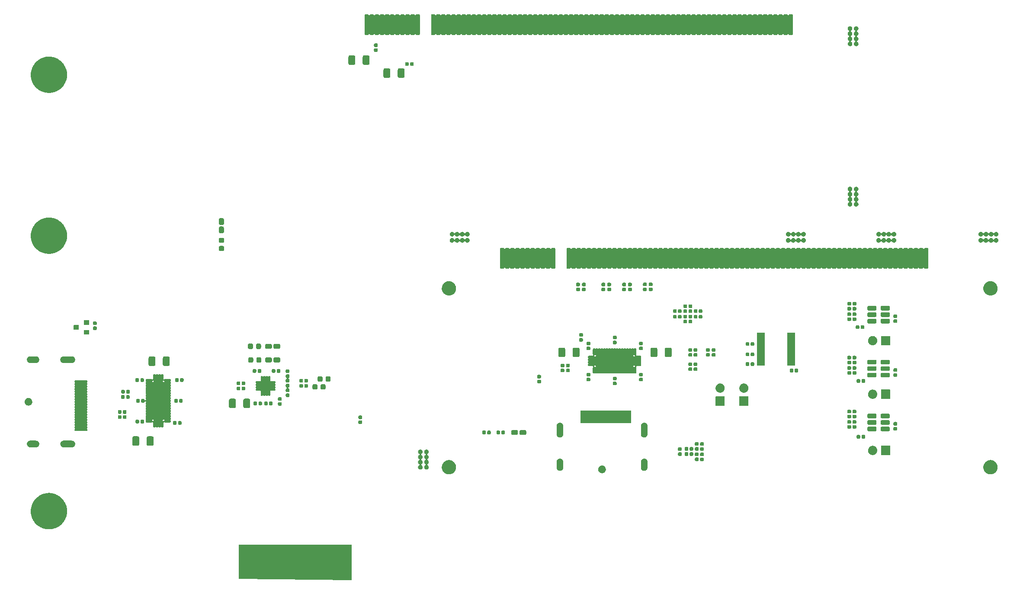
<source format=gbr>
G04 #@! TF.GenerationSoftware,KiCad,Pcbnew,5.99.0-unknown-128ec78~100~ubuntu18.04.1*
G04 #@! TF.CreationDate,2020-01-29T23:00:07+01:00*
G04 #@! TF.ProjectId,fab_v2,6661625f-7632-42e6-9b69-6361645f7063,rev?*
G04 #@! TF.SameCoordinates,PX251ced8PY3683460*
G04 #@! TF.FileFunction,Soldermask,Top*
G04 #@! TF.FilePolarity,Negative*
%FSLAX46Y46*%
G04 Gerber Fmt 4.6, Leading zero omitted, Abs format (unit mm)*
G04 Created by KiCad (PCBNEW 5.99.0-unknown-128ec78~100~ubuntu18.04.1) date 2020-01-29 23:00:07*
%MOMM*%
%LPD*%
G04 APERTURE LIST*
%ADD10C,0.100000*%
G04 APERTURE END LIST*
D10*
G36*
X66200000Y-112050000D02*
G01*
X44200000Y-111850000D01*
X44200000Y-105250000D01*
X66200000Y-105250000D01*
X66200000Y-112050000D01*
G37*
X66200000Y-112050000D02*
X44200000Y-111850000D01*
X44200000Y-105250000D01*
X66200000Y-105250000D01*
X66200000Y-112050000D01*
G36*
X46019899Y-105501959D02*
G01*
X46036769Y-105513231D01*
X46046067Y-105527147D01*
X46100111Y-105572314D01*
X46169994Y-105581092D01*
X46253933Y-105527147D01*
X46263231Y-105513231D01*
X46280101Y-105501959D01*
X46312312Y-105495552D01*
X46987688Y-105495552D01*
X47019899Y-105501959D01*
X47036769Y-105513231D01*
X47046067Y-105527147D01*
X47100111Y-105572314D01*
X47169994Y-105581092D01*
X47253933Y-105527147D01*
X47263231Y-105513231D01*
X47280101Y-105501959D01*
X47312312Y-105495552D01*
X47987688Y-105495552D01*
X48019899Y-105501959D01*
X48036769Y-105513231D01*
X48046067Y-105527147D01*
X48100111Y-105572314D01*
X48169994Y-105581092D01*
X48253933Y-105527147D01*
X48263231Y-105513231D01*
X48280101Y-105501959D01*
X48312312Y-105495552D01*
X48987688Y-105495552D01*
X49019899Y-105501959D01*
X49036769Y-105513231D01*
X49046067Y-105527147D01*
X49100111Y-105572314D01*
X49169994Y-105581092D01*
X49253933Y-105527147D01*
X49263231Y-105513231D01*
X49280101Y-105501959D01*
X49312312Y-105495552D01*
X49987688Y-105495552D01*
X50019899Y-105501959D01*
X50036769Y-105513231D01*
X50046067Y-105527147D01*
X50100111Y-105572314D01*
X50169994Y-105581092D01*
X50253933Y-105527147D01*
X50263231Y-105513231D01*
X50280101Y-105501959D01*
X50312312Y-105495552D01*
X50987688Y-105495552D01*
X51019899Y-105501959D01*
X51036769Y-105513231D01*
X51046067Y-105527147D01*
X51100111Y-105572314D01*
X51169994Y-105581092D01*
X51253933Y-105527147D01*
X51263231Y-105513231D01*
X51280101Y-105501959D01*
X51312312Y-105495552D01*
X51987688Y-105495552D01*
X52019899Y-105501959D01*
X52036769Y-105513231D01*
X52046067Y-105527147D01*
X52100111Y-105572314D01*
X52169994Y-105581092D01*
X52253933Y-105527147D01*
X52263231Y-105513231D01*
X52280101Y-105501959D01*
X52312312Y-105495552D01*
X52987688Y-105495552D01*
X53019899Y-105501959D01*
X53036769Y-105513231D01*
X53046067Y-105527147D01*
X53100111Y-105572314D01*
X53169994Y-105581092D01*
X53253933Y-105527147D01*
X53263231Y-105513231D01*
X53280101Y-105501959D01*
X53312312Y-105495552D01*
X53987688Y-105495552D01*
X54019899Y-105501959D01*
X54036769Y-105513231D01*
X54046067Y-105527147D01*
X54100111Y-105572314D01*
X54169994Y-105581092D01*
X54253933Y-105527147D01*
X54263231Y-105513231D01*
X54280101Y-105501959D01*
X54312312Y-105495552D01*
X54987688Y-105495552D01*
X55019899Y-105501959D01*
X55036769Y-105513231D01*
X55046067Y-105527147D01*
X55100111Y-105572314D01*
X55169994Y-105581092D01*
X55253933Y-105527147D01*
X55263231Y-105513231D01*
X55280101Y-105501959D01*
X55312312Y-105495552D01*
X55987688Y-105495552D01*
X56019899Y-105501959D01*
X56036769Y-105513231D01*
X56048041Y-105530101D01*
X56054448Y-105562312D01*
X56054448Y-109837688D01*
X56051999Y-109850000D01*
X56048041Y-109869899D01*
X56036769Y-109886769D01*
X56019899Y-109898041D01*
X56000000Y-109901999D01*
X55987688Y-109904448D01*
X55312312Y-109904448D01*
X55280101Y-109898041D01*
X55263231Y-109886769D01*
X55253933Y-109872853D01*
X55199889Y-109827686D01*
X55130006Y-109818908D01*
X55046067Y-109872853D01*
X55036769Y-109886769D01*
X55019899Y-109898041D01*
X55000000Y-109901999D01*
X54987688Y-109904448D01*
X54312312Y-109904448D01*
X54280101Y-109898041D01*
X54263231Y-109886769D01*
X54253933Y-109872853D01*
X54199889Y-109827686D01*
X54130006Y-109818908D01*
X54046067Y-109872853D01*
X54036769Y-109886769D01*
X54019899Y-109898041D01*
X54000000Y-109901999D01*
X53987688Y-109904448D01*
X53312312Y-109904448D01*
X53280101Y-109898041D01*
X53263231Y-109886769D01*
X53253933Y-109872853D01*
X53199889Y-109827686D01*
X53130006Y-109818908D01*
X53046067Y-109872853D01*
X53036769Y-109886769D01*
X53019899Y-109898041D01*
X53000000Y-109901999D01*
X52987688Y-109904448D01*
X52312312Y-109904448D01*
X52280101Y-109898041D01*
X52263231Y-109886769D01*
X52253933Y-109872853D01*
X52199889Y-109827686D01*
X52130006Y-109818908D01*
X52046067Y-109872853D01*
X52036769Y-109886769D01*
X52019899Y-109898041D01*
X52000000Y-109901999D01*
X51987688Y-109904448D01*
X51312312Y-109904448D01*
X51280101Y-109898041D01*
X51263231Y-109886769D01*
X51253933Y-109872853D01*
X51199889Y-109827686D01*
X51130006Y-109818908D01*
X51046067Y-109872853D01*
X51036769Y-109886769D01*
X51019899Y-109898041D01*
X51000000Y-109901999D01*
X50987688Y-109904448D01*
X50312312Y-109904448D01*
X50280101Y-109898041D01*
X50263231Y-109886769D01*
X50253933Y-109872853D01*
X50199889Y-109827686D01*
X50130006Y-109818908D01*
X50046067Y-109872853D01*
X50036769Y-109886769D01*
X50019899Y-109898041D01*
X50000000Y-109901999D01*
X49987688Y-109904448D01*
X49312312Y-109904448D01*
X49280101Y-109898041D01*
X49263231Y-109886769D01*
X49253933Y-109872853D01*
X49199889Y-109827686D01*
X49130006Y-109818908D01*
X49046067Y-109872853D01*
X49036769Y-109886769D01*
X49019899Y-109898041D01*
X49000000Y-109901999D01*
X48987688Y-109904448D01*
X48312312Y-109904448D01*
X48280101Y-109898041D01*
X48263231Y-109886769D01*
X48253933Y-109872853D01*
X48199889Y-109827686D01*
X48130006Y-109818908D01*
X48046067Y-109872853D01*
X48036769Y-109886769D01*
X48019899Y-109898041D01*
X48000000Y-109901999D01*
X47987688Y-109904448D01*
X47312312Y-109904448D01*
X47280101Y-109898041D01*
X47263231Y-109886769D01*
X47253933Y-109872853D01*
X47199889Y-109827686D01*
X47130006Y-109818908D01*
X47046067Y-109872853D01*
X47036769Y-109886769D01*
X47019899Y-109898041D01*
X47000000Y-109901999D01*
X46987688Y-109904448D01*
X46312312Y-109904448D01*
X46280101Y-109898041D01*
X46263231Y-109886769D01*
X46253933Y-109872853D01*
X46199889Y-109827686D01*
X46130006Y-109818908D01*
X46046067Y-109872853D01*
X46036769Y-109886769D01*
X46019899Y-109898041D01*
X46000000Y-109901999D01*
X45987688Y-109904448D01*
X45312312Y-109904448D01*
X45280101Y-109898041D01*
X45263231Y-109886769D01*
X45251959Y-109869899D01*
X45245552Y-109837688D01*
X45245552Y-105562312D01*
X45251959Y-105530101D01*
X45263231Y-105513231D01*
X45280101Y-105501959D01*
X45312312Y-105495552D01*
X45987688Y-105495552D01*
X46019899Y-105501959D01*
G37*
G36*
X59019899Y-105501959D02*
G01*
X59036769Y-105513231D01*
X59046067Y-105527147D01*
X59100111Y-105572314D01*
X59169994Y-105581092D01*
X59253933Y-105527147D01*
X59263231Y-105513231D01*
X59280101Y-105501959D01*
X59312312Y-105495552D01*
X59987688Y-105495552D01*
X60019899Y-105501959D01*
X60036769Y-105513231D01*
X60046067Y-105527147D01*
X60100111Y-105572314D01*
X60169994Y-105581092D01*
X60253933Y-105527147D01*
X60263231Y-105513231D01*
X60280101Y-105501959D01*
X60312312Y-105495552D01*
X60987688Y-105495552D01*
X61019899Y-105501959D01*
X61036769Y-105513231D01*
X61046067Y-105527147D01*
X61100111Y-105572314D01*
X61169994Y-105581092D01*
X61253933Y-105527147D01*
X61263231Y-105513231D01*
X61280101Y-105501959D01*
X61312312Y-105495552D01*
X61987688Y-105495552D01*
X62019899Y-105501959D01*
X62036769Y-105513231D01*
X62046067Y-105527147D01*
X62100111Y-105572314D01*
X62169994Y-105581092D01*
X62253933Y-105527147D01*
X62263231Y-105513231D01*
X62280101Y-105501959D01*
X62312312Y-105495552D01*
X62987688Y-105495552D01*
X63019899Y-105501959D01*
X63036769Y-105513231D01*
X63046067Y-105527147D01*
X63100111Y-105572314D01*
X63169994Y-105581092D01*
X63253933Y-105527147D01*
X63263231Y-105513231D01*
X63280101Y-105501959D01*
X63312312Y-105495552D01*
X63987688Y-105495552D01*
X64019899Y-105501959D01*
X64036769Y-105513231D01*
X64046067Y-105527147D01*
X64100111Y-105572314D01*
X64169994Y-105581092D01*
X64253933Y-105527147D01*
X64263231Y-105513231D01*
X64280101Y-105501959D01*
X64312312Y-105495552D01*
X64987688Y-105495552D01*
X65019899Y-105501959D01*
X65036769Y-105513231D01*
X65048041Y-105530101D01*
X65054448Y-105562312D01*
X65054448Y-109837688D01*
X65051999Y-109850000D01*
X65048041Y-109869899D01*
X65036769Y-109886769D01*
X65019899Y-109898041D01*
X65000000Y-109901999D01*
X64987688Y-109904448D01*
X64312312Y-109904448D01*
X64280101Y-109898041D01*
X64263231Y-109886769D01*
X64251959Y-109869899D01*
X64245552Y-109837688D01*
X64245552Y-108881121D01*
X64225709Y-108813541D01*
X64172479Y-108767418D01*
X64102764Y-108757394D01*
X64051108Y-108777188D01*
X64019900Y-108798041D01*
X63987688Y-108804448D01*
X63312312Y-108804448D01*
X63280100Y-108798041D01*
X63248892Y-108777188D01*
X63181677Y-108756142D01*
X63113755Y-108774776D01*
X63066689Y-108827174D01*
X63054448Y-108881121D01*
X63054448Y-109837688D01*
X63051999Y-109850000D01*
X63048041Y-109869899D01*
X63036769Y-109886769D01*
X63019899Y-109898041D01*
X63000000Y-109901999D01*
X62987688Y-109904448D01*
X62312312Y-109904448D01*
X62280101Y-109898041D01*
X62263231Y-109886769D01*
X62253933Y-109872853D01*
X62199889Y-109827686D01*
X62130006Y-109818908D01*
X62046067Y-109872853D01*
X62036769Y-109886769D01*
X62019899Y-109898041D01*
X62000000Y-109901999D01*
X61987688Y-109904448D01*
X61312312Y-109904448D01*
X61280101Y-109898041D01*
X61263231Y-109886769D01*
X61253933Y-109872853D01*
X61199889Y-109827686D01*
X61130006Y-109818908D01*
X61046067Y-109872853D01*
X61036769Y-109886769D01*
X61019899Y-109898041D01*
X61000000Y-109901999D01*
X60987688Y-109904448D01*
X60312312Y-109904448D01*
X60280101Y-109898041D01*
X60263231Y-109886769D01*
X60253933Y-109872853D01*
X60199889Y-109827686D01*
X60130006Y-109818908D01*
X60046067Y-109872853D01*
X60036769Y-109886769D01*
X60019899Y-109898041D01*
X60000000Y-109901999D01*
X59987688Y-109904448D01*
X59312312Y-109904448D01*
X59280101Y-109898041D01*
X59263231Y-109886769D01*
X59253933Y-109872853D01*
X59199889Y-109827686D01*
X59130006Y-109818908D01*
X59046067Y-109872853D01*
X59036769Y-109886769D01*
X59019899Y-109898041D01*
X59000000Y-109901999D01*
X58987688Y-109904448D01*
X58312312Y-109904448D01*
X58280101Y-109898041D01*
X58263231Y-109886769D01*
X58251959Y-109869899D01*
X58245552Y-109837688D01*
X58245552Y-105562312D01*
X58251959Y-105530101D01*
X58263231Y-105513231D01*
X58280101Y-105501959D01*
X58312312Y-105495552D01*
X58987688Y-105495552D01*
X59019899Y-105501959D01*
G37*
G36*
X7142659Y-95099001D02*
G01*
X7186102Y-95099001D01*
X7327941Y-95113909D01*
X7473385Y-95125611D01*
X7516131Y-95133688D01*
X7556254Y-95137905D01*
X7698787Y-95168201D01*
X7845220Y-95195870D01*
X7883898Y-95207548D01*
X7920333Y-95215292D01*
X8061868Y-95261280D01*
X8207485Y-95305244D01*
X8241844Y-95319758D01*
X8274311Y-95330307D01*
X8413068Y-95392086D01*
X8556075Y-95452494D01*
X8585982Y-95469072D01*
X8614332Y-95481694D01*
X8748537Y-95559178D01*
X8887045Y-95635954D01*
X8912485Y-95653833D01*
X8936667Y-95667795D01*
X9064513Y-95760680D01*
X9196645Y-95853544D01*
X9217704Y-95871980D01*
X9237783Y-95886568D01*
X9357494Y-95994357D01*
X9481370Y-96102802D01*
X9498249Y-96121094D01*
X9514381Y-96135619D01*
X9624222Y-96257609D01*
X9737996Y-96380905D01*
X9750979Y-96398386D01*
X9763432Y-96412217D01*
X9861732Y-96547516D01*
X9963617Y-96684704D01*
X9973094Y-96700793D01*
X9982205Y-96713333D01*
X10067343Y-96860796D01*
X10155677Y-97010757D01*
X10162105Y-97024928D01*
X10168306Y-97035668D01*
X10238816Y-97194035D01*
X10312002Y-97355374D01*
X10315912Y-97367197D01*
X10319693Y-97375689D01*
X10374213Y-97543485D01*
X10430821Y-97714651D01*
X10432794Y-97723776D01*
X10434708Y-97729667D01*
X10471966Y-97904954D01*
X10510790Y-98084520D01*
X10511453Y-98090727D01*
X10512095Y-98093746D01*
X10531074Y-98274318D01*
X10551002Y-98460792D01*
X10550999Y-98463898D01*
X10550999Y-98836102D01*
X10550671Y-98839219D01*
X10550666Y-98845405D01*
X10530826Y-99028041D01*
X10512095Y-99206254D01*
X10510808Y-99212308D01*
X10509798Y-99221607D01*
X10471348Y-99397956D01*
X10434708Y-99570333D01*
X10431837Y-99579170D01*
X10429184Y-99591336D01*
X10373270Y-99759419D01*
X10319693Y-99924311D01*
X10314648Y-99935643D01*
X10309737Y-99950405D01*
X10237594Y-100108709D01*
X10168306Y-100264332D01*
X10160551Y-100277764D01*
X10152811Y-100294748D01*
X10065829Y-100441826D01*
X9982205Y-100586667D01*
X9971268Y-100601720D01*
X9960182Y-100620466D01*
X9859929Y-100754967D01*
X9763432Y-100887783D01*
X9748903Y-100903919D01*
X9734032Y-100923870D01*
X9622155Y-101044686D01*
X9514381Y-101164381D01*
X9495945Y-101180981D01*
X9476921Y-101201525D01*
X9355208Y-101307702D01*
X9237783Y-101413432D01*
X9215189Y-101429847D01*
X9191761Y-101450285D01*
X9062038Y-101541118D01*
X8936667Y-101632205D01*
X8909793Y-101647721D01*
X8881781Y-101667335D01*
X8745870Y-101742362D01*
X8614332Y-101818306D01*
X8583147Y-101832191D01*
X8550492Y-101850217D01*
X8410238Y-101909174D01*
X8274311Y-101969693D01*
X8238896Y-101981200D01*
X8201645Y-101996859D01*
X8058914Y-102039680D01*
X7920333Y-102084708D01*
X7880863Y-102093098D01*
X7839190Y-102105600D01*
X7695759Y-102132442D01*
X7556254Y-102162095D01*
X7513046Y-102166636D01*
X7467233Y-102175210D01*
X7324868Y-102186414D01*
X7186102Y-102200999D01*
X7139551Y-102200999D01*
X7089984Y-102204900D01*
X6950326Y-102200999D01*
X6813898Y-102200999D01*
X6764516Y-102195809D01*
X6711716Y-102194334D01*
X6576354Y-102176032D01*
X6443746Y-102162095D01*
X6392141Y-102151126D01*
X6336713Y-102143632D01*
X6207061Y-102111786D01*
X6079667Y-102084708D01*
X6026541Y-102067446D01*
X5969221Y-102053367D01*
X5846623Y-102008987D01*
X5725689Y-101969693D01*
X5671821Y-101945709D01*
X5613402Y-101924562D01*
X5499004Y-101868766D01*
X5385668Y-101818306D01*
X5331917Y-101787273D01*
X5273285Y-101758676D01*
X5168076Y-101692679D01*
X5063333Y-101632205D01*
X5010620Y-101593907D01*
X4952721Y-101557587D01*
X4857558Y-101482701D01*
X4762217Y-101413432D01*
X4711489Y-101367756D01*
X4655341Y-101323572D01*
X4570890Y-101241159D01*
X4485619Y-101164381D01*
X4437872Y-101111353D01*
X4384512Y-101059281D01*
X4311280Y-100970759D01*
X4236568Y-100887783D01*
X4192798Y-100827539D01*
X4143301Y-100767707D01*
X4081600Y-100674487D01*
X4017795Y-100586667D01*
X3979017Y-100519502D01*
X3934439Y-100452152D01*
X3884423Y-100355660D01*
X3831694Y-100264332D01*
X3798882Y-100190635D01*
X3760293Y-100116189D01*
X3721945Y-100017831D01*
X3680307Y-99924311D01*
X3654420Y-99844639D01*
X3622833Y-99763623D01*
X3595967Y-99664741D01*
X3565292Y-99570333D01*
X3547232Y-99485366D01*
X3523616Y-99398446D01*
X3507898Y-99300313D01*
X3487905Y-99206254D01*
X3478501Y-99116784D01*
X3463767Y-99024793D01*
X3458729Y-98928654D01*
X3449001Y-98836102D01*
X3449001Y-98743045D01*
X3443962Y-98646897D01*
X3449001Y-98553858D01*
X3449001Y-98463898D01*
X3459053Y-98368257D01*
X3464427Y-98269035D01*
X3478825Y-98180140D01*
X3487905Y-98093746D01*
X3508544Y-97996647D01*
X3524928Y-97895488D01*
X3547875Y-97811610D01*
X3565292Y-97729667D01*
X3596927Y-97632304D01*
X3624782Y-97530485D01*
X3655376Y-97452418D01*
X3680307Y-97375689D01*
X3723207Y-97279334D01*
X3762857Y-97178159D01*
X3800142Y-97106535D01*
X3831694Y-97035668D01*
X3885974Y-96941652D01*
X3937589Y-96842501D01*
X3980565Y-96777817D01*
X4017795Y-96713333D01*
X4083422Y-96623005D01*
X4147001Y-96527311D01*
X4194620Y-96469954D01*
X4236568Y-96412217D01*
X4313355Y-96326937D01*
X4388721Y-96236158D01*
X4439947Y-96186343D01*
X4485619Y-96135619D01*
X4573186Y-96056773D01*
X4660010Y-95972340D01*
X4713798Y-95930165D01*
X4762217Y-95886568D01*
X4860059Y-95815482D01*
X4957799Y-95738844D01*
X5013131Y-95704269D01*
X5063333Y-95667795D01*
X5170753Y-95605776D01*
X5278713Y-95538315D01*
X5334607Y-95511174D01*
X5385668Y-95481694D01*
X5501814Y-95429983D01*
X5619119Y-95373022D01*
X5674665Y-95353024D01*
X5725689Y-95330307D01*
X5849558Y-95290059D01*
X5975163Y-95244839D01*
X6029491Y-95231595D01*
X6079667Y-95215292D01*
X6210097Y-95187568D01*
X6342812Y-95155216D01*
X6395172Y-95148230D01*
X6443746Y-95137905D01*
X6579433Y-95123644D01*
X6717903Y-95105168D01*
X6767606Y-95103866D01*
X6813898Y-95099001D01*
X6953405Y-95099001D01*
X7096188Y-95095262D01*
X7142659Y-95099001D01*
G37*
G36*
X85307340Y-88647815D02*
G01*
X85362564Y-88645887D01*
X85419818Y-88653120D01*
X85483545Y-88656125D01*
X85537482Y-88667984D01*
X85586230Y-88674142D01*
X85647471Y-88692166D01*
X85715757Y-88707180D01*
X85761259Y-88725656D01*
X85802509Y-88737797D01*
X85865594Y-88768022D01*
X85936047Y-88796630D01*
X85972578Y-88819280D01*
X86005822Y-88835208D01*
X86068286Y-88878621D01*
X86138116Y-88921918D01*
X86165719Y-88946340D01*
X86190951Y-88963876D01*
X86250075Y-89020972D01*
X86316186Y-89079462D01*
X86335435Y-89103403D01*
X86353127Y-89120488D01*
X86406036Y-89191213D01*
X86465166Y-89264756D01*
X86477120Y-89286233D01*
X86488176Y-89301012D01*
X86531941Y-89384727D01*
X86580797Y-89472503D01*
X86586921Y-89489893D01*
X86592623Y-89500800D01*
X86624372Y-89596240D01*
X86659771Y-89696762D01*
X86661843Y-89708883D01*
X86663788Y-89714730D01*
X86680871Y-89820203D01*
X86699831Y-89931121D01*
X86697290Y-90195753D01*
X86676009Y-90307313D01*
X86656468Y-90413785D01*
X86654811Y-90418439D01*
X86652739Y-90429300D01*
X86615020Y-90530184D01*
X86580840Y-90626172D01*
X86575499Y-90635887D01*
X86569474Y-90652002D01*
X86518329Y-90739879D01*
X86472228Y-90823735D01*
X86461624Y-90837307D01*
X86449877Y-90857491D01*
X86388560Y-90930825D01*
X86333430Y-91001388D01*
X86316285Y-91017265D01*
X86297367Y-91039890D01*
X86229222Y-91097886D01*
X86168008Y-91154571D01*
X86143431Y-91170900D01*
X86116305Y-91193986D01*
X86044620Y-91236549D01*
X85980230Y-91279330D01*
X85947772Y-91294054D01*
X85911868Y-91315372D01*
X85839746Y-91343057D01*
X85774917Y-91372465D01*
X85734599Y-91383419D01*
X85689901Y-91400577D01*
X85620141Y-91414516D01*
X85557355Y-91431575D01*
X85509712Y-91436583D01*
X85456752Y-91447165D01*
X85391753Y-91448981D01*
X85333142Y-91455141D01*
X85279198Y-91452125D01*
X85219086Y-91453804D01*
X85160757Y-91445502D01*
X85108044Y-91442555D01*
X85049301Y-91429640D01*
X84983700Y-91420303D01*
X84933435Y-91404165D01*
X84887853Y-91394143D01*
X84826237Y-91369748D01*
X84757323Y-91347622D01*
X84715931Y-91326075D01*
X84678238Y-91311151D01*
X84616050Y-91274080D01*
X84546429Y-91237837D01*
X84514145Y-91213332D01*
X84484587Y-91195712D01*
X84424434Y-91145238D01*
X84357047Y-91094088D01*
X84333542Y-91068970D01*
X84311883Y-91050796D01*
X84256583Y-90986730D01*
X84194593Y-90920486D01*
X84179030Y-90896883D01*
X84164569Y-90880130D01*
X84117011Y-90802826D01*
X84063712Y-90721994D01*
X84054820Y-90701738D01*
X84046435Y-90688108D01*
X84009487Y-90598465D01*
X83968146Y-90504288D01*
X83964282Y-90488791D01*
X83960524Y-90479673D01*
X83936965Y-90379227D01*
X83910627Y-90273592D01*
X83909890Y-90263793D01*
X83909043Y-90260181D01*
X83901398Y-90150851D01*
X83892800Y-90036503D01*
X83903714Y-89921049D01*
X83913751Y-89810758D01*
X83914365Y-89808365D01*
X83915175Y-89799800D01*
X83943873Y-89693441D01*
X83969818Y-89592391D01*
X83973270Y-89584489D01*
X83977112Y-89570251D01*
X84020767Y-89475773D01*
X84060073Y-89385804D01*
X84068076Y-89373385D01*
X84076840Y-89354419D01*
X84132366Y-89273629D01*
X84182203Y-89196297D01*
X84196193Y-89180759D01*
X84211508Y-89158476D01*
X84275590Y-89092580D01*
X84333058Y-89028754D01*
X84354145Y-89011800D01*
X84377265Y-88988025D01*
X84446594Y-88937469D01*
X84508757Y-88887489D01*
X84537613Y-88871097D01*
X84569371Y-88847938D01*
X84640766Y-88812498D01*
X84704786Y-88776129D01*
X84741644Y-88762422D01*
X84782334Y-88742223D01*
X84852813Y-88721078D01*
X84916094Y-88697544D01*
X84960683Y-88688715D01*
X85010064Y-88673900D01*
X85077032Y-88665678D01*
X85137245Y-88653755D01*
X85188795Y-88651955D01*
X85246050Y-88644925D01*
X85307340Y-88647815D01*
G37*
G36*
X191307340Y-88647815D02*
G01*
X191362564Y-88645887D01*
X191419818Y-88653120D01*
X191483545Y-88656125D01*
X191537482Y-88667984D01*
X191586230Y-88674142D01*
X191647471Y-88692166D01*
X191715757Y-88707180D01*
X191761259Y-88725656D01*
X191802509Y-88737797D01*
X191865594Y-88768022D01*
X191936047Y-88796630D01*
X191972578Y-88819280D01*
X192005822Y-88835208D01*
X192068286Y-88878621D01*
X192138116Y-88921918D01*
X192165719Y-88946340D01*
X192190951Y-88963876D01*
X192250075Y-89020972D01*
X192316186Y-89079462D01*
X192335435Y-89103403D01*
X192353127Y-89120488D01*
X192406036Y-89191213D01*
X192465166Y-89264756D01*
X192477120Y-89286233D01*
X192488176Y-89301012D01*
X192531941Y-89384727D01*
X192580797Y-89472503D01*
X192586921Y-89489893D01*
X192592623Y-89500800D01*
X192624372Y-89596240D01*
X192659771Y-89696762D01*
X192661843Y-89708883D01*
X192663788Y-89714730D01*
X192680871Y-89820203D01*
X192699831Y-89931121D01*
X192697290Y-90195753D01*
X192676009Y-90307313D01*
X192656468Y-90413785D01*
X192654811Y-90418439D01*
X192652739Y-90429300D01*
X192615020Y-90530184D01*
X192580840Y-90626172D01*
X192575499Y-90635887D01*
X192569474Y-90652002D01*
X192518329Y-90739879D01*
X192472228Y-90823735D01*
X192461624Y-90837307D01*
X192449877Y-90857491D01*
X192388560Y-90930825D01*
X192333430Y-91001388D01*
X192316285Y-91017265D01*
X192297367Y-91039890D01*
X192229222Y-91097886D01*
X192168008Y-91154571D01*
X192143431Y-91170900D01*
X192116305Y-91193986D01*
X192044620Y-91236549D01*
X191980230Y-91279330D01*
X191947772Y-91294054D01*
X191911868Y-91315372D01*
X191839746Y-91343057D01*
X191774917Y-91372465D01*
X191734599Y-91383419D01*
X191689901Y-91400577D01*
X191620141Y-91414516D01*
X191557355Y-91431575D01*
X191509712Y-91436583D01*
X191456752Y-91447165D01*
X191391753Y-91448981D01*
X191333142Y-91455141D01*
X191279198Y-91452125D01*
X191219086Y-91453804D01*
X191160757Y-91445502D01*
X191108044Y-91442555D01*
X191049301Y-91429640D01*
X190983700Y-91420303D01*
X190933435Y-91404165D01*
X190887853Y-91394143D01*
X190826237Y-91369748D01*
X190757323Y-91347622D01*
X190715931Y-91326075D01*
X190678238Y-91311151D01*
X190616050Y-91274080D01*
X190546429Y-91237837D01*
X190514145Y-91213332D01*
X190484587Y-91195712D01*
X190424434Y-91145238D01*
X190357047Y-91094088D01*
X190333542Y-91068970D01*
X190311883Y-91050796D01*
X190256583Y-90986730D01*
X190194593Y-90920486D01*
X190179030Y-90896883D01*
X190164569Y-90880130D01*
X190117011Y-90802826D01*
X190063712Y-90721994D01*
X190054820Y-90701738D01*
X190046435Y-90688108D01*
X190009487Y-90598465D01*
X189968146Y-90504288D01*
X189964282Y-90488791D01*
X189960524Y-90479673D01*
X189936965Y-90379227D01*
X189910627Y-90273592D01*
X189909890Y-90263793D01*
X189909043Y-90260181D01*
X189901398Y-90150851D01*
X189892800Y-90036503D01*
X189903714Y-89921049D01*
X189913751Y-89810758D01*
X189914365Y-89808365D01*
X189915175Y-89799800D01*
X189943873Y-89693441D01*
X189969818Y-89592391D01*
X189973270Y-89584489D01*
X189977112Y-89570251D01*
X190020767Y-89475773D01*
X190060073Y-89385804D01*
X190068076Y-89373385D01*
X190076840Y-89354419D01*
X190132366Y-89273629D01*
X190182203Y-89196297D01*
X190196193Y-89180759D01*
X190211508Y-89158476D01*
X190275590Y-89092580D01*
X190333058Y-89028754D01*
X190354145Y-89011800D01*
X190377265Y-88988025D01*
X190446594Y-88937469D01*
X190508757Y-88887489D01*
X190537613Y-88871097D01*
X190569371Y-88847938D01*
X190640766Y-88812498D01*
X190704786Y-88776129D01*
X190741644Y-88762422D01*
X190782334Y-88742223D01*
X190852813Y-88721078D01*
X190916094Y-88697544D01*
X190960683Y-88688715D01*
X191010064Y-88673900D01*
X191077032Y-88665678D01*
X191137245Y-88653755D01*
X191188795Y-88651955D01*
X191246050Y-88644925D01*
X191307340Y-88647815D01*
G37*
G36*
X115355497Y-89721130D02*
G01*
X115390982Y-89723114D01*
X115435309Y-89735490D01*
X115486772Y-89744750D01*
X115519607Y-89759027D01*
X115548141Y-89766994D01*
X115593967Y-89791360D01*
X115647369Y-89814580D01*
X115671280Y-89832468D01*
X115692215Y-89843599D01*
X115736208Y-89881040D01*
X115787594Y-89919482D01*
X115802936Y-89937830D01*
X115816477Y-89949355D01*
X115854928Y-90000012D01*
X115899926Y-90053829D01*
X115907970Y-90069892D01*
X115915129Y-90079324D01*
X115944220Y-90142282D01*
X115978338Y-90210415D01*
X115981100Y-90222097D01*
X115983572Y-90227448D01*
X115999636Y-90300509D01*
X116018625Y-90380839D01*
X116018551Y-90390213D01*
X116017974Y-90555440D01*
X116017228Y-90558724D01*
X116017157Y-90567747D01*
X115997787Y-90644296D01*
X115981872Y-90714347D01*
X115977954Y-90722673D01*
X115974198Y-90737517D01*
X115940579Y-90802099D01*
X115912399Y-90861984D01*
X115903159Y-90873983D01*
X115893336Y-90892852D01*
X115849667Y-90943443D01*
X115812839Y-90991265D01*
X115796695Y-91004812D01*
X115778908Y-91025418D01*
X115729603Y-91061109D01*
X115687842Y-91096151D01*
X115663914Y-91108660D01*
X115637052Y-91128105D01*
X115586342Y-91149213D01*
X115543237Y-91171748D01*
X115511475Y-91180377D01*
X115475378Y-91195403D01*
X115427028Y-91203321D01*
X115385777Y-91214528D01*
X115347007Y-91216424D01*
X115302559Y-91223703D01*
X115259606Y-91220700D01*
X115222799Y-91222500D01*
X115178714Y-91215044D01*
X115127864Y-91211488D01*
X115092415Y-91200447D01*
X115061908Y-91195287D01*
X115014997Y-91176334D01*
X114960664Y-91159411D01*
X114933825Y-91143538D01*
X114910620Y-91134163D01*
X114864025Y-91102259D01*
X114809930Y-91070267D01*
X114791747Y-91052769D01*
X114775987Y-91041978D01*
X114733332Y-90996555D01*
X114683746Y-90948837D01*
X114673298Y-90932624D01*
X114664287Y-90923029D01*
X114629428Y-90864552D01*
X114588881Y-90801636D01*
X114584431Y-90789068D01*
X114580735Y-90782869D01*
X114557484Y-90712975D01*
X114530424Y-90636559D01*
X114529629Y-90629237D01*
X114529231Y-90628042D01*
X114521262Y-90552217D01*
X114511511Y-90462462D01*
X114521903Y-90379030D01*
X114530363Y-90303607D01*
X114531838Y-90299275D01*
X114533157Y-90288683D01*
X114560184Y-90216008D01*
X114582947Y-90149144D01*
X114588398Y-90140143D01*
X114594199Y-90124545D01*
X114633868Y-90065063D01*
X114667476Y-90009570D01*
X114678825Y-89997652D01*
X114691364Y-89978851D01*
X114739276Y-89934173D01*
X114780004Y-89891404D01*
X114798567Y-89878883D01*
X114819440Y-89859419D01*
X114871166Y-89829915D01*
X114915278Y-89800161D01*
X114941601Y-89789739D01*
X114971556Y-89772653D01*
X115022989Y-89757516D01*
X115066991Y-89740094D01*
X115100773Y-89734623D01*
X115139553Y-89723209D01*
X115187162Y-89720631D01*
X115228064Y-89714006D01*
X115268129Y-89716246D01*
X115314418Y-89713739D01*
X115355497Y-89721130D01*
G37*
G36*
X123558078Y-88367572D02*
G01*
X123599790Y-88367790D01*
X123635830Y-88376843D01*
X123667198Y-88380583D01*
X123706652Y-88394632D01*
X123752610Y-88406176D01*
X123780416Y-88420898D01*
X123804788Y-88429577D01*
X123844978Y-88455082D01*
X123891862Y-88479906D01*
X123911093Y-88497040D01*
X123928105Y-88507836D01*
X123965681Y-88545676D01*
X124009509Y-88584724D01*
X124020862Y-88601243D01*
X124031017Y-88611469D01*
X124062327Y-88661575D01*
X124098755Y-88714579D01*
X124103815Y-88727970D01*
X124108414Y-88735330D01*
X124129779Y-88796683D01*
X124154451Y-88861974D01*
X124155481Y-88870488D01*
X124156446Y-88873258D01*
X124164426Y-88944399D01*
X124168600Y-88978893D01*
X124168600Y-90156245D01*
X124159899Y-90225120D01*
X124154206Y-90272863D01*
X124153687Y-90274288D01*
X124152778Y-90281486D01*
X124127031Y-90347523D01*
X124104403Y-90409693D01*
X124100326Y-90416019D01*
X124095542Y-90428290D01*
X124057925Y-90481813D01*
X124025287Y-90532458D01*
X124015806Y-90541743D01*
X124004940Y-90557203D01*
X123959857Y-90596532D01*
X123920935Y-90634647D01*
X123904754Y-90644602D01*
X123886204Y-90660784D01*
X123838054Y-90685636D01*
X123796538Y-90711177D01*
X123773130Y-90719146D01*
X123746187Y-90733052D01*
X123699010Y-90744378D01*
X123658279Y-90758244D01*
X123627998Y-90761427D01*
X123592974Y-90769835D01*
X123550130Y-90769611D01*
X123513029Y-90773510D01*
X123477122Y-90769228D01*
X123435410Y-90769010D01*
X123399370Y-90759957D01*
X123368002Y-90756217D01*
X123328548Y-90742168D01*
X123282590Y-90730624D01*
X123254784Y-90715902D01*
X123230412Y-90707223D01*
X123190224Y-90681719D01*
X123143338Y-90656894D01*
X123124106Y-90639759D01*
X123107096Y-90628964D01*
X123069523Y-90591127D01*
X123025692Y-90552076D01*
X123014339Y-90535557D01*
X123004184Y-90525331D01*
X122972874Y-90475225D01*
X122936446Y-90422221D01*
X122931386Y-90408830D01*
X122926787Y-90401470D01*
X122905422Y-90340117D01*
X122880750Y-90274826D01*
X122879720Y-90266312D01*
X122878755Y-90263542D01*
X122870775Y-90192401D01*
X122866601Y-90157907D01*
X122866600Y-88980556D01*
X122875301Y-88911681D01*
X122880994Y-88863938D01*
X122881513Y-88862513D01*
X122882422Y-88855315D01*
X122908169Y-88789278D01*
X122930797Y-88727108D01*
X122934874Y-88720782D01*
X122939658Y-88708511D01*
X122977275Y-88654988D01*
X123009913Y-88604343D01*
X123019395Y-88595058D01*
X123030260Y-88579598D01*
X123075341Y-88540271D01*
X123114265Y-88502153D01*
X123130447Y-88492198D01*
X123148996Y-88476016D01*
X123197146Y-88451164D01*
X123238662Y-88425623D01*
X123262070Y-88417654D01*
X123289013Y-88403748D01*
X123336190Y-88392422D01*
X123376921Y-88378556D01*
X123407202Y-88375373D01*
X123442226Y-88366965D01*
X123485070Y-88367189D01*
X123522171Y-88363290D01*
X123558078Y-88367572D01*
G37*
G36*
X107058078Y-88367572D02*
G01*
X107099790Y-88367790D01*
X107135830Y-88376843D01*
X107167198Y-88380583D01*
X107206652Y-88394632D01*
X107252610Y-88406176D01*
X107280416Y-88420898D01*
X107304788Y-88429577D01*
X107344978Y-88455082D01*
X107391862Y-88479906D01*
X107411093Y-88497040D01*
X107428105Y-88507836D01*
X107465681Y-88545676D01*
X107509509Y-88584724D01*
X107520862Y-88601243D01*
X107531017Y-88611469D01*
X107562327Y-88661575D01*
X107598755Y-88714579D01*
X107603815Y-88727970D01*
X107608414Y-88735330D01*
X107629779Y-88796683D01*
X107654451Y-88861974D01*
X107655481Y-88870488D01*
X107656446Y-88873258D01*
X107664426Y-88944399D01*
X107668600Y-88978893D01*
X107668600Y-90156245D01*
X107659899Y-90225120D01*
X107654206Y-90272863D01*
X107653687Y-90274288D01*
X107652778Y-90281486D01*
X107627031Y-90347523D01*
X107604403Y-90409693D01*
X107600326Y-90416019D01*
X107595542Y-90428290D01*
X107557925Y-90481813D01*
X107525287Y-90532458D01*
X107515806Y-90541743D01*
X107504940Y-90557203D01*
X107459857Y-90596532D01*
X107420935Y-90634647D01*
X107404754Y-90644602D01*
X107386204Y-90660784D01*
X107338054Y-90685636D01*
X107296538Y-90711177D01*
X107273130Y-90719146D01*
X107246187Y-90733052D01*
X107199010Y-90744378D01*
X107158279Y-90758244D01*
X107127998Y-90761427D01*
X107092974Y-90769835D01*
X107050130Y-90769611D01*
X107013029Y-90773510D01*
X106977122Y-90769228D01*
X106935410Y-90769010D01*
X106899370Y-90759957D01*
X106868002Y-90756217D01*
X106828548Y-90742168D01*
X106782590Y-90730624D01*
X106754784Y-90715902D01*
X106730412Y-90707223D01*
X106690224Y-90681719D01*
X106643338Y-90656894D01*
X106624106Y-90639759D01*
X106607096Y-90628964D01*
X106569523Y-90591127D01*
X106525692Y-90552076D01*
X106514339Y-90535557D01*
X106504184Y-90525331D01*
X106472874Y-90475225D01*
X106436446Y-90422221D01*
X106431386Y-90408830D01*
X106426787Y-90401470D01*
X106405422Y-90340117D01*
X106380750Y-90274826D01*
X106379720Y-90266312D01*
X106378755Y-90263542D01*
X106370775Y-90192401D01*
X106366601Y-90157907D01*
X106366600Y-88980556D01*
X106375301Y-88911681D01*
X106380994Y-88863938D01*
X106381513Y-88862513D01*
X106382422Y-88855315D01*
X106408169Y-88789278D01*
X106430797Y-88727108D01*
X106434874Y-88720782D01*
X106439658Y-88708511D01*
X106477275Y-88654988D01*
X106509913Y-88604343D01*
X106519395Y-88595058D01*
X106530260Y-88579598D01*
X106575341Y-88540271D01*
X106614265Y-88502153D01*
X106630447Y-88492198D01*
X106648996Y-88476016D01*
X106697146Y-88451164D01*
X106738662Y-88425623D01*
X106762070Y-88417654D01*
X106789013Y-88403748D01*
X106836190Y-88392422D01*
X106876921Y-88378556D01*
X106907202Y-88375373D01*
X106942226Y-88366965D01*
X106985070Y-88367189D01*
X107022171Y-88363290D01*
X107058078Y-88367572D01*
G37*
G36*
X80916842Y-86599000D02*
G01*
X80958173Y-86599000D01*
X80975360Y-86603605D01*
X81001787Y-86605685D01*
X81040868Y-86621158D01*
X81072880Y-86629736D01*
X81095463Y-86642774D01*
X81127880Y-86655609D01*
X81154156Y-86676660D01*
X81175720Y-86689110D01*
X81199991Y-86713381D01*
X81233720Y-86740403D01*
X81247946Y-86761336D01*
X81259690Y-86773080D01*
X81280934Y-86809877D01*
X81309948Y-86852569D01*
X81314928Y-86868756D01*
X81319064Y-86875920D01*
X81332110Y-86924606D01*
X81349825Y-86982191D01*
X81349760Y-86990477D01*
X81349800Y-86990627D01*
X81349800Y-87109373D01*
X81348796Y-87113118D01*
X81348704Y-87124885D01*
X81331249Y-87178607D01*
X81319064Y-87224080D01*
X81313139Y-87234343D01*
X81306796Y-87253864D01*
X81279193Y-87293139D01*
X81259690Y-87326920D01*
X81245429Y-87341181D01*
X81228816Y-87364819D01*
X81197499Y-87389111D01*
X81175720Y-87410890D01*
X81151088Y-87425111D01*
X81121657Y-87447940D01*
X81113389Y-87451064D01*
X81073669Y-87492721D01*
X81060339Y-87561881D01*
X81086516Y-87627269D01*
X81111937Y-87649297D01*
X81127880Y-87655609D01*
X81154157Y-87676661D01*
X81175720Y-87689110D01*
X81199991Y-87713381D01*
X81233720Y-87740403D01*
X81247946Y-87761336D01*
X81259690Y-87773080D01*
X81280934Y-87809877D01*
X81309948Y-87852569D01*
X81314928Y-87868756D01*
X81319064Y-87875920D01*
X81332110Y-87924606D01*
X81349825Y-87982191D01*
X81349760Y-87990477D01*
X81349800Y-87990627D01*
X81349800Y-88109373D01*
X81348796Y-88113118D01*
X81348704Y-88124885D01*
X81331249Y-88178607D01*
X81319064Y-88224080D01*
X81313139Y-88234343D01*
X81306796Y-88253864D01*
X81279193Y-88293139D01*
X81259690Y-88326920D01*
X81245429Y-88341181D01*
X81228816Y-88364819D01*
X81197499Y-88389111D01*
X81175720Y-88410890D01*
X81151088Y-88425111D01*
X81121657Y-88447940D01*
X81113389Y-88451064D01*
X81073669Y-88492721D01*
X81060339Y-88561881D01*
X81086516Y-88627269D01*
X81111937Y-88649297D01*
X81127880Y-88655609D01*
X81154157Y-88676661D01*
X81175720Y-88689110D01*
X81199991Y-88713381D01*
X81233720Y-88740403D01*
X81247946Y-88761336D01*
X81259690Y-88773080D01*
X81280934Y-88809877D01*
X81309948Y-88852569D01*
X81314928Y-88868756D01*
X81319064Y-88875920D01*
X81332110Y-88924606D01*
X81349825Y-88982191D01*
X81349760Y-88990477D01*
X81349800Y-88990627D01*
X81349800Y-89109373D01*
X81348796Y-89113118D01*
X81348704Y-89124885D01*
X81331249Y-89178607D01*
X81319064Y-89224080D01*
X81313139Y-89234343D01*
X81306796Y-89253864D01*
X81279193Y-89293139D01*
X81259690Y-89326920D01*
X81245429Y-89341181D01*
X81228816Y-89364819D01*
X81197499Y-89389111D01*
X81175720Y-89410890D01*
X81151088Y-89425111D01*
X81121657Y-89447940D01*
X81113389Y-89451064D01*
X81073669Y-89492721D01*
X81060339Y-89561881D01*
X81086516Y-89627269D01*
X81111937Y-89649297D01*
X81127880Y-89655609D01*
X81154157Y-89676661D01*
X81175720Y-89689110D01*
X81199991Y-89713381D01*
X81233720Y-89740403D01*
X81247946Y-89761336D01*
X81259690Y-89773080D01*
X81280934Y-89809877D01*
X81309948Y-89852569D01*
X81314928Y-89868756D01*
X81319064Y-89875920D01*
X81332110Y-89924606D01*
X81349825Y-89982191D01*
X81349760Y-89990477D01*
X81349800Y-89990627D01*
X81349800Y-90109373D01*
X81348796Y-90113118D01*
X81348704Y-90124885D01*
X81331249Y-90178607D01*
X81319064Y-90224080D01*
X81313139Y-90234343D01*
X81306796Y-90253864D01*
X81279193Y-90293139D01*
X81259690Y-90326920D01*
X81245429Y-90341181D01*
X81228816Y-90364819D01*
X81197499Y-90389111D01*
X81175720Y-90410890D01*
X81151087Y-90425112D01*
X81121657Y-90447940D01*
X81092395Y-90458997D01*
X81072880Y-90470264D01*
X81037464Y-90479754D01*
X80994795Y-90495877D01*
X80971921Y-90497316D01*
X80958173Y-90501000D01*
X80913372Y-90501000D01*
X80859445Y-90504393D01*
X80845312Y-90501000D01*
X80839427Y-90501000D01*
X80788741Y-90487419D01*
X80727575Y-90472734D01*
X80669130Y-90438169D01*
X80621880Y-90410890D01*
X80620254Y-90409264D01*
X80610844Y-90403699D01*
X80572002Y-90361012D01*
X80537910Y-90326920D01*
X80532579Y-90317687D01*
X80519572Y-90303392D01*
X80498620Y-90258868D01*
X80478536Y-90224080D01*
X80473624Y-90205747D01*
X80461829Y-90180682D01*
X80456076Y-90140258D01*
X80447800Y-90109373D01*
X80447800Y-90082111D01*
X80442720Y-90046418D01*
X80447800Y-90014344D01*
X80447800Y-89990627D01*
X80456986Y-89956345D01*
X80463935Y-89912470D01*
X80474546Y-89890810D01*
X80478536Y-89875920D01*
X80500356Y-89838126D01*
X80523599Y-89790682D01*
X80534369Y-89779213D01*
X80537910Y-89773080D01*
X80574317Y-89736673D01*
X80616435Y-89691822D01*
X80675374Y-89658203D01*
X80723931Y-89607279D01*
X80737261Y-89538119D01*
X80711084Y-89472731D01*
X80675645Y-89442022D01*
X80669112Y-89438159D01*
X80621880Y-89410890D01*
X80620254Y-89409264D01*
X80610844Y-89403699D01*
X80572002Y-89361012D01*
X80537910Y-89326920D01*
X80532579Y-89317687D01*
X80519572Y-89303392D01*
X80498620Y-89258868D01*
X80478536Y-89224080D01*
X80473624Y-89205747D01*
X80461829Y-89180682D01*
X80456076Y-89140258D01*
X80447800Y-89109373D01*
X80447800Y-89082111D01*
X80442720Y-89046418D01*
X80447800Y-89014344D01*
X80447800Y-88990627D01*
X80456986Y-88956345D01*
X80463935Y-88912470D01*
X80474546Y-88890810D01*
X80478536Y-88875920D01*
X80500356Y-88838126D01*
X80523599Y-88790682D01*
X80534369Y-88779213D01*
X80537910Y-88773080D01*
X80574317Y-88736673D01*
X80616435Y-88691822D01*
X80675374Y-88658203D01*
X80723931Y-88607279D01*
X80737261Y-88538119D01*
X80711084Y-88472731D01*
X80675645Y-88442022D01*
X80669112Y-88438159D01*
X80621880Y-88410890D01*
X80620254Y-88409264D01*
X80610844Y-88403699D01*
X80572002Y-88361012D01*
X80537910Y-88326920D01*
X80532579Y-88317687D01*
X80519572Y-88303392D01*
X80498620Y-88258868D01*
X80478536Y-88224080D01*
X80473624Y-88205747D01*
X80461829Y-88180682D01*
X80456076Y-88140258D01*
X80447800Y-88109373D01*
X80447800Y-88082111D01*
X80442720Y-88046418D01*
X80447800Y-88014344D01*
X80447800Y-87990627D01*
X80456986Y-87956345D01*
X80463935Y-87912470D01*
X80474546Y-87890810D01*
X80478536Y-87875920D01*
X80500356Y-87838126D01*
X80523599Y-87790682D01*
X80534369Y-87779213D01*
X80537910Y-87773080D01*
X80574317Y-87736673D01*
X80616435Y-87691822D01*
X80675374Y-87658203D01*
X80723931Y-87607279D01*
X80737261Y-87538119D01*
X80711084Y-87472731D01*
X80675645Y-87442022D01*
X80669112Y-87438159D01*
X80621880Y-87410890D01*
X80620254Y-87409264D01*
X80610844Y-87403699D01*
X80572002Y-87361012D01*
X80537910Y-87326920D01*
X80532579Y-87317687D01*
X80519572Y-87303392D01*
X80498620Y-87258868D01*
X80478536Y-87224080D01*
X80473624Y-87205747D01*
X80461829Y-87180682D01*
X80456076Y-87140258D01*
X80447800Y-87109373D01*
X80447800Y-87082111D01*
X80442720Y-87046418D01*
X80447800Y-87014344D01*
X80447800Y-86990627D01*
X80456986Y-86956345D01*
X80463935Y-86912470D01*
X80474546Y-86890810D01*
X80478536Y-86875920D01*
X80500356Y-86838126D01*
X80523599Y-86790682D01*
X80534369Y-86779213D01*
X80537910Y-86773080D01*
X80574317Y-86736673D01*
X80616435Y-86691822D01*
X80678547Y-86656394D01*
X80724720Y-86629736D01*
X80725781Y-86629452D01*
X80734236Y-86624629D01*
X80791797Y-86611763D01*
X80839427Y-86599000D01*
X80848893Y-86599000D01*
X80866587Y-86595045D01*
X80916842Y-86599000D01*
G37*
G36*
X79716842Y-86599000D02*
G01*
X79758173Y-86599000D01*
X79775360Y-86603605D01*
X79801787Y-86605685D01*
X79840868Y-86621158D01*
X79872880Y-86629736D01*
X79895463Y-86642774D01*
X79927880Y-86655609D01*
X79954156Y-86676660D01*
X79975720Y-86689110D01*
X79999991Y-86713381D01*
X80033720Y-86740403D01*
X80047946Y-86761336D01*
X80059690Y-86773080D01*
X80080934Y-86809877D01*
X80109948Y-86852569D01*
X80114928Y-86868756D01*
X80119064Y-86875920D01*
X80132110Y-86924606D01*
X80149825Y-86982191D01*
X80149760Y-86990477D01*
X80149800Y-86990627D01*
X80149800Y-87109373D01*
X80148796Y-87113118D01*
X80148704Y-87124885D01*
X80131249Y-87178607D01*
X80119064Y-87224080D01*
X80113139Y-87234343D01*
X80106796Y-87253864D01*
X80079193Y-87293139D01*
X80059690Y-87326920D01*
X80045429Y-87341181D01*
X80028816Y-87364819D01*
X79997499Y-87389111D01*
X79975720Y-87410890D01*
X79951088Y-87425111D01*
X79921657Y-87447940D01*
X79913389Y-87451064D01*
X79873669Y-87492721D01*
X79860339Y-87561881D01*
X79886516Y-87627269D01*
X79911937Y-87649297D01*
X79927880Y-87655609D01*
X79954157Y-87676661D01*
X79975720Y-87689110D01*
X79999991Y-87713381D01*
X80033720Y-87740403D01*
X80047946Y-87761336D01*
X80059690Y-87773080D01*
X80080934Y-87809877D01*
X80109948Y-87852569D01*
X80114928Y-87868756D01*
X80119064Y-87875920D01*
X80132110Y-87924606D01*
X80149825Y-87982191D01*
X80149760Y-87990477D01*
X80149800Y-87990627D01*
X80149800Y-88109373D01*
X80148796Y-88113118D01*
X80148704Y-88124885D01*
X80131249Y-88178607D01*
X80119064Y-88224080D01*
X80113139Y-88234343D01*
X80106796Y-88253864D01*
X80079193Y-88293139D01*
X80059690Y-88326920D01*
X80045429Y-88341181D01*
X80028816Y-88364819D01*
X79997499Y-88389111D01*
X79975720Y-88410890D01*
X79951088Y-88425111D01*
X79921657Y-88447940D01*
X79913389Y-88451064D01*
X79873669Y-88492721D01*
X79860339Y-88561881D01*
X79886516Y-88627269D01*
X79911937Y-88649297D01*
X79927880Y-88655609D01*
X79954157Y-88676661D01*
X79975720Y-88689110D01*
X79999991Y-88713381D01*
X80033720Y-88740403D01*
X80047946Y-88761336D01*
X80059690Y-88773080D01*
X80080934Y-88809877D01*
X80109948Y-88852569D01*
X80114928Y-88868756D01*
X80119064Y-88875920D01*
X80132110Y-88924606D01*
X80149825Y-88982191D01*
X80149760Y-88990477D01*
X80149800Y-88990627D01*
X80149800Y-89109373D01*
X80148796Y-89113118D01*
X80148704Y-89124885D01*
X80131249Y-89178607D01*
X80119064Y-89224080D01*
X80113139Y-89234343D01*
X80106796Y-89253864D01*
X80079193Y-89293139D01*
X80059690Y-89326920D01*
X80045429Y-89341181D01*
X80028816Y-89364819D01*
X79997499Y-89389111D01*
X79975720Y-89410890D01*
X79951088Y-89425111D01*
X79921657Y-89447940D01*
X79913389Y-89451064D01*
X79873669Y-89492721D01*
X79860339Y-89561881D01*
X79886516Y-89627269D01*
X79911937Y-89649297D01*
X79927880Y-89655609D01*
X79954157Y-89676661D01*
X79975720Y-89689110D01*
X79999991Y-89713381D01*
X80033720Y-89740403D01*
X80047946Y-89761336D01*
X80059690Y-89773080D01*
X80080934Y-89809877D01*
X80109948Y-89852569D01*
X80114928Y-89868756D01*
X80119064Y-89875920D01*
X80132110Y-89924606D01*
X80149825Y-89982191D01*
X80149760Y-89990477D01*
X80149800Y-89990627D01*
X80149800Y-90109373D01*
X80148796Y-90113118D01*
X80148704Y-90124885D01*
X80131249Y-90178607D01*
X80119064Y-90224080D01*
X80113139Y-90234343D01*
X80106796Y-90253864D01*
X80079193Y-90293139D01*
X80059690Y-90326920D01*
X80045429Y-90341181D01*
X80028816Y-90364819D01*
X79997499Y-90389111D01*
X79975720Y-90410890D01*
X79951087Y-90425112D01*
X79921657Y-90447940D01*
X79892395Y-90458997D01*
X79872880Y-90470264D01*
X79837464Y-90479754D01*
X79794795Y-90495877D01*
X79771921Y-90497316D01*
X79758173Y-90501000D01*
X79713372Y-90501000D01*
X79659445Y-90504393D01*
X79645312Y-90501000D01*
X79639427Y-90501000D01*
X79588741Y-90487419D01*
X79527575Y-90472734D01*
X79469130Y-90438169D01*
X79421880Y-90410890D01*
X79420254Y-90409264D01*
X79410844Y-90403699D01*
X79372002Y-90361012D01*
X79337910Y-90326920D01*
X79332579Y-90317687D01*
X79319572Y-90303392D01*
X79298620Y-90258868D01*
X79278536Y-90224080D01*
X79273624Y-90205747D01*
X79261829Y-90180682D01*
X79256076Y-90140258D01*
X79247800Y-90109373D01*
X79247800Y-90082111D01*
X79242720Y-90046418D01*
X79247800Y-90014344D01*
X79247800Y-89990627D01*
X79256986Y-89956345D01*
X79263935Y-89912470D01*
X79274546Y-89890810D01*
X79278536Y-89875920D01*
X79300356Y-89838126D01*
X79323599Y-89790682D01*
X79334369Y-89779213D01*
X79337910Y-89773080D01*
X79374317Y-89736673D01*
X79416435Y-89691822D01*
X79475374Y-89658203D01*
X79523931Y-89607279D01*
X79537261Y-89538119D01*
X79511084Y-89472731D01*
X79475645Y-89442022D01*
X79469112Y-89438159D01*
X79421880Y-89410890D01*
X79420254Y-89409264D01*
X79410844Y-89403699D01*
X79372002Y-89361012D01*
X79337910Y-89326920D01*
X79332579Y-89317687D01*
X79319572Y-89303392D01*
X79298620Y-89258868D01*
X79278536Y-89224080D01*
X79273624Y-89205747D01*
X79261829Y-89180682D01*
X79256076Y-89140258D01*
X79247800Y-89109373D01*
X79247800Y-89082111D01*
X79242720Y-89046418D01*
X79247800Y-89014344D01*
X79247800Y-88990627D01*
X79256986Y-88956345D01*
X79263935Y-88912470D01*
X79274546Y-88890810D01*
X79278536Y-88875920D01*
X79300356Y-88838126D01*
X79323599Y-88790682D01*
X79334369Y-88779213D01*
X79337910Y-88773080D01*
X79374317Y-88736673D01*
X79416435Y-88691822D01*
X79475374Y-88658203D01*
X79523931Y-88607279D01*
X79537261Y-88538119D01*
X79511084Y-88472731D01*
X79475645Y-88442022D01*
X79469112Y-88438159D01*
X79421880Y-88410890D01*
X79420254Y-88409264D01*
X79410844Y-88403699D01*
X79372002Y-88361012D01*
X79337910Y-88326920D01*
X79332579Y-88317687D01*
X79319572Y-88303392D01*
X79298620Y-88258868D01*
X79278536Y-88224080D01*
X79273624Y-88205747D01*
X79261829Y-88180682D01*
X79256076Y-88140258D01*
X79247800Y-88109373D01*
X79247800Y-88082111D01*
X79242720Y-88046418D01*
X79247800Y-88014344D01*
X79247800Y-87990627D01*
X79256986Y-87956345D01*
X79263935Y-87912470D01*
X79274546Y-87890810D01*
X79278536Y-87875920D01*
X79300356Y-87838126D01*
X79323599Y-87790682D01*
X79334369Y-87779213D01*
X79337910Y-87773080D01*
X79374317Y-87736673D01*
X79416435Y-87691822D01*
X79475374Y-87658203D01*
X79523931Y-87607279D01*
X79537261Y-87538119D01*
X79511084Y-87472731D01*
X79475645Y-87442022D01*
X79469112Y-87438159D01*
X79421880Y-87410890D01*
X79420254Y-87409264D01*
X79410844Y-87403699D01*
X79372002Y-87361012D01*
X79337910Y-87326920D01*
X79332579Y-87317687D01*
X79319572Y-87303392D01*
X79298620Y-87258868D01*
X79278536Y-87224080D01*
X79273624Y-87205747D01*
X79261829Y-87180682D01*
X79256076Y-87140258D01*
X79247800Y-87109373D01*
X79247800Y-87082111D01*
X79242720Y-87046418D01*
X79247800Y-87014344D01*
X79247800Y-86990627D01*
X79256986Y-86956345D01*
X79263935Y-86912470D01*
X79274546Y-86890810D01*
X79278536Y-86875920D01*
X79300356Y-86838126D01*
X79323599Y-86790682D01*
X79334369Y-86779213D01*
X79337910Y-86773080D01*
X79374317Y-86736673D01*
X79416435Y-86691822D01*
X79478547Y-86656394D01*
X79524720Y-86629736D01*
X79525781Y-86629452D01*
X79534236Y-86624629D01*
X79591797Y-86611763D01*
X79639427Y-86599000D01*
X79648893Y-86599000D01*
X79666587Y-86595045D01*
X79716842Y-86599000D01*
G37*
G36*
X134991822Y-88168001D02*
G01*
X134992410Y-88168001D01*
X134997003Y-88168915D01*
X135061963Y-88180369D01*
X135065840Y-88182607D01*
X135069861Y-88183407D01*
X135086615Y-88194602D01*
X135122586Y-88215369D01*
X135128826Y-88222805D01*
X135135521Y-88227279D01*
X135147022Y-88244492D01*
X135163937Y-88264651D01*
X135166244Y-88273259D01*
X135179393Y-88292939D01*
X135194799Y-88370390D01*
X135194799Y-88379828D01*
X135196515Y-88386232D01*
X135196515Y-88649290D01*
X135194799Y-88659022D01*
X135194799Y-88659610D01*
X135193885Y-88664203D01*
X135182431Y-88729163D01*
X135180193Y-88733040D01*
X135179393Y-88737061D01*
X135168198Y-88753815D01*
X135147431Y-88789786D01*
X135139994Y-88796026D01*
X135135521Y-88802721D01*
X135118311Y-88814220D01*
X135098150Y-88831137D01*
X135089540Y-88833444D01*
X135069861Y-88846593D01*
X134992410Y-88861999D01*
X134982972Y-88861999D01*
X134976568Y-88863715D01*
X134663510Y-88863715D01*
X134653778Y-88861999D01*
X134653190Y-88861999D01*
X134648597Y-88861085D01*
X134583637Y-88849631D01*
X134579760Y-88847393D01*
X134575739Y-88846593D01*
X134558985Y-88835398D01*
X134523014Y-88814631D01*
X134516774Y-88807194D01*
X134510079Y-88802721D01*
X134498580Y-88785511D01*
X134481663Y-88765350D01*
X134479356Y-88756740D01*
X134466207Y-88737061D01*
X134450801Y-88659610D01*
X134450801Y-88650172D01*
X134449085Y-88643768D01*
X134449085Y-88380710D01*
X134450801Y-88370978D01*
X134450801Y-88370390D01*
X134451715Y-88365797D01*
X134463169Y-88300837D01*
X134465407Y-88296960D01*
X134466207Y-88292939D01*
X134477402Y-88276185D01*
X134498169Y-88240214D01*
X134505605Y-88233974D01*
X134510079Y-88227279D01*
X134527292Y-88215778D01*
X134547451Y-88198863D01*
X134556059Y-88196556D01*
X134575739Y-88183407D01*
X134653190Y-88168001D01*
X134662628Y-88168001D01*
X134669032Y-88166285D01*
X134982090Y-88166285D01*
X134991822Y-88168001D01*
G37*
G36*
X133975822Y-88145001D02*
G01*
X133976410Y-88145001D01*
X133981003Y-88145915D01*
X134045963Y-88157369D01*
X134049840Y-88159607D01*
X134053861Y-88160407D01*
X134070615Y-88171602D01*
X134106586Y-88192369D01*
X134112826Y-88199805D01*
X134119521Y-88204279D01*
X134131022Y-88221492D01*
X134147937Y-88241651D01*
X134150244Y-88250259D01*
X134163393Y-88269939D01*
X134178799Y-88347390D01*
X134178799Y-88356828D01*
X134180515Y-88363232D01*
X134180515Y-88626290D01*
X134178799Y-88636022D01*
X134178799Y-88636610D01*
X134177885Y-88641203D01*
X134166431Y-88706163D01*
X134164193Y-88710040D01*
X134163393Y-88714061D01*
X134152198Y-88730815D01*
X134131431Y-88766786D01*
X134123994Y-88773026D01*
X134119521Y-88779721D01*
X134102311Y-88791220D01*
X134082150Y-88808137D01*
X134073540Y-88810444D01*
X134053861Y-88823593D01*
X133976410Y-88838999D01*
X133966972Y-88838999D01*
X133960568Y-88840715D01*
X133647510Y-88840715D01*
X133637778Y-88838999D01*
X133637190Y-88838999D01*
X133632597Y-88838085D01*
X133567637Y-88826631D01*
X133563760Y-88824393D01*
X133559739Y-88823593D01*
X133542985Y-88812398D01*
X133507014Y-88791631D01*
X133500774Y-88784194D01*
X133494079Y-88779721D01*
X133482580Y-88762511D01*
X133465663Y-88742350D01*
X133463356Y-88733740D01*
X133450207Y-88714061D01*
X133434801Y-88636610D01*
X133434801Y-88627172D01*
X133433085Y-88620768D01*
X133433085Y-88357710D01*
X133434801Y-88347978D01*
X133434801Y-88347390D01*
X133435715Y-88342797D01*
X133447169Y-88277837D01*
X133449407Y-88273960D01*
X133450207Y-88269939D01*
X133461402Y-88253185D01*
X133482169Y-88217214D01*
X133489605Y-88210974D01*
X133494079Y-88204279D01*
X133511292Y-88192778D01*
X133531451Y-88175863D01*
X133540059Y-88173556D01*
X133559739Y-88160407D01*
X133637190Y-88145001D01*
X133646628Y-88145001D01*
X133653032Y-88143285D01*
X133966090Y-88143285D01*
X133975822Y-88145001D01*
G37*
G36*
X134991822Y-87198001D02*
G01*
X134992410Y-87198001D01*
X134997003Y-87198915D01*
X135061963Y-87210369D01*
X135065840Y-87212607D01*
X135069861Y-87213407D01*
X135086615Y-87224602D01*
X135122586Y-87245369D01*
X135128826Y-87252805D01*
X135135521Y-87257279D01*
X135147022Y-87274492D01*
X135163937Y-87294651D01*
X135166244Y-87303259D01*
X135179393Y-87322939D01*
X135194799Y-87400390D01*
X135194799Y-87409828D01*
X135196515Y-87416232D01*
X135196515Y-87679290D01*
X135194799Y-87689022D01*
X135194799Y-87689610D01*
X135193885Y-87694203D01*
X135182431Y-87759163D01*
X135180193Y-87763040D01*
X135179393Y-87767061D01*
X135168198Y-87783815D01*
X135147431Y-87819786D01*
X135139994Y-87826026D01*
X135135521Y-87832721D01*
X135118311Y-87844220D01*
X135098150Y-87861137D01*
X135089540Y-87863444D01*
X135069861Y-87876593D01*
X134992410Y-87891999D01*
X134982972Y-87891999D01*
X134976568Y-87893715D01*
X134663510Y-87893715D01*
X134653778Y-87891999D01*
X134653190Y-87891999D01*
X134648597Y-87891085D01*
X134583637Y-87879631D01*
X134579760Y-87877393D01*
X134575739Y-87876593D01*
X134558985Y-87865398D01*
X134523014Y-87844631D01*
X134516774Y-87837194D01*
X134510079Y-87832721D01*
X134498580Y-87815511D01*
X134481663Y-87795350D01*
X134479356Y-87786740D01*
X134466207Y-87767061D01*
X134450801Y-87689610D01*
X134450801Y-87680172D01*
X134449085Y-87673768D01*
X134449085Y-87410710D01*
X134450801Y-87400978D01*
X134450801Y-87400390D01*
X134451715Y-87395797D01*
X134463169Y-87330837D01*
X134465407Y-87326960D01*
X134466207Y-87322939D01*
X134477402Y-87306185D01*
X134498169Y-87270214D01*
X134505605Y-87263974D01*
X134510079Y-87257279D01*
X134527292Y-87245778D01*
X134547451Y-87228863D01*
X134556059Y-87226556D01*
X134575739Y-87213407D01*
X134653190Y-87198001D01*
X134662628Y-87198001D01*
X134669032Y-87196285D01*
X134982090Y-87196285D01*
X134991822Y-87198001D01*
G37*
G36*
X133975822Y-87175001D02*
G01*
X133976410Y-87175001D01*
X133981003Y-87175915D01*
X134045963Y-87187369D01*
X134049840Y-87189607D01*
X134053861Y-87190407D01*
X134070615Y-87201602D01*
X134106586Y-87222369D01*
X134112826Y-87229805D01*
X134119521Y-87234279D01*
X134131022Y-87251492D01*
X134147937Y-87271651D01*
X134150244Y-87280259D01*
X134163393Y-87299939D01*
X134178799Y-87377390D01*
X134178799Y-87386828D01*
X134180515Y-87393232D01*
X134180515Y-87656290D01*
X134178799Y-87666022D01*
X134178799Y-87666610D01*
X134177885Y-87671203D01*
X134166431Y-87736163D01*
X134164193Y-87740040D01*
X134163393Y-87744061D01*
X134152198Y-87760815D01*
X134131431Y-87796786D01*
X134123994Y-87803026D01*
X134119521Y-87809721D01*
X134102311Y-87821220D01*
X134082150Y-87838137D01*
X134073540Y-87840444D01*
X134053861Y-87853593D01*
X133976410Y-87868999D01*
X133966972Y-87868999D01*
X133960568Y-87870715D01*
X133647510Y-87870715D01*
X133637778Y-87868999D01*
X133637190Y-87868999D01*
X133632597Y-87868085D01*
X133567637Y-87856631D01*
X133563760Y-87854393D01*
X133559739Y-87853593D01*
X133542985Y-87842398D01*
X133507014Y-87821631D01*
X133500774Y-87814194D01*
X133494079Y-87809721D01*
X133482580Y-87792511D01*
X133465663Y-87772350D01*
X133463356Y-87763740D01*
X133450207Y-87744061D01*
X133434801Y-87666610D01*
X133434801Y-87657172D01*
X133433085Y-87650768D01*
X133433085Y-87387710D01*
X133434801Y-87377978D01*
X133434801Y-87377390D01*
X133435715Y-87372797D01*
X133447169Y-87307837D01*
X133449407Y-87303960D01*
X133450207Y-87299939D01*
X133461402Y-87283185D01*
X133482169Y-87247214D01*
X133489605Y-87240974D01*
X133494079Y-87234279D01*
X133511292Y-87222778D01*
X133531451Y-87205863D01*
X133540059Y-87203556D01*
X133559739Y-87190407D01*
X133637190Y-87175001D01*
X133646628Y-87175001D01*
X133653032Y-87173285D01*
X133966090Y-87173285D01*
X133975822Y-87175001D01*
G37*
G36*
X132911822Y-87104001D02*
G01*
X132912410Y-87104001D01*
X132917003Y-87104915D01*
X132981963Y-87116369D01*
X132985840Y-87118607D01*
X132989861Y-87119407D01*
X133006615Y-87130602D01*
X133042586Y-87151369D01*
X133048826Y-87158805D01*
X133055521Y-87163279D01*
X133067022Y-87180492D01*
X133083937Y-87200651D01*
X133086244Y-87209259D01*
X133099393Y-87228939D01*
X133114799Y-87306390D01*
X133114799Y-87315828D01*
X133116515Y-87322232D01*
X133116515Y-87635290D01*
X133114799Y-87645022D01*
X133114799Y-87645610D01*
X133113885Y-87650203D01*
X133102431Y-87715163D01*
X133100193Y-87719040D01*
X133099393Y-87723061D01*
X133088198Y-87739815D01*
X133067431Y-87775786D01*
X133059994Y-87782026D01*
X133055521Y-87788721D01*
X133038311Y-87800220D01*
X133018150Y-87817137D01*
X133009540Y-87819444D01*
X132989861Y-87832593D01*
X132912410Y-87847999D01*
X132902972Y-87847999D01*
X132896568Y-87849715D01*
X132633510Y-87849715D01*
X132623778Y-87847999D01*
X132623190Y-87847999D01*
X132618597Y-87847085D01*
X132553637Y-87835631D01*
X132549760Y-87833393D01*
X132545739Y-87832593D01*
X132528985Y-87821398D01*
X132493014Y-87800631D01*
X132486774Y-87793194D01*
X132480079Y-87788721D01*
X132468580Y-87771511D01*
X132451663Y-87751350D01*
X132449356Y-87742740D01*
X132436207Y-87723061D01*
X132420801Y-87645610D01*
X132420801Y-87636172D01*
X132419085Y-87629768D01*
X132419085Y-87316710D01*
X132420801Y-87306978D01*
X132420801Y-87306390D01*
X132421715Y-87301797D01*
X132433169Y-87236837D01*
X132435407Y-87232960D01*
X132436207Y-87228939D01*
X132447402Y-87212185D01*
X132468169Y-87176214D01*
X132475605Y-87169974D01*
X132480079Y-87163279D01*
X132497292Y-87151778D01*
X132517451Y-87134863D01*
X132526059Y-87132556D01*
X132545739Y-87119407D01*
X132623190Y-87104001D01*
X132632628Y-87104001D01*
X132639032Y-87102285D01*
X132902090Y-87102285D01*
X132911822Y-87104001D01*
G37*
G36*
X131941822Y-87104001D02*
G01*
X131942410Y-87104001D01*
X131947003Y-87104915D01*
X132011963Y-87116369D01*
X132015840Y-87118607D01*
X132019861Y-87119407D01*
X132036615Y-87130602D01*
X132072586Y-87151369D01*
X132078826Y-87158805D01*
X132085521Y-87163279D01*
X132097022Y-87180492D01*
X132113937Y-87200651D01*
X132116244Y-87209259D01*
X132129393Y-87228939D01*
X132144799Y-87306390D01*
X132144799Y-87315828D01*
X132146515Y-87322232D01*
X132146515Y-87635290D01*
X132144799Y-87645022D01*
X132144799Y-87645610D01*
X132143885Y-87650203D01*
X132132431Y-87715163D01*
X132130193Y-87719040D01*
X132129393Y-87723061D01*
X132118198Y-87739815D01*
X132097431Y-87775786D01*
X132089994Y-87782026D01*
X132085521Y-87788721D01*
X132068311Y-87800220D01*
X132048150Y-87817137D01*
X132039540Y-87819444D01*
X132019861Y-87832593D01*
X131942410Y-87847999D01*
X131932972Y-87847999D01*
X131926568Y-87849715D01*
X131663510Y-87849715D01*
X131653778Y-87847999D01*
X131653190Y-87847999D01*
X131648597Y-87847085D01*
X131583637Y-87835631D01*
X131579760Y-87833393D01*
X131575739Y-87832593D01*
X131558985Y-87821398D01*
X131523014Y-87800631D01*
X131516774Y-87793194D01*
X131510079Y-87788721D01*
X131498580Y-87771511D01*
X131481663Y-87751350D01*
X131479356Y-87742740D01*
X131466207Y-87723061D01*
X131450801Y-87645610D01*
X131450801Y-87636172D01*
X131449085Y-87629768D01*
X131449085Y-87316710D01*
X131450801Y-87306978D01*
X131450801Y-87306390D01*
X131451715Y-87301797D01*
X131463169Y-87236837D01*
X131465407Y-87232960D01*
X131466207Y-87228939D01*
X131477402Y-87212185D01*
X131498169Y-87176214D01*
X131505605Y-87169974D01*
X131510079Y-87163279D01*
X131527292Y-87151778D01*
X131547451Y-87134863D01*
X131556059Y-87132556D01*
X131575739Y-87119407D01*
X131653190Y-87104001D01*
X131662628Y-87104001D01*
X131669032Y-87102285D01*
X131932090Y-87102285D01*
X131941822Y-87104001D01*
G37*
G36*
X130673822Y-87129001D02*
G01*
X130674410Y-87129001D01*
X130679003Y-87129915D01*
X130743963Y-87141369D01*
X130747840Y-87143607D01*
X130751861Y-87144407D01*
X130768615Y-87155602D01*
X130804586Y-87176369D01*
X130810826Y-87183805D01*
X130817521Y-87188279D01*
X130829022Y-87205492D01*
X130845937Y-87225651D01*
X130848244Y-87234259D01*
X130861393Y-87253939D01*
X130876799Y-87331390D01*
X130876799Y-87340828D01*
X130878515Y-87347232D01*
X130878515Y-87610290D01*
X130876799Y-87620022D01*
X130876799Y-87620610D01*
X130875885Y-87625203D01*
X130864431Y-87690163D01*
X130862193Y-87694040D01*
X130861393Y-87698061D01*
X130850198Y-87714815D01*
X130829431Y-87750786D01*
X130821994Y-87757026D01*
X130817521Y-87763721D01*
X130800311Y-87775220D01*
X130780150Y-87792137D01*
X130771540Y-87794444D01*
X130751861Y-87807593D01*
X130674410Y-87822999D01*
X130664972Y-87822999D01*
X130658568Y-87824715D01*
X130345510Y-87824715D01*
X130335778Y-87822999D01*
X130335190Y-87822999D01*
X130330597Y-87822085D01*
X130265637Y-87810631D01*
X130261760Y-87808393D01*
X130257739Y-87807593D01*
X130240985Y-87796398D01*
X130205014Y-87775631D01*
X130198774Y-87768194D01*
X130192079Y-87763721D01*
X130180580Y-87746511D01*
X130163663Y-87726350D01*
X130161356Y-87717740D01*
X130148207Y-87698061D01*
X130132801Y-87620610D01*
X130132801Y-87611172D01*
X130131085Y-87604768D01*
X130131085Y-87341710D01*
X130132801Y-87331978D01*
X130132801Y-87331390D01*
X130133715Y-87326797D01*
X130145169Y-87261837D01*
X130147407Y-87257960D01*
X130148207Y-87253939D01*
X130159402Y-87237185D01*
X130180169Y-87201214D01*
X130187605Y-87194974D01*
X130192079Y-87188279D01*
X130209292Y-87176778D01*
X130229451Y-87159863D01*
X130238059Y-87157556D01*
X130257739Y-87144407D01*
X130335190Y-87129001D01*
X130344628Y-87129001D01*
X130351032Y-87127285D01*
X130664090Y-87127285D01*
X130673822Y-87129001D01*
G37*
G36*
X168273702Y-85859283D02*
G01*
X168318437Y-85859595D01*
X168362260Y-85868590D01*
X168412160Y-85873835D01*
X168453932Y-85887408D01*
X168491523Y-85895124D01*
X168538651Y-85914935D01*
X168592288Y-85932363D01*
X168624899Y-85951191D01*
X168654414Y-85963598D01*
X168702101Y-85995763D01*
X168756311Y-86027061D01*
X168779626Y-86048054D01*
X168800901Y-86062404D01*
X168845983Y-86107802D01*
X168897061Y-86153793D01*
X168911803Y-86174083D01*
X168925408Y-86187784D01*
X168964443Y-86246537D01*
X169008386Y-86307019D01*
X169016021Y-86324168D01*
X169023188Y-86334955D01*
X169052665Y-86406472D01*
X169085421Y-86480042D01*
X169088011Y-86492225D01*
X169090524Y-86498323D01*
X169107092Y-86581997D01*
X169124799Y-86665301D01*
X169124799Y-86854699D01*
X169121915Y-86868269D01*
X169121830Y-86874331D01*
X169103142Y-86956585D01*
X169085421Y-87039958D01*
X169082929Y-87045555D01*
X169082878Y-87045780D01*
X169011010Y-87207197D01*
X169010878Y-87207385D01*
X169008386Y-87212981D01*
X168958280Y-87281946D01*
X168909157Y-87351582D01*
X168904385Y-87356126D01*
X168897061Y-87366207D01*
X168837196Y-87420110D01*
X168781196Y-87473438D01*
X168770264Y-87480376D01*
X168756311Y-87492939D01*
X168691564Y-87530321D01*
X168632011Y-87568114D01*
X168614009Y-87575097D01*
X168592288Y-87587637D01*
X168526915Y-87608878D01*
X168467268Y-87632014D01*
X168442000Y-87636469D01*
X168412160Y-87646165D01*
X168349895Y-87652709D01*
X168293260Y-87662695D01*
X168261259Y-87662025D01*
X168223800Y-87665962D01*
X168167702Y-87660066D01*
X168116599Y-87658996D01*
X168079123Y-87650756D01*
X168035440Y-87646165D01*
X167987717Y-87630659D01*
X167944025Y-87621052D01*
X167903030Y-87603142D01*
X167855312Y-87587637D01*
X167817273Y-87565675D01*
X167782110Y-87550313D01*
X167740137Y-87521141D01*
X167691289Y-87492939D01*
X167663304Y-87467741D01*
X167637015Y-87449470D01*
X167597057Y-87408092D01*
X167550539Y-87366207D01*
X167532096Y-87340823D01*
X167514273Y-87322366D01*
X167479621Y-87268597D01*
X167439214Y-87212981D01*
X167429012Y-87190066D01*
X167418554Y-87173839D01*
X167392589Y-87108261D01*
X167362179Y-87039958D01*
X167358276Y-87021596D01*
X167353507Y-87009551D01*
X167339540Y-86933448D01*
X167322801Y-86854699D01*
X167322801Y-86842246D01*
X167321611Y-86835762D01*
X167322801Y-86750535D01*
X167322801Y-86665301D01*
X167324075Y-86659308D01*
X167324078Y-86659077D01*
X167360815Y-86486246D01*
X167360905Y-86486036D01*
X167362179Y-86480042D01*
X167396842Y-86402188D01*
X167430422Y-86323839D01*
X167434148Y-86318397D01*
X167439214Y-86307019D01*
X167486546Y-86241872D01*
X167530252Y-86178041D01*
X167539506Y-86168979D01*
X167550539Y-86153793D01*
X167606097Y-86103769D01*
X167656493Y-86054417D01*
X167672648Y-86043846D01*
X167691289Y-86027061D01*
X167750826Y-85992687D01*
X167804351Y-85957662D01*
X167828140Y-85948050D01*
X167855312Y-85932363D01*
X167914845Y-85913019D01*
X167968176Y-85891472D01*
X167999620Y-85885474D01*
X168035440Y-85873835D01*
X168091544Y-85867938D01*
X168141745Y-85858362D01*
X168180112Y-85858630D01*
X168223800Y-85854038D01*
X168273702Y-85859283D01*
G37*
G36*
X171633699Y-85861959D02*
G01*
X171650569Y-85873231D01*
X171661841Y-85890101D01*
X171668248Y-85922312D01*
X171668248Y-87597688D01*
X171665799Y-87610000D01*
X171661841Y-87629899D01*
X171650569Y-87646769D01*
X171633699Y-87658041D01*
X171613800Y-87661999D01*
X171601488Y-87664448D01*
X169926112Y-87664448D01*
X169893901Y-87658041D01*
X169877031Y-87646769D01*
X169865759Y-87629899D01*
X169859352Y-87597688D01*
X169859352Y-85922312D01*
X169865759Y-85890101D01*
X169877031Y-85873231D01*
X169893901Y-85861959D01*
X169926112Y-85855552D01*
X171601488Y-85855552D01*
X171633699Y-85861959D01*
G37*
G36*
X130673822Y-86159001D02*
G01*
X130674410Y-86159001D01*
X130679003Y-86159915D01*
X130743963Y-86171369D01*
X130747840Y-86173607D01*
X130751861Y-86174407D01*
X130768615Y-86185602D01*
X130804586Y-86206369D01*
X130810826Y-86213805D01*
X130817521Y-86218279D01*
X130829022Y-86235492D01*
X130845937Y-86255651D01*
X130848244Y-86264259D01*
X130861393Y-86283939D01*
X130876799Y-86361390D01*
X130876799Y-86370828D01*
X130878515Y-86377232D01*
X130878515Y-86640290D01*
X130876799Y-86650022D01*
X130876799Y-86650610D01*
X130875885Y-86655203D01*
X130864431Y-86720163D01*
X130862193Y-86724040D01*
X130861393Y-86728061D01*
X130850198Y-86744815D01*
X130829431Y-86780786D01*
X130821994Y-86787026D01*
X130817521Y-86793721D01*
X130800311Y-86805220D01*
X130780150Y-86822137D01*
X130771540Y-86824444D01*
X130751861Y-86837593D01*
X130674410Y-86852999D01*
X130664972Y-86852999D01*
X130658568Y-86854715D01*
X130345510Y-86854715D01*
X130335778Y-86852999D01*
X130335190Y-86852999D01*
X130330597Y-86852085D01*
X130265637Y-86840631D01*
X130261760Y-86838393D01*
X130257739Y-86837593D01*
X130240985Y-86826398D01*
X130205014Y-86805631D01*
X130198774Y-86798194D01*
X130192079Y-86793721D01*
X130180580Y-86776511D01*
X130163663Y-86756350D01*
X130161356Y-86747740D01*
X130148207Y-86728061D01*
X130132801Y-86650610D01*
X130132801Y-86641172D01*
X130131085Y-86634768D01*
X130131085Y-86371710D01*
X130132801Y-86361978D01*
X130132801Y-86361390D01*
X130133715Y-86356797D01*
X130145169Y-86291837D01*
X130147407Y-86287960D01*
X130148207Y-86283939D01*
X130159402Y-86267185D01*
X130180169Y-86231214D01*
X130187605Y-86224974D01*
X130192079Y-86218279D01*
X130209292Y-86206778D01*
X130229451Y-86189863D01*
X130238059Y-86187556D01*
X130257739Y-86174407D01*
X130335190Y-86159001D01*
X130344628Y-86159001D01*
X130351032Y-86157285D01*
X130664090Y-86157285D01*
X130673822Y-86159001D01*
G37*
G36*
X131941822Y-86088001D02*
G01*
X131942410Y-86088001D01*
X131947003Y-86088915D01*
X132011963Y-86100369D01*
X132015840Y-86102607D01*
X132019861Y-86103407D01*
X132036615Y-86114602D01*
X132072586Y-86135369D01*
X132078826Y-86142805D01*
X132085521Y-86147279D01*
X132097022Y-86164492D01*
X132113937Y-86184651D01*
X132116244Y-86193259D01*
X132129393Y-86212939D01*
X132144799Y-86290390D01*
X132144799Y-86299828D01*
X132146515Y-86306232D01*
X132146515Y-86619290D01*
X132144799Y-86629022D01*
X132144799Y-86629610D01*
X132143885Y-86634203D01*
X132132431Y-86699163D01*
X132130193Y-86703040D01*
X132129393Y-86707061D01*
X132118198Y-86723815D01*
X132097431Y-86759786D01*
X132089994Y-86766026D01*
X132085521Y-86772721D01*
X132068311Y-86784220D01*
X132048150Y-86801137D01*
X132039540Y-86803444D01*
X132019861Y-86816593D01*
X131942410Y-86831999D01*
X131932972Y-86831999D01*
X131926568Y-86833715D01*
X131663510Y-86833715D01*
X131653778Y-86831999D01*
X131653190Y-86831999D01*
X131648597Y-86831085D01*
X131583637Y-86819631D01*
X131579760Y-86817393D01*
X131575739Y-86816593D01*
X131558985Y-86805398D01*
X131523014Y-86784631D01*
X131516774Y-86777194D01*
X131510079Y-86772721D01*
X131498580Y-86755511D01*
X131481663Y-86735350D01*
X131479356Y-86726740D01*
X131466207Y-86707061D01*
X131450801Y-86629610D01*
X131450801Y-86620172D01*
X131449085Y-86613768D01*
X131449085Y-86300710D01*
X131450801Y-86290978D01*
X131450801Y-86290390D01*
X131451715Y-86285797D01*
X131463169Y-86220837D01*
X131465407Y-86216960D01*
X131466207Y-86212939D01*
X131477402Y-86196185D01*
X131498169Y-86160214D01*
X131505605Y-86153974D01*
X131510079Y-86147279D01*
X131527292Y-86135778D01*
X131547451Y-86118863D01*
X131556059Y-86116556D01*
X131575739Y-86103407D01*
X131653190Y-86088001D01*
X131662628Y-86088001D01*
X131669032Y-86086285D01*
X131932090Y-86086285D01*
X131941822Y-86088001D01*
G37*
G36*
X132911822Y-86088001D02*
G01*
X132912410Y-86088001D01*
X132917003Y-86088915D01*
X132981963Y-86100369D01*
X132985840Y-86102607D01*
X132989861Y-86103407D01*
X133006615Y-86114602D01*
X133042586Y-86135369D01*
X133048826Y-86142805D01*
X133055521Y-86147279D01*
X133067022Y-86164492D01*
X133083937Y-86184651D01*
X133086244Y-86193259D01*
X133099393Y-86212939D01*
X133114799Y-86290390D01*
X133114799Y-86299828D01*
X133116515Y-86306232D01*
X133116515Y-86619290D01*
X133114799Y-86629022D01*
X133114799Y-86629610D01*
X133113885Y-86634203D01*
X133102431Y-86699163D01*
X133100193Y-86703040D01*
X133099393Y-86707061D01*
X133088198Y-86723815D01*
X133067431Y-86759786D01*
X133059994Y-86766026D01*
X133055521Y-86772721D01*
X133038311Y-86784220D01*
X133018150Y-86801137D01*
X133009540Y-86803444D01*
X132989861Y-86816593D01*
X132912410Y-86831999D01*
X132902972Y-86831999D01*
X132896568Y-86833715D01*
X132633510Y-86833715D01*
X132623778Y-86831999D01*
X132623190Y-86831999D01*
X132618597Y-86831085D01*
X132553637Y-86819631D01*
X132549760Y-86817393D01*
X132545739Y-86816593D01*
X132528985Y-86805398D01*
X132493014Y-86784631D01*
X132486774Y-86777194D01*
X132480079Y-86772721D01*
X132468580Y-86755511D01*
X132451663Y-86735350D01*
X132449356Y-86726740D01*
X132436207Y-86707061D01*
X132420801Y-86629610D01*
X132420801Y-86620172D01*
X132419085Y-86613768D01*
X132419085Y-86300710D01*
X132420801Y-86290978D01*
X132420801Y-86290390D01*
X132421715Y-86285797D01*
X132433169Y-86220837D01*
X132435407Y-86216960D01*
X132436207Y-86212939D01*
X132447402Y-86196185D01*
X132468169Y-86160214D01*
X132475605Y-86153974D01*
X132480079Y-86147279D01*
X132497292Y-86135778D01*
X132517451Y-86118863D01*
X132526059Y-86116556D01*
X132545739Y-86103407D01*
X132623190Y-86088001D01*
X132632628Y-86088001D01*
X132639032Y-86086285D01*
X132902090Y-86086285D01*
X132911822Y-86088001D01*
G37*
G36*
X134991822Y-86136001D02*
G01*
X134992410Y-86136001D01*
X134997003Y-86136915D01*
X135061963Y-86148369D01*
X135065840Y-86150607D01*
X135069861Y-86151407D01*
X135086615Y-86162602D01*
X135122586Y-86183369D01*
X135128826Y-86190805D01*
X135135521Y-86195279D01*
X135147022Y-86212492D01*
X135163937Y-86232651D01*
X135166244Y-86241259D01*
X135179393Y-86260939D01*
X135194799Y-86338390D01*
X135194799Y-86347828D01*
X135196515Y-86354232D01*
X135196515Y-86617290D01*
X135194799Y-86627022D01*
X135194799Y-86627610D01*
X135193885Y-86632203D01*
X135182431Y-86697163D01*
X135180193Y-86701040D01*
X135179393Y-86705061D01*
X135168198Y-86721815D01*
X135147431Y-86757786D01*
X135139994Y-86764026D01*
X135135521Y-86770721D01*
X135118311Y-86782220D01*
X135098150Y-86799137D01*
X135089540Y-86801444D01*
X135069861Y-86814593D01*
X134992410Y-86829999D01*
X134982972Y-86829999D01*
X134976568Y-86831715D01*
X134663510Y-86831715D01*
X134653778Y-86829999D01*
X134653190Y-86829999D01*
X134648597Y-86829085D01*
X134583637Y-86817631D01*
X134579760Y-86815393D01*
X134575739Y-86814593D01*
X134558985Y-86803398D01*
X134523014Y-86782631D01*
X134516774Y-86775194D01*
X134510079Y-86770721D01*
X134498580Y-86753511D01*
X134481663Y-86733350D01*
X134479356Y-86724740D01*
X134466207Y-86705061D01*
X134450801Y-86627610D01*
X134450801Y-86618172D01*
X134449085Y-86611768D01*
X134449085Y-86348710D01*
X134450801Y-86338978D01*
X134450801Y-86338390D01*
X134451715Y-86333797D01*
X134463169Y-86268837D01*
X134465407Y-86264960D01*
X134466207Y-86260939D01*
X134477402Y-86244185D01*
X134498169Y-86208214D01*
X134505605Y-86201974D01*
X134510079Y-86195279D01*
X134527292Y-86183778D01*
X134547451Y-86166863D01*
X134556059Y-86164556D01*
X134575739Y-86151407D01*
X134653190Y-86136001D01*
X134662628Y-86136001D01*
X134669032Y-86134285D01*
X134982090Y-86134285D01*
X134991822Y-86136001D01*
G37*
G36*
X133975822Y-86113001D02*
G01*
X133976410Y-86113001D01*
X133981003Y-86113915D01*
X134045963Y-86125369D01*
X134049840Y-86127607D01*
X134053861Y-86128407D01*
X134070615Y-86139602D01*
X134106586Y-86160369D01*
X134112826Y-86167805D01*
X134119521Y-86172279D01*
X134131022Y-86189492D01*
X134147937Y-86209651D01*
X134150244Y-86218259D01*
X134163393Y-86237939D01*
X134178799Y-86315390D01*
X134178799Y-86324828D01*
X134180515Y-86331232D01*
X134180515Y-86594290D01*
X134178799Y-86604022D01*
X134178799Y-86604610D01*
X134177885Y-86609203D01*
X134166431Y-86674163D01*
X134164193Y-86678040D01*
X134163393Y-86682061D01*
X134152198Y-86698815D01*
X134131431Y-86734786D01*
X134123994Y-86741026D01*
X134119521Y-86747721D01*
X134102311Y-86759220D01*
X134082150Y-86776137D01*
X134073540Y-86778444D01*
X134053861Y-86791593D01*
X133976410Y-86806999D01*
X133966972Y-86806999D01*
X133960568Y-86808715D01*
X133647510Y-86808715D01*
X133637778Y-86806999D01*
X133637190Y-86806999D01*
X133632597Y-86806085D01*
X133567637Y-86794631D01*
X133563760Y-86792393D01*
X133559739Y-86791593D01*
X133542985Y-86780398D01*
X133507014Y-86759631D01*
X133500774Y-86752194D01*
X133494079Y-86747721D01*
X133482580Y-86730511D01*
X133465663Y-86710350D01*
X133463356Y-86701740D01*
X133450207Y-86682061D01*
X133434801Y-86604610D01*
X133434801Y-86595172D01*
X133433085Y-86588768D01*
X133433085Y-86325710D01*
X133434801Y-86315978D01*
X133434801Y-86315390D01*
X133435715Y-86310797D01*
X133447169Y-86245837D01*
X133449407Y-86241960D01*
X133450207Y-86237939D01*
X133461402Y-86221185D01*
X133482169Y-86185214D01*
X133489605Y-86178974D01*
X133494079Y-86172279D01*
X133511292Y-86160778D01*
X133531451Y-86143863D01*
X133540059Y-86141556D01*
X133559739Y-86128407D01*
X133637190Y-86113001D01*
X133646628Y-86113001D01*
X133653032Y-86111285D01*
X133966090Y-86111285D01*
X133975822Y-86113001D01*
G37*
G36*
X11586720Y-84857701D02*
G01*
X11634463Y-84863394D01*
X11635888Y-84863913D01*
X11643086Y-84864822D01*
X11709123Y-84890569D01*
X11771293Y-84913197D01*
X11777619Y-84917274D01*
X11789890Y-84922058D01*
X11843413Y-84959675D01*
X11894058Y-84992313D01*
X11903343Y-85001794D01*
X11918803Y-85012660D01*
X11958132Y-85057743D01*
X11996247Y-85096665D01*
X12006202Y-85112846D01*
X12022384Y-85131396D01*
X12047236Y-85179546D01*
X12072777Y-85221062D01*
X12080746Y-85244470D01*
X12094652Y-85271413D01*
X12105978Y-85318590D01*
X12119844Y-85359321D01*
X12123027Y-85389602D01*
X12131435Y-85424626D01*
X12131211Y-85467471D01*
X12135110Y-85504572D01*
X12130828Y-85540479D01*
X12130610Y-85582191D01*
X12121557Y-85618231D01*
X12117817Y-85649599D01*
X12103768Y-85689053D01*
X12092224Y-85735011D01*
X12077502Y-85762817D01*
X12068823Y-85787189D01*
X12043319Y-85827377D01*
X12018494Y-85874263D01*
X12001359Y-85893495D01*
X11990564Y-85910505D01*
X11952727Y-85948078D01*
X11913676Y-85991909D01*
X11897157Y-86003262D01*
X11886931Y-86013417D01*
X11836825Y-86044727D01*
X11783821Y-86081155D01*
X11770430Y-86086215D01*
X11763070Y-86090814D01*
X11701717Y-86112179D01*
X11636426Y-86136851D01*
X11627912Y-86137881D01*
X11625142Y-86138846D01*
X11554001Y-86146826D01*
X11519507Y-86151000D01*
X9842155Y-86151000D01*
X9773280Y-86142299D01*
X9725537Y-86136606D01*
X9724112Y-86136087D01*
X9716914Y-86135178D01*
X9650877Y-86109431D01*
X9588707Y-86086803D01*
X9582381Y-86082726D01*
X9570110Y-86077942D01*
X9516587Y-86040325D01*
X9465942Y-86007687D01*
X9456657Y-85998206D01*
X9441197Y-85987340D01*
X9401868Y-85942257D01*
X9363753Y-85903335D01*
X9353798Y-85887154D01*
X9337616Y-85868604D01*
X9312764Y-85820454D01*
X9287223Y-85778938D01*
X9279254Y-85755530D01*
X9265348Y-85728587D01*
X9254022Y-85681410D01*
X9240156Y-85640679D01*
X9236973Y-85610398D01*
X9228565Y-85575374D01*
X9228789Y-85532529D01*
X9224890Y-85495428D01*
X9229172Y-85459521D01*
X9229390Y-85417809D01*
X9238443Y-85381769D01*
X9242183Y-85350401D01*
X9256232Y-85310947D01*
X9267776Y-85264989D01*
X9282498Y-85237183D01*
X9291177Y-85212811D01*
X9316681Y-85172623D01*
X9341506Y-85125737D01*
X9358641Y-85106505D01*
X9369436Y-85089495D01*
X9407273Y-85051922D01*
X9446324Y-85008091D01*
X9462843Y-84996738D01*
X9473069Y-84986583D01*
X9523175Y-84955273D01*
X9576179Y-84918845D01*
X9589570Y-84913785D01*
X9596930Y-84909186D01*
X9658283Y-84887821D01*
X9723574Y-84863149D01*
X9732088Y-84862119D01*
X9734858Y-84861154D01*
X9805999Y-84853174D01*
X9840493Y-84849000D01*
X11517845Y-84849000D01*
X11586720Y-84857701D01*
G37*
G36*
X4556720Y-84857701D02*
G01*
X4604463Y-84863394D01*
X4605888Y-84863913D01*
X4613086Y-84864822D01*
X4679123Y-84890569D01*
X4741293Y-84913197D01*
X4747619Y-84917274D01*
X4759890Y-84922058D01*
X4813413Y-84959675D01*
X4864058Y-84992313D01*
X4873343Y-85001794D01*
X4888803Y-85012660D01*
X4928132Y-85057743D01*
X4966247Y-85096665D01*
X4976202Y-85112846D01*
X4992384Y-85131396D01*
X5017236Y-85179546D01*
X5042777Y-85221062D01*
X5050746Y-85244470D01*
X5064652Y-85271413D01*
X5075978Y-85318590D01*
X5089844Y-85359321D01*
X5093027Y-85389602D01*
X5101435Y-85424626D01*
X5101211Y-85467471D01*
X5105110Y-85504572D01*
X5100828Y-85540479D01*
X5100610Y-85582191D01*
X5091557Y-85618231D01*
X5087817Y-85649599D01*
X5073768Y-85689053D01*
X5062224Y-85735011D01*
X5047502Y-85762817D01*
X5038823Y-85787189D01*
X5013319Y-85827377D01*
X4988494Y-85874263D01*
X4971359Y-85893495D01*
X4960564Y-85910505D01*
X4922727Y-85948078D01*
X4883676Y-85991909D01*
X4867157Y-86003262D01*
X4856931Y-86013417D01*
X4806825Y-86044727D01*
X4753821Y-86081155D01*
X4740430Y-86086215D01*
X4733070Y-86090814D01*
X4671717Y-86112179D01*
X4606426Y-86136851D01*
X4597912Y-86137881D01*
X4595142Y-86138846D01*
X4524001Y-86146826D01*
X4489507Y-86151000D01*
X3312155Y-86151000D01*
X3243280Y-86142299D01*
X3195537Y-86136606D01*
X3194112Y-86136087D01*
X3186914Y-86135178D01*
X3120877Y-86109431D01*
X3058707Y-86086803D01*
X3052381Y-86082726D01*
X3040110Y-86077942D01*
X2986587Y-86040325D01*
X2935942Y-86007687D01*
X2926657Y-85998206D01*
X2911197Y-85987340D01*
X2871868Y-85942257D01*
X2833753Y-85903335D01*
X2823798Y-85887154D01*
X2807616Y-85868604D01*
X2782764Y-85820454D01*
X2757223Y-85778938D01*
X2749254Y-85755530D01*
X2735348Y-85728587D01*
X2724022Y-85681410D01*
X2710156Y-85640679D01*
X2706973Y-85610398D01*
X2698565Y-85575374D01*
X2698789Y-85532529D01*
X2694890Y-85495428D01*
X2699172Y-85459521D01*
X2699390Y-85417809D01*
X2708443Y-85381769D01*
X2712183Y-85350401D01*
X2726232Y-85310947D01*
X2737776Y-85264989D01*
X2752498Y-85237183D01*
X2761177Y-85212811D01*
X2786681Y-85172623D01*
X2811506Y-85125737D01*
X2828641Y-85106505D01*
X2839436Y-85089495D01*
X2877273Y-85051922D01*
X2916324Y-85008091D01*
X2932843Y-84996738D01*
X2943069Y-84986583D01*
X2993175Y-84955273D01*
X3046179Y-84918845D01*
X3059570Y-84913785D01*
X3066930Y-84909186D01*
X3128283Y-84887821D01*
X3193574Y-84863149D01*
X3202088Y-84862119D01*
X3204858Y-84861154D01*
X3275999Y-84853174D01*
X3310493Y-84849000D01*
X4487845Y-84849000D01*
X4556720Y-84857701D01*
G37*
G36*
X134991822Y-85166001D02*
G01*
X134992410Y-85166001D01*
X134997003Y-85166915D01*
X135061963Y-85178369D01*
X135065840Y-85180607D01*
X135069861Y-85181407D01*
X135086615Y-85192602D01*
X135122586Y-85213369D01*
X135128826Y-85220805D01*
X135135521Y-85225279D01*
X135147022Y-85242492D01*
X135163937Y-85262651D01*
X135166244Y-85271259D01*
X135179393Y-85290939D01*
X135194799Y-85368390D01*
X135194799Y-85377828D01*
X135196515Y-85384232D01*
X135196515Y-85647290D01*
X135194799Y-85657022D01*
X135194799Y-85657610D01*
X135193885Y-85662203D01*
X135182431Y-85727163D01*
X135180193Y-85731040D01*
X135179393Y-85735061D01*
X135168198Y-85751815D01*
X135147431Y-85787786D01*
X135139994Y-85794026D01*
X135135521Y-85800721D01*
X135118311Y-85812220D01*
X135098150Y-85829137D01*
X135089540Y-85831444D01*
X135069861Y-85844593D01*
X134992410Y-85859999D01*
X134982972Y-85859999D01*
X134976568Y-85861715D01*
X134663510Y-85861715D01*
X134653778Y-85859999D01*
X134653190Y-85859999D01*
X134648597Y-85859085D01*
X134583637Y-85847631D01*
X134579760Y-85845393D01*
X134575739Y-85844593D01*
X134558985Y-85833398D01*
X134523014Y-85812631D01*
X134516774Y-85805194D01*
X134510079Y-85800721D01*
X134498580Y-85783511D01*
X134481663Y-85763350D01*
X134479356Y-85754740D01*
X134466207Y-85735061D01*
X134450801Y-85657610D01*
X134450801Y-85648172D01*
X134449085Y-85641768D01*
X134449085Y-85378710D01*
X134450801Y-85368978D01*
X134450801Y-85368390D01*
X134451715Y-85363797D01*
X134463169Y-85298837D01*
X134465407Y-85294960D01*
X134466207Y-85290939D01*
X134477402Y-85274185D01*
X134498169Y-85238214D01*
X134505605Y-85231974D01*
X134510079Y-85225279D01*
X134527292Y-85213778D01*
X134547451Y-85196863D01*
X134556059Y-85194556D01*
X134575739Y-85181407D01*
X134653190Y-85166001D01*
X134662628Y-85166001D01*
X134669032Y-85164285D01*
X134982090Y-85164285D01*
X134991822Y-85166001D01*
G37*
G36*
X24461756Y-84019764D02*
G01*
X24473228Y-84025289D01*
X24481286Y-84026795D01*
X24498543Y-84037480D01*
X24543638Y-84059197D01*
X24563738Y-84077847D01*
X24576964Y-84086036D01*
X24587264Y-84099676D01*
X24610265Y-84121017D01*
X24632617Y-84159732D01*
X24644781Y-84175840D01*
X24646750Y-84184212D01*
X24654506Y-84197646D01*
X24673419Y-84297603D01*
X24676883Y-84312331D01*
X24676883Y-84315910D01*
X24678194Y-84322839D01*
X24678194Y-85545516D01*
X24663236Y-85644756D01*
X24657711Y-85656228D01*
X24656205Y-85664286D01*
X24645520Y-85681543D01*
X24623803Y-85726638D01*
X24605153Y-85746738D01*
X24596964Y-85759964D01*
X24583324Y-85770264D01*
X24561983Y-85793265D01*
X24523268Y-85815617D01*
X24507160Y-85827781D01*
X24498788Y-85829750D01*
X24485354Y-85837506D01*
X24385397Y-85856419D01*
X24370669Y-85859883D01*
X24367090Y-85859883D01*
X24360161Y-85861194D01*
X23637484Y-85861194D01*
X23538244Y-85846236D01*
X23526772Y-85840711D01*
X23518714Y-85839205D01*
X23501457Y-85828520D01*
X23456362Y-85806803D01*
X23436262Y-85788153D01*
X23423036Y-85779964D01*
X23412736Y-85766324D01*
X23389735Y-85744983D01*
X23367383Y-85706268D01*
X23355219Y-85690160D01*
X23353250Y-85681788D01*
X23345494Y-85668354D01*
X23326581Y-85568397D01*
X23323117Y-85553669D01*
X23323117Y-85550090D01*
X23321806Y-85543161D01*
X23321806Y-84320484D01*
X23336764Y-84221244D01*
X23342289Y-84209772D01*
X23343795Y-84201714D01*
X23354480Y-84184457D01*
X23376197Y-84139362D01*
X23394847Y-84119262D01*
X23403036Y-84106036D01*
X23416676Y-84095736D01*
X23438017Y-84072735D01*
X23476732Y-84050383D01*
X23492840Y-84038219D01*
X23501212Y-84036250D01*
X23514646Y-84028494D01*
X23614603Y-84009581D01*
X23629331Y-84006117D01*
X23632910Y-84006117D01*
X23639839Y-84004806D01*
X24362516Y-84004806D01*
X24461756Y-84019764D01*
G37*
G36*
X27261756Y-84019764D02*
G01*
X27273228Y-84025289D01*
X27281286Y-84026795D01*
X27298543Y-84037480D01*
X27343638Y-84059197D01*
X27363738Y-84077847D01*
X27376964Y-84086036D01*
X27387264Y-84099676D01*
X27410265Y-84121017D01*
X27432617Y-84159732D01*
X27444781Y-84175840D01*
X27446750Y-84184212D01*
X27454506Y-84197646D01*
X27473419Y-84297603D01*
X27476883Y-84312331D01*
X27476883Y-84315910D01*
X27478194Y-84322839D01*
X27478194Y-85545516D01*
X27463236Y-85644756D01*
X27457711Y-85656228D01*
X27456205Y-85664286D01*
X27445520Y-85681543D01*
X27423803Y-85726638D01*
X27405153Y-85746738D01*
X27396964Y-85759964D01*
X27383324Y-85770264D01*
X27361983Y-85793265D01*
X27323268Y-85815617D01*
X27307160Y-85827781D01*
X27298788Y-85829750D01*
X27285354Y-85837506D01*
X27185397Y-85856419D01*
X27170669Y-85859883D01*
X27167090Y-85859883D01*
X27160161Y-85861194D01*
X26437484Y-85861194D01*
X26338244Y-85846236D01*
X26326772Y-85840711D01*
X26318714Y-85839205D01*
X26301457Y-85828520D01*
X26256362Y-85806803D01*
X26236262Y-85788153D01*
X26223036Y-85779964D01*
X26212736Y-85766324D01*
X26189735Y-85744983D01*
X26167383Y-85706268D01*
X26155219Y-85690160D01*
X26153250Y-85681788D01*
X26145494Y-85668354D01*
X26126581Y-85568397D01*
X26123117Y-85553669D01*
X26123117Y-85550090D01*
X26121806Y-85543161D01*
X26121806Y-84320484D01*
X26136764Y-84221244D01*
X26142289Y-84209772D01*
X26143795Y-84201714D01*
X26154480Y-84184457D01*
X26176197Y-84139362D01*
X26194847Y-84119262D01*
X26203036Y-84106036D01*
X26216676Y-84095736D01*
X26238017Y-84072735D01*
X26276732Y-84050383D01*
X26292840Y-84038219D01*
X26301212Y-84036250D01*
X26314646Y-84028494D01*
X26414603Y-84009581D01*
X26429331Y-84006117D01*
X26432910Y-84006117D01*
X26439839Y-84004806D01*
X27162516Y-84004806D01*
X27261756Y-84019764D01*
G37*
G36*
X133975822Y-85143001D02*
G01*
X133976410Y-85143001D01*
X133981003Y-85143915D01*
X134045963Y-85155369D01*
X134049840Y-85157607D01*
X134053861Y-85158407D01*
X134070615Y-85169602D01*
X134106586Y-85190369D01*
X134112826Y-85197805D01*
X134119521Y-85202279D01*
X134131022Y-85219492D01*
X134147937Y-85239651D01*
X134150244Y-85248259D01*
X134163393Y-85267939D01*
X134178799Y-85345390D01*
X134178799Y-85354828D01*
X134180515Y-85361232D01*
X134180515Y-85624290D01*
X134178799Y-85634022D01*
X134178799Y-85634610D01*
X134177885Y-85639203D01*
X134166431Y-85704163D01*
X134164193Y-85708040D01*
X134163393Y-85712061D01*
X134152198Y-85728815D01*
X134131431Y-85764786D01*
X134123994Y-85771026D01*
X134119521Y-85777721D01*
X134102311Y-85789220D01*
X134082150Y-85806137D01*
X134073540Y-85808444D01*
X134053861Y-85821593D01*
X133976410Y-85836999D01*
X133966972Y-85836999D01*
X133960568Y-85838715D01*
X133647510Y-85838715D01*
X133637778Y-85836999D01*
X133637190Y-85836999D01*
X133632597Y-85836085D01*
X133567637Y-85824631D01*
X133563760Y-85822393D01*
X133559739Y-85821593D01*
X133542985Y-85810398D01*
X133507014Y-85789631D01*
X133500774Y-85782194D01*
X133494079Y-85777721D01*
X133482580Y-85760511D01*
X133465663Y-85740350D01*
X133463356Y-85731740D01*
X133450207Y-85712061D01*
X133434801Y-85634610D01*
X133434801Y-85625172D01*
X133433085Y-85618768D01*
X133433085Y-85355710D01*
X133434801Y-85345978D01*
X133434801Y-85345390D01*
X133435715Y-85340797D01*
X133447169Y-85275837D01*
X133449407Y-85271960D01*
X133450207Y-85267939D01*
X133461402Y-85251185D01*
X133482169Y-85215214D01*
X133489605Y-85208974D01*
X133494079Y-85202279D01*
X133511292Y-85190778D01*
X133531451Y-85173863D01*
X133540059Y-85171556D01*
X133559739Y-85158407D01*
X133637190Y-85143001D01*
X133646628Y-85143001D01*
X133653032Y-85141285D01*
X133966090Y-85141285D01*
X133975822Y-85143001D01*
G37*
G36*
X166566822Y-83721001D02*
G01*
X166567410Y-83721001D01*
X166572003Y-83721915D01*
X166636963Y-83733369D01*
X166640840Y-83735607D01*
X166644861Y-83736407D01*
X166661615Y-83747602D01*
X166697586Y-83768369D01*
X166703826Y-83775805D01*
X166710521Y-83780279D01*
X166722022Y-83797492D01*
X166738937Y-83817651D01*
X166741244Y-83826259D01*
X166754393Y-83845939D01*
X166769799Y-83923390D01*
X166769799Y-83932828D01*
X166771515Y-83939232D01*
X166771515Y-84252290D01*
X166769799Y-84262022D01*
X166769799Y-84262610D01*
X166768885Y-84267203D01*
X166757431Y-84332163D01*
X166755193Y-84336040D01*
X166754393Y-84340061D01*
X166743198Y-84356815D01*
X166722431Y-84392786D01*
X166714994Y-84399026D01*
X166710521Y-84405721D01*
X166693311Y-84417220D01*
X166673150Y-84434137D01*
X166664540Y-84436444D01*
X166644861Y-84449593D01*
X166567410Y-84464999D01*
X166557972Y-84464999D01*
X166551568Y-84466715D01*
X166288510Y-84466715D01*
X166278778Y-84464999D01*
X166278190Y-84464999D01*
X166273597Y-84464085D01*
X166208637Y-84452631D01*
X166204760Y-84450393D01*
X166200739Y-84449593D01*
X166183985Y-84438398D01*
X166148014Y-84417631D01*
X166141774Y-84410194D01*
X166135079Y-84405721D01*
X166123580Y-84388511D01*
X166106663Y-84368350D01*
X166104356Y-84359740D01*
X166091207Y-84340061D01*
X166075801Y-84262610D01*
X166075801Y-84253172D01*
X166074085Y-84246768D01*
X166074085Y-83933710D01*
X166075801Y-83923978D01*
X166075801Y-83923390D01*
X166076715Y-83918797D01*
X166088169Y-83853837D01*
X166090407Y-83849960D01*
X166091207Y-83845939D01*
X166102402Y-83829185D01*
X166123169Y-83793214D01*
X166130605Y-83786974D01*
X166135079Y-83780279D01*
X166152292Y-83768778D01*
X166172451Y-83751863D01*
X166181059Y-83749556D01*
X166200739Y-83736407D01*
X166278190Y-83721001D01*
X166287628Y-83721001D01*
X166294032Y-83719285D01*
X166557090Y-83719285D01*
X166566822Y-83721001D01*
G37*
G36*
X165596822Y-83721001D02*
G01*
X165597410Y-83721001D01*
X165602003Y-83721915D01*
X165666963Y-83733369D01*
X165670840Y-83735607D01*
X165674861Y-83736407D01*
X165691615Y-83747602D01*
X165727586Y-83768369D01*
X165733826Y-83775805D01*
X165740521Y-83780279D01*
X165752022Y-83797492D01*
X165768937Y-83817651D01*
X165771244Y-83826259D01*
X165784393Y-83845939D01*
X165799799Y-83923390D01*
X165799799Y-83932828D01*
X165801515Y-83939232D01*
X165801515Y-84252290D01*
X165799799Y-84262022D01*
X165799799Y-84262610D01*
X165798885Y-84267203D01*
X165787431Y-84332163D01*
X165785193Y-84336040D01*
X165784393Y-84340061D01*
X165773198Y-84356815D01*
X165752431Y-84392786D01*
X165744994Y-84399026D01*
X165740521Y-84405721D01*
X165723311Y-84417220D01*
X165703150Y-84434137D01*
X165694540Y-84436444D01*
X165674861Y-84449593D01*
X165597410Y-84464999D01*
X165587972Y-84464999D01*
X165581568Y-84466715D01*
X165318510Y-84466715D01*
X165308778Y-84464999D01*
X165308190Y-84464999D01*
X165303597Y-84464085D01*
X165238637Y-84452631D01*
X165234760Y-84450393D01*
X165230739Y-84449593D01*
X165213985Y-84438398D01*
X165178014Y-84417631D01*
X165171774Y-84410194D01*
X165165079Y-84405721D01*
X165153580Y-84388511D01*
X165136663Y-84368350D01*
X165134356Y-84359740D01*
X165121207Y-84340061D01*
X165105801Y-84262610D01*
X165105801Y-84253172D01*
X165104085Y-84246768D01*
X165104085Y-83933710D01*
X165105801Y-83923978D01*
X165105801Y-83923390D01*
X165106715Y-83918797D01*
X165118169Y-83853837D01*
X165120407Y-83849960D01*
X165121207Y-83845939D01*
X165132402Y-83829185D01*
X165153169Y-83793214D01*
X165160605Y-83786974D01*
X165165079Y-83780279D01*
X165182292Y-83768778D01*
X165202451Y-83751863D01*
X165211059Y-83749556D01*
X165230739Y-83736407D01*
X165308190Y-83721001D01*
X165317628Y-83721001D01*
X165324032Y-83719285D01*
X165587090Y-83719285D01*
X165596822Y-83721001D01*
G37*
G36*
X123558078Y-81337572D02*
G01*
X123599790Y-81337790D01*
X123635830Y-81346843D01*
X123667198Y-81350583D01*
X123706652Y-81364632D01*
X123752610Y-81376176D01*
X123780416Y-81390898D01*
X123804788Y-81399577D01*
X123844978Y-81425082D01*
X123891862Y-81449906D01*
X123911093Y-81467040D01*
X123928105Y-81477836D01*
X123965681Y-81515676D01*
X124009509Y-81554724D01*
X124020862Y-81571243D01*
X124031017Y-81581469D01*
X124062327Y-81631575D01*
X124098755Y-81684579D01*
X124103815Y-81697970D01*
X124108414Y-81705330D01*
X124129779Y-81766683D01*
X124154451Y-81831974D01*
X124155481Y-81840488D01*
X124156446Y-81843258D01*
X124164426Y-81914399D01*
X124168600Y-81948893D01*
X124168600Y-83626245D01*
X124159899Y-83695120D01*
X124154206Y-83742863D01*
X124153687Y-83744288D01*
X124152778Y-83751486D01*
X124127031Y-83817523D01*
X124104403Y-83879693D01*
X124100326Y-83886019D01*
X124095542Y-83898290D01*
X124057925Y-83951813D01*
X124025287Y-84002458D01*
X124015806Y-84011743D01*
X124004940Y-84027203D01*
X123959857Y-84066532D01*
X123920935Y-84104647D01*
X123904754Y-84114602D01*
X123886204Y-84130784D01*
X123838054Y-84155636D01*
X123796538Y-84181177D01*
X123773130Y-84189146D01*
X123746187Y-84203052D01*
X123699010Y-84214378D01*
X123658279Y-84228244D01*
X123627998Y-84231427D01*
X123592974Y-84239835D01*
X123550130Y-84239611D01*
X123513029Y-84243510D01*
X123477122Y-84239228D01*
X123435410Y-84239010D01*
X123399370Y-84229957D01*
X123368002Y-84226217D01*
X123328548Y-84212168D01*
X123282590Y-84200624D01*
X123254784Y-84185902D01*
X123230412Y-84177223D01*
X123190224Y-84151719D01*
X123143338Y-84126894D01*
X123124106Y-84109759D01*
X123107096Y-84098964D01*
X123069523Y-84061127D01*
X123025692Y-84022076D01*
X123014339Y-84005557D01*
X123004184Y-83995331D01*
X122972874Y-83945225D01*
X122936446Y-83892221D01*
X122931386Y-83878830D01*
X122926787Y-83871470D01*
X122905422Y-83810117D01*
X122880750Y-83744826D01*
X122879720Y-83736312D01*
X122878755Y-83733542D01*
X122870775Y-83662401D01*
X122866601Y-83627907D01*
X122866600Y-81950556D01*
X122875301Y-81881681D01*
X122880994Y-81833938D01*
X122881513Y-81832513D01*
X122882422Y-81825315D01*
X122908169Y-81759278D01*
X122930797Y-81697108D01*
X122934874Y-81690782D01*
X122939658Y-81678511D01*
X122977275Y-81624988D01*
X123009913Y-81574343D01*
X123019395Y-81565058D01*
X123030260Y-81549598D01*
X123075341Y-81510271D01*
X123114265Y-81472153D01*
X123130447Y-81462198D01*
X123148996Y-81446016D01*
X123197146Y-81421164D01*
X123238662Y-81395623D01*
X123262070Y-81387654D01*
X123289013Y-81373748D01*
X123336190Y-81362422D01*
X123376921Y-81348556D01*
X123407202Y-81345373D01*
X123442226Y-81336965D01*
X123485070Y-81337189D01*
X123522171Y-81333290D01*
X123558078Y-81337572D01*
G37*
G36*
X107058078Y-81337572D02*
G01*
X107099790Y-81337790D01*
X107135830Y-81346843D01*
X107167198Y-81350583D01*
X107206652Y-81364632D01*
X107252610Y-81376176D01*
X107280416Y-81390898D01*
X107304788Y-81399577D01*
X107344978Y-81425082D01*
X107391862Y-81449906D01*
X107411093Y-81467040D01*
X107428105Y-81477836D01*
X107465681Y-81515676D01*
X107509509Y-81554724D01*
X107520862Y-81571243D01*
X107531017Y-81581469D01*
X107562327Y-81631575D01*
X107598755Y-81684579D01*
X107603815Y-81697970D01*
X107608414Y-81705330D01*
X107629779Y-81766683D01*
X107654451Y-81831974D01*
X107655481Y-81840488D01*
X107656446Y-81843258D01*
X107664426Y-81914399D01*
X107668600Y-81948893D01*
X107668600Y-83626245D01*
X107659899Y-83695120D01*
X107654206Y-83742863D01*
X107653687Y-83744288D01*
X107652778Y-83751486D01*
X107627031Y-83817523D01*
X107604403Y-83879693D01*
X107600326Y-83886019D01*
X107595542Y-83898290D01*
X107557925Y-83951813D01*
X107525287Y-84002458D01*
X107515806Y-84011743D01*
X107504940Y-84027203D01*
X107459857Y-84066532D01*
X107420935Y-84104647D01*
X107404754Y-84114602D01*
X107386204Y-84130784D01*
X107338054Y-84155636D01*
X107296538Y-84181177D01*
X107273130Y-84189146D01*
X107246187Y-84203052D01*
X107199010Y-84214378D01*
X107158279Y-84228244D01*
X107127998Y-84231427D01*
X107092974Y-84239835D01*
X107050130Y-84239611D01*
X107013029Y-84243510D01*
X106977122Y-84239228D01*
X106935410Y-84239010D01*
X106899370Y-84229957D01*
X106868002Y-84226217D01*
X106828548Y-84212168D01*
X106782590Y-84200624D01*
X106754784Y-84185902D01*
X106730412Y-84177223D01*
X106690224Y-84151719D01*
X106643338Y-84126894D01*
X106624106Y-84109759D01*
X106607096Y-84098964D01*
X106569523Y-84061127D01*
X106525692Y-84022076D01*
X106514339Y-84005557D01*
X106504184Y-83995331D01*
X106472874Y-83945225D01*
X106436446Y-83892221D01*
X106431386Y-83878830D01*
X106426787Y-83871470D01*
X106405422Y-83810117D01*
X106380750Y-83744826D01*
X106379720Y-83736312D01*
X106378755Y-83733542D01*
X106370775Y-83662401D01*
X106366601Y-83627907D01*
X106366600Y-81950556D01*
X106375301Y-81881681D01*
X106380994Y-81833938D01*
X106381513Y-81832513D01*
X106382422Y-81825315D01*
X106408169Y-81759278D01*
X106430797Y-81697108D01*
X106434874Y-81690782D01*
X106439658Y-81678511D01*
X106477275Y-81624988D01*
X106509913Y-81574343D01*
X106519395Y-81565058D01*
X106530260Y-81549598D01*
X106575341Y-81510271D01*
X106614265Y-81472153D01*
X106630447Y-81462198D01*
X106648996Y-81446016D01*
X106697146Y-81421164D01*
X106738662Y-81395623D01*
X106762070Y-81387654D01*
X106789013Y-81373748D01*
X106836190Y-81362422D01*
X106876921Y-81348556D01*
X106907202Y-81345373D01*
X106942226Y-81336965D01*
X106985070Y-81337189D01*
X107022171Y-81333290D01*
X107058078Y-81337572D01*
G37*
G36*
X98540858Y-82777801D02*
G01*
X98541637Y-82777801D01*
X98544683Y-82778407D01*
X98625592Y-82791222D01*
X98636149Y-82796601D01*
X98644449Y-82798252D01*
X98660699Y-82809110D01*
X98699962Y-82829115D01*
X98718733Y-82847886D01*
X98731610Y-82856490D01*
X98740214Y-82869367D01*
X98758985Y-82888138D01*
X98778990Y-82927401D01*
X98789848Y-82943651D01*
X98791499Y-82951951D01*
X98796878Y-82962508D01*
X98809693Y-83043417D01*
X98810299Y-83046463D01*
X98810299Y-83047242D01*
X98811494Y-83054787D01*
X98811494Y-83454813D01*
X98810299Y-83462358D01*
X98810299Y-83463137D01*
X98809693Y-83466183D01*
X98796878Y-83547092D01*
X98791499Y-83557649D01*
X98789848Y-83565949D01*
X98778990Y-83582199D01*
X98758985Y-83621462D01*
X98740214Y-83640233D01*
X98731610Y-83653110D01*
X98718733Y-83661714D01*
X98699962Y-83680485D01*
X98660699Y-83700490D01*
X98644449Y-83711348D01*
X98636149Y-83712999D01*
X98625592Y-83718378D01*
X98544683Y-83731193D01*
X98541637Y-83731799D01*
X98540858Y-83731799D01*
X98533313Y-83732994D01*
X97758287Y-83732994D01*
X97750742Y-83731799D01*
X97749963Y-83731799D01*
X97746917Y-83731193D01*
X97666008Y-83718378D01*
X97655451Y-83712999D01*
X97647151Y-83711348D01*
X97630901Y-83700490D01*
X97591638Y-83680485D01*
X97572867Y-83661714D01*
X97559990Y-83653110D01*
X97551386Y-83640233D01*
X97532615Y-83621462D01*
X97512610Y-83582199D01*
X97501752Y-83565949D01*
X97500101Y-83557649D01*
X97494722Y-83547092D01*
X97481907Y-83466183D01*
X97481301Y-83463137D01*
X97481301Y-83462358D01*
X97480106Y-83454813D01*
X97480106Y-83054787D01*
X97481301Y-83047242D01*
X97481301Y-83046463D01*
X97481907Y-83043417D01*
X97494722Y-82962508D01*
X97500101Y-82951951D01*
X97501752Y-82943651D01*
X97512610Y-82927401D01*
X97532615Y-82888138D01*
X97551386Y-82869367D01*
X97559990Y-82856490D01*
X97572867Y-82847886D01*
X97591638Y-82829115D01*
X97630901Y-82809110D01*
X97647151Y-82798252D01*
X97655451Y-82796601D01*
X97666008Y-82791222D01*
X97746917Y-82778407D01*
X97749963Y-82777801D01*
X97750742Y-82777801D01*
X97758287Y-82776606D01*
X98533313Y-82776606D01*
X98540858Y-82777801D01*
G37*
G36*
X100165858Y-82777801D02*
G01*
X100166637Y-82777801D01*
X100169683Y-82778407D01*
X100250592Y-82791222D01*
X100261149Y-82796601D01*
X100269449Y-82798252D01*
X100285699Y-82809110D01*
X100324962Y-82829115D01*
X100343733Y-82847886D01*
X100356610Y-82856490D01*
X100365214Y-82869367D01*
X100383985Y-82888138D01*
X100403990Y-82927401D01*
X100414848Y-82943651D01*
X100416499Y-82951951D01*
X100421878Y-82962508D01*
X100434693Y-83043417D01*
X100435299Y-83046463D01*
X100435299Y-83047242D01*
X100436494Y-83054787D01*
X100436494Y-83454813D01*
X100435299Y-83462358D01*
X100435299Y-83463137D01*
X100434693Y-83466183D01*
X100421878Y-83547092D01*
X100416499Y-83557649D01*
X100414848Y-83565949D01*
X100403990Y-83582199D01*
X100383985Y-83621462D01*
X100365214Y-83640233D01*
X100356610Y-83653110D01*
X100343733Y-83661714D01*
X100324962Y-83680485D01*
X100285699Y-83700490D01*
X100269449Y-83711348D01*
X100261149Y-83712999D01*
X100250592Y-83718378D01*
X100169683Y-83731193D01*
X100166637Y-83731799D01*
X100165858Y-83731799D01*
X100158313Y-83732994D01*
X99383287Y-83732994D01*
X99375742Y-83731799D01*
X99374963Y-83731799D01*
X99371917Y-83731193D01*
X99291008Y-83718378D01*
X99280451Y-83712999D01*
X99272151Y-83711348D01*
X99255901Y-83700490D01*
X99216638Y-83680485D01*
X99197867Y-83661714D01*
X99184990Y-83653110D01*
X99176386Y-83640233D01*
X99157615Y-83621462D01*
X99137610Y-83582199D01*
X99126752Y-83565949D01*
X99125101Y-83557649D01*
X99119722Y-83547092D01*
X99106907Y-83466183D01*
X99106301Y-83463137D01*
X99106301Y-83462358D01*
X99105106Y-83454813D01*
X99105106Y-83054787D01*
X99106301Y-83047242D01*
X99106301Y-83046463D01*
X99106907Y-83043417D01*
X99119722Y-82962508D01*
X99125101Y-82951951D01*
X99126752Y-82943651D01*
X99137610Y-82927401D01*
X99157615Y-82888138D01*
X99176386Y-82869367D01*
X99184990Y-82856490D01*
X99197867Y-82847886D01*
X99216638Y-82829115D01*
X99255901Y-82809110D01*
X99272151Y-82798252D01*
X99280451Y-82796601D01*
X99291008Y-82791222D01*
X99371917Y-82778407D01*
X99374963Y-82777801D01*
X99375742Y-82777801D01*
X99383287Y-82776606D01*
X100158313Y-82776606D01*
X100165858Y-82777801D01*
G37*
G36*
X93287822Y-82882801D02*
G01*
X93288410Y-82882801D01*
X93293003Y-82883715D01*
X93357963Y-82895169D01*
X93361840Y-82897407D01*
X93365861Y-82898207D01*
X93382615Y-82909402D01*
X93418586Y-82930169D01*
X93424826Y-82937605D01*
X93431521Y-82942079D01*
X93443022Y-82959292D01*
X93459937Y-82979451D01*
X93462244Y-82988059D01*
X93475393Y-83007739D01*
X93490799Y-83085190D01*
X93490799Y-83094628D01*
X93492515Y-83101032D01*
X93492515Y-83414090D01*
X93490799Y-83423822D01*
X93490799Y-83424410D01*
X93489885Y-83429003D01*
X93478431Y-83493963D01*
X93476193Y-83497840D01*
X93475393Y-83501861D01*
X93464198Y-83518615D01*
X93443431Y-83554586D01*
X93435994Y-83560826D01*
X93431521Y-83567521D01*
X93414311Y-83579020D01*
X93394150Y-83595937D01*
X93385540Y-83598244D01*
X93365861Y-83611393D01*
X93288410Y-83626799D01*
X93278972Y-83626799D01*
X93272568Y-83628515D01*
X93009510Y-83628515D01*
X92999778Y-83626799D01*
X92999190Y-83626799D01*
X92994597Y-83625885D01*
X92929637Y-83614431D01*
X92925760Y-83612193D01*
X92921739Y-83611393D01*
X92904985Y-83600198D01*
X92869014Y-83579431D01*
X92862774Y-83571994D01*
X92856079Y-83567521D01*
X92844580Y-83550311D01*
X92827663Y-83530150D01*
X92825356Y-83521540D01*
X92812207Y-83501861D01*
X92796801Y-83424410D01*
X92796801Y-83414972D01*
X92795085Y-83408568D01*
X92795085Y-83095510D01*
X92796801Y-83085778D01*
X92796801Y-83085190D01*
X92797715Y-83080597D01*
X92809169Y-83015637D01*
X92811407Y-83011760D01*
X92812207Y-83007739D01*
X92823402Y-82990985D01*
X92844169Y-82955014D01*
X92851605Y-82948774D01*
X92856079Y-82942079D01*
X92873292Y-82930578D01*
X92893451Y-82913663D01*
X92902059Y-82911356D01*
X92921739Y-82898207D01*
X92999190Y-82882801D01*
X93008628Y-82882801D01*
X93015032Y-82881085D01*
X93278090Y-82881085D01*
X93287822Y-82882801D01*
G37*
G36*
X92317822Y-82882801D02*
G01*
X92318410Y-82882801D01*
X92323003Y-82883715D01*
X92387963Y-82895169D01*
X92391840Y-82897407D01*
X92395861Y-82898207D01*
X92412615Y-82909402D01*
X92448586Y-82930169D01*
X92454826Y-82937605D01*
X92461521Y-82942079D01*
X92473022Y-82959292D01*
X92489937Y-82979451D01*
X92492244Y-82988059D01*
X92505393Y-83007739D01*
X92520799Y-83085190D01*
X92520799Y-83094628D01*
X92522515Y-83101032D01*
X92522515Y-83414090D01*
X92520799Y-83423822D01*
X92520799Y-83424410D01*
X92519885Y-83429003D01*
X92508431Y-83493963D01*
X92506193Y-83497840D01*
X92505393Y-83501861D01*
X92494198Y-83518615D01*
X92473431Y-83554586D01*
X92465994Y-83560826D01*
X92461521Y-83567521D01*
X92444311Y-83579020D01*
X92424150Y-83595937D01*
X92415540Y-83598244D01*
X92395861Y-83611393D01*
X92318410Y-83626799D01*
X92308972Y-83626799D01*
X92302568Y-83628515D01*
X92039510Y-83628515D01*
X92029778Y-83626799D01*
X92029190Y-83626799D01*
X92024597Y-83625885D01*
X91959637Y-83614431D01*
X91955760Y-83612193D01*
X91951739Y-83611393D01*
X91934985Y-83600198D01*
X91899014Y-83579431D01*
X91892774Y-83571994D01*
X91886079Y-83567521D01*
X91874580Y-83550311D01*
X91857663Y-83530150D01*
X91855356Y-83521540D01*
X91842207Y-83501861D01*
X91826801Y-83424410D01*
X91826801Y-83414972D01*
X91825085Y-83408568D01*
X91825085Y-83095510D01*
X91826801Y-83085778D01*
X91826801Y-83085190D01*
X91827715Y-83080597D01*
X91839169Y-83015637D01*
X91841407Y-83011760D01*
X91842207Y-83007739D01*
X91853402Y-82990985D01*
X91874169Y-82955014D01*
X91881605Y-82948774D01*
X91886079Y-82942079D01*
X91903292Y-82930578D01*
X91923451Y-82913663D01*
X91932059Y-82911356D01*
X91951739Y-82898207D01*
X92029190Y-82882801D01*
X92038628Y-82882801D01*
X92045032Y-82881085D01*
X92308090Y-82881085D01*
X92317822Y-82882801D01*
G37*
G36*
X95088822Y-82882801D02*
G01*
X95089410Y-82882801D01*
X95094003Y-82883715D01*
X95158963Y-82895169D01*
X95162840Y-82897407D01*
X95166861Y-82898207D01*
X95183615Y-82909402D01*
X95219586Y-82930169D01*
X95225826Y-82937605D01*
X95232521Y-82942079D01*
X95244022Y-82959292D01*
X95260937Y-82979451D01*
X95263244Y-82988059D01*
X95276393Y-83007739D01*
X95291799Y-83085190D01*
X95291799Y-83094628D01*
X95293515Y-83101032D01*
X95293515Y-83414090D01*
X95291799Y-83423822D01*
X95291799Y-83424410D01*
X95290885Y-83429003D01*
X95279431Y-83493963D01*
X95277193Y-83497840D01*
X95276393Y-83501861D01*
X95265198Y-83518615D01*
X95244431Y-83554586D01*
X95236994Y-83560826D01*
X95232521Y-83567521D01*
X95215311Y-83579020D01*
X95195150Y-83595937D01*
X95186540Y-83598244D01*
X95166861Y-83611393D01*
X95089410Y-83626799D01*
X95079972Y-83626799D01*
X95073568Y-83628515D01*
X94810510Y-83628515D01*
X94800778Y-83626799D01*
X94800190Y-83626799D01*
X94795597Y-83625885D01*
X94730637Y-83614431D01*
X94726760Y-83612193D01*
X94722739Y-83611393D01*
X94705985Y-83600198D01*
X94670014Y-83579431D01*
X94663774Y-83571994D01*
X94657079Y-83567521D01*
X94645580Y-83550311D01*
X94628663Y-83530150D01*
X94626356Y-83521540D01*
X94613207Y-83501861D01*
X94597801Y-83424410D01*
X94597801Y-83414972D01*
X94596085Y-83408568D01*
X94596085Y-83095510D01*
X94597801Y-83085778D01*
X94597801Y-83085190D01*
X94598715Y-83080597D01*
X94610169Y-83015637D01*
X94612407Y-83011760D01*
X94613207Y-83007739D01*
X94624402Y-82990985D01*
X94645169Y-82955014D01*
X94652605Y-82948774D01*
X94657079Y-82942079D01*
X94674292Y-82930578D01*
X94694451Y-82913663D01*
X94703059Y-82911356D01*
X94722739Y-82898207D01*
X94800190Y-82882801D01*
X94809628Y-82882801D01*
X94816032Y-82881085D01*
X95079090Y-82881085D01*
X95088822Y-82882801D01*
G37*
G36*
X96058822Y-82882801D02*
G01*
X96059410Y-82882801D01*
X96064003Y-82883715D01*
X96128963Y-82895169D01*
X96132840Y-82897407D01*
X96136861Y-82898207D01*
X96153615Y-82909402D01*
X96189586Y-82930169D01*
X96195826Y-82937605D01*
X96202521Y-82942079D01*
X96214022Y-82959292D01*
X96230937Y-82979451D01*
X96233244Y-82988059D01*
X96246393Y-83007739D01*
X96261799Y-83085190D01*
X96261799Y-83094628D01*
X96263515Y-83101032D01*
X96263515Y-83414090D01*
X96261799Y-83423822D01*
X96261799Y-83424410D01*
X96260885Y-83429003D01*
X96249431Y-83493963D01*
X96247193Y-83497840D01*
X96246393Y-83501861D01*
X96235198Y-83518615D01*
X96214431Y-83554586D01*
X96206994Y-83560826D01*
X96202521Y-83567521D01*
X96185311Y-83579020D01*
X96165150Y-83595937D01*
X96156540Y-83598244D01*
X96136861Y-83611393D01*
X96059410Y-83626799D01*
X96049972Y-83626799D01*
X96043568Y-83628515D01*
X95780510Y-83628515D01*
X95770778Y-83626799D01*
X95770190Y-83626799D01*
X95765597Y-83625885D01*
X95700637Y-83614431D01*
X95696760Y-83612193D01*
X95692739Y-83611393D01*
X95675985Y-83600198D01*
X95640014Y-83579431D01*
X95633774Y-83571994D01*
X95627079Y-83567521D01*
X95615580Y-83550311D01*
X95598663Y-83530150D01*
X95596356Y-83521540D01*
X95583207Y-83501861D01*
X95567801Y-83424410D01*
X95567801Y-83414972D01*
X95566085Y-83408568D01*
X95566085Y-83095510D01*
X95567801Y-83085778D01*
X95567801Y-83085190D01*
X95568715Y-83080597D01*
X95580169Y-83015637D01*
X95582407Y-83011760D01*
X95583207Y-83007739D01*
X95594402Y-82990985D01*
X95615169Y-82955014D01*
X95622605Y-82948774D01*
X95627079Y-82942079D01*
X95644292Y-82930578D01*
X95664451Y-82913663D01*
X95673059Y-82911356D01*
X95692739Y-82898207D01*
X95770190Y-82882801D01*
X95779628Y-82882801D01*
X95786032Y-82881085D01*
X96049090Y-82881085D01*
X96058822Y-82882801D01*
G37*
G36*
X171342279Y-82117001D02*
G01*
X171342882Y-82117001D01*
X171346024Y-82117626D01*
X171426662Y-82131082D01*
X171434213Y-82135168D01*
X171440817Y-82136482D01*
X171458615Y-82148374D01*
X171500334Y-82170951D01*
X171513005Y-82184715D01*
X171523843Y-82191957D01*
X171534887Y-82208486D01*
X171557069Y-82232582D01*
X171568692Y-82259079D01*
X171579318Y-82274983D01*
X171582347Y-82290210D01*
X171591782Y-82311720D01*
X171600234Y-82379526D01*
X171600234Y-82755879D01*
X171598799Y-82764479D01*
X171598799Y-82765082D01*
X171598174Y-82768224D01*
X171584718Y-82848862D01*
X171580632Y-82856413D01*
X171579318Y-82863017D01*
X171567426Y-82880815D01*
X171544849Y-82922534D01*
X171531085Y-82935205D01*
X171523843Y-82946043D01*
X171507314Y-82957087D01*
X171483218Y-82979269D01*
X171456721Y-82990892D01*
X171440817Y-83001518D01*
X171425590Y-83004547D01*
X171404080Y-83013982D01*
X171336274Y-83022434D01*
X170059921Y-83022434D01*
X170051321Y-83020999D01*
X170050718Y-83020999D01*
X170047576Y-83020374D01*
X169966938Y-83006918D01*
X169959387Y-83002832D01*
X169952783Y-83001518D01*
X169934985Y-82989626D01*
X169893266Y-82967049D01*
X169880595Y-82953285D01*
X169869757Y-82946043D01*
X169858713Y-82929514D01*
X169836531Y-82905418D01*
X169824908Y-82878921D01*
X169814282Y-82863017D01*
X169811253Y-82847790D01*
X169801818Y-82826280D01*
X169793366Y-82758474D01*
X169793366Y-82382121D01*
X169794801Y-82373521D01*
X169794801Y-82372918D01*
X169795426Y-82369776D01*
X169808882Y-82289138D01*
X169812968Y-82281587D01*
X169814282Y-82274983D01*
X169826174Y-82257185D01*
X169848751Y-82215466D01*
X169862515Y-82202795D01*
X169869757Y-82191957D01*
X169886286Y-82180913D01*
X169910382Y-82158731D01*
X169936879Y-82147108D01*
X169952783Y-82136482D01*
X169968010Y-82133453D01*
X169989520Y-82124018D01*
X170057326Y-82115566D01*
X171333679Y-82115566D01*
X171342279Y-82117001D01*
G37*
G36*
X168742279Y-82117001D02*
G01*
X168742882Y-82117001D01*
X168746024Y-82117626D01*
X168826662Y-82131082D01*
X168834213Y-82135168D01*
X168840817Y-82136482D01*
X168858615Y-82148374D01*
X168900334Y-82170951D01*
X168913005Y-82184715D01*
X168923843Y-82191957D01*
X168934887Y-82208486D01*
X168957069Y-82232582D01*
X168968692Y-82259079D01*
X168979318Y-82274983D01*
X168982347Y-82290210D01*
X168991782Y-82311720D01*
X169000234Y-82379526D01*
X169000234Y-82755879D01*
X168998799Y-82764479D01*
X168998799Y-82765082D01*
X168998174Y-82768224D01*
X168984718Y-82848862D01*
X168980632Y-82856413D01*
X168979318Y-82863017D01*
X168967426Y-82880815D01*
X168944849Y-82922534D01*
X168931085Y-82935205D01*
X168923843Y-82946043D01*
X168907314Y-82957087D01*
X168883218Y-82979269D01*
X168856721Y-82990892D01*
X168840817Y-83001518D01*
X168825590Y-83004547D01*
X168804080Y-83013982D01*
X168736274Y-83022434D01*
X167459921Y-83022434D01*
X167451321Y-83020999D01*
X167450718Y-83020999D01*
X167447576Y-83020374D01*
X167366938Y-83006918D01*
X167359387Y-83002832D01*
X167352783Y-83001518D01*
X167334985Y-82989626D01*
X167293266Y-82967049D01*
X167280595Y-82953285D01*
X167269757Y-82946043D01*
X167258713Y-82929514D01*
X167236531Y-82905418D01*
X167224908Y-82878921D01*
X167214282Y-82863017D01*
X167211253Y-82847790D01*
X167201818Y-82826280D01*
X167193366Y-82758474D01*
X167193366Y-82382121D01*
X167194801Y-82373521D01*
X167194801Y-82372918D01*
X167195426Y-82369776D01*
X167208882Y-82289138D01*
X167212968Y-82281587D01*
X167214282Y-82274983D01*
X167226174Y-82257185D01*
X167248751Y-82215466D01*
X167262515Y-82202795D01*
X167269757Y-82191957D01*
X167286286Y-82180913D01*
X167310382Y-82158731D01*
X167336879Y-82147108D01*
X167352783Y-82136482D01*
X167368010Y-82133453D01*
X167389520Y-82124018D01*
X167457326Y-82115566D01*
X168733679Y-82115566D01*
X168742279Y-82117001D01*
G37*
G36*
X14455842Y-73067392D02*
G01*
X14495865Y-73094135D01*
X14522608Y-73134158D01*
X14534448Y-73193681D01*
X14534448Y-73306319D01*
X14522608Y-73365842D01*
X14482052Y-73426538D01*
X14483984Y-73427829D01*
X14465361Y-73450115D01*
X14456585Y-73519998D01*
X14488273Y-73569305D01*
X14482052Y-73573462D01*
X14522608Y-73634158D01*
X14534448Y-73693681D01*
X14534448Y-73806319D01*
X14522608Y-73865842D01*
X14482052Y-73926538D01*
X14483984Y-73927829D01*
X14465361Y-73950115D01*
X14456585Y-74019998D01*
X14488273Y-74069305D01*
X14482052Y-74073462D01*
X14522608Y-74134158D01*
X14534448Y-74193681D01*
X14534448Y-74306319D01*
X14522608Y-74365842D01*
X14482052Y-74426538D01*
X14483984Y-74427829D01*
X14465361Y-74450115D01*
X14456585Y-74519998D01*
X14488273Y-74569305D01*
X14482052Y-74573462D01*
X14522608Y-74634158D01*
X14534448Y-74693681D01*
X14534448Y-74806319D01*
X14522608Y-74865842D01*
X14482052Y-74926538D01*
X14483984Y-74927829D01*
X14465361Y-74950115D01*
X14456585Y-75019998D01*
X14488273Y-75069305D01*
X14482052Y-75073462D01*
X14522608Y-75134158D01*
X14534448Y-75193681D01*
X14534448Y-75306319D01*
X14522608Y-75365842D01*
X14482052Y-75426538D01*
X14483984Y-75427829D01*
X14465361Y-75450115D01*
X14456585Y-75519998D01*
X14488273Y-75569305D01*
X14482052Y-75573462D01*
X14522608Y-75634158D01*
X14534448Y-75693681D01*
X14534448Y-75806319D01*
X14522608Y-75865842D01*
X14482052Y-75926538D01*
X14483984Y-75927829D01*
X14465361Y-75950115D01*
X14456585Y-76019998D01*
X14488273Y-76069305D01*
X14482052Y-76073462D01*
X14522608Y-76134158D01*
X14534448Y-76193681D01*
X14534448Y-76306319D01*
X14522608Y-76365842D01*
X14482052Y-76426538D01*
X14483984Y-76427829D01*
X14465361Y-76450115D01*
X14456585Y-76519998D01*
X14488273Y-76569305D01*
X14482052Y-76573462D01*
X14522608Y-76634158D01*
X14534448Y-76693681D01*
X14534448Y-76806319D01*
X14522608Y-76865842D01*
X14482052Y-76926538D01*
X14483984Y-76927829D01*
X14465361Y-76950115D01*
X14456585Y-77019998D01*
X14488273Y-77069305D01*
X14482052Y-77073462D01*
X14522608Y-77134158D01*
X14534448Y-77193681D01*
X14534448Y-77306319D01*
X14522608Y-77365842D01*
X14482052Y-77426538D01*
X14483984Y-77427829D01*
X14465361Y-77450115D01*
X14456585Y-77519998D01*
X14488273Y-77569305D01*
X14482052Y-77573462D01*
X14522608Y-77634158D01*
X14534448Y-77693681D01*
X14534448Y-77806319D01*
X14522608Y-77865842D01*
X14482052Y-77926538D01*
X14483984Y-77927829D01*
X14465361Y-77950115D01*
X14456585Y-78019998D01*
X14488273Y-78069305D01*
X14482052Y-78073462D01*
X14522608Y-78134158D01*
X14534448Y-78193681D01*
X14534448Y-78306319D01*
X14522608Y-78365842D01*
X14482052Y-78426538D01*
X14483984Y-78427829D01*
X14465361Y-78450115D01*
X14456585Y-78519998D01*
X14488273Y-78569305D01*
X14482052Y-78573462D01*
X14522608Y-78634158D01*
X14534448Y-78693681D01*
X14534448Y-78806319D01*
X14522608Y-78865842D01*
X14482052Y-78926538D01*
X14483984Y-78927829D01*
X14465361Y-78950115D01*
X14456585Y-79019998D01*
X14488273Y-79069305D01*
X14482052Y-79073462D01*
X14522608Y-79134158D01*
X14534448Y-79193681D01*
X14534448Y-79306319D01*
X14522608Y-79365842D01*
X14482052Y-79426538D01*
X14483984Y-79427829D01*
X14465361Y-79450115D01*
X14456585Y-79519998D01*
X14488273Y-79569305D01*
X14482052Y-79573462D01*
X14522608Y-79634158D01*
X14534448Y-79693681D01*
X14534448Y-79806319D01*
X14522608Y-79865842D01*
X14482052Y-79926538D01*
X14483984Y-79927829D01*
X14465361Y-79950115D01*
X14456585Y-80019998D01*
X14488273Y-80069305D01*
X14482052Y-80073462D01*
X14522608Y-80134158D01*
X14534448Y-80193681D01*
X14534448Y-80306319D01*
X14522608Y-80365842D01*
X14482052Y-80426538D01*
X14483984Y-80427829D01*
X14465361Y-80450115D01*
X14456585Y-80519998D01*
X14488273Y-80569305D01*
X14482052Y-80573462D01*
X14522608Y-80634158D01*
X14534448Y-80693681D01*
X14534448Y-80806319D01*
X14522608Y-80865842D01*
X14482052Y-80926538D01*
X14483984Y-80927829D01*
X14465361Y-80950115D01*
X14456585Y-81019998D01*
X14488273Y-81069305D01*
X14482052Y-81073462D01*
X14522608Y-81134158D01*
X14534448Y-81193681D01*
X14534448Y-81306319D01*
X14522608Y-81365842D01*
X14482052Y-81426538D01*
X14483984Y-81427829D01*
X14465361Y-81450115D01*
X14456585Y-81519998D01*
X14488273Y-81569305D01*
X14482052Y-81573462D01*
X14522608Y-81634158D01*
X14534448Y-81693681D01*
X14534448Y-81806319D01*
X14522608Y-81865842D01*
X14482052Y-81926538D01*
X14483984Y-81927829D01*
X14465361Y-81950115D01*
X14456585Y-82019998D01*
X14488273Y-82069305D01*
X14482052Y-82073462D01*
X14522608Y-82134158D01*
X14534448Y-82193681D01*
X14534448Y-82306319D01*
X14522608Y-82365842D01*
X14482052Y-82426538D01*
X14483984Y-82427829D01*
X14465361Y-82450115D01*
X14456585Y-82519998D01*
X14488273Y-82569305D01*
X14482052Y-82573462D01*
X14522608Y-82634158D01*
X14534448Y-82693681D01*
X14534448Y-82806319D01*
X14522608Y-82865842D01*
X14495865Y-82905865D01*
X14455842Y-82932608D01*
X14396319Y-82944448D01*
X12163681Y-82944448D01*
X12104158Y-82932608D01*
X12064135Y-82905865D01*
X12037392Y-82865842D01*
X12025552Y-82806319D01*
X12025552Y-82693681D01*
X12037392Y-82634158D01*
X12077948Y-82573462D01*
X12076016Y-82572171D01*
X12094639Y-82549885D01*
X12103415Y-82480002D01*
X12071727Y-82430695D01*
X12077948Y-82426538D01*
X12037392Y-82365842D01*
X12025552Y-82306319D01*
X12025552Y-82193681D01*
X12037392Y-82134158D01*
X12077948Y-82073462D01*
X12076016Y-82072171D01*
X12094639Y-82049885D01*
X12103415Y-81980002D01*
X12071727Y-81930695D01*
X12077948Y-81926538D01*
X12037392Y-81865842D01*
X12025552Y-81806319D01*
X12025552Y-81693681D01*
X12037392Y-81634158D01*
X12077948Y-81573462D01*
X12076016Y-81572171D01*
X12094639Y-81549885D01*
X12103415Y-81480002D01*
X12071727Y-81430695D01*
X12077948Y-81426538D01*
X12037392Y-81365842D01*
X12025552Y-81306319D01*
X12025552Y-81193681D01*
X12037392Y-81134158D01*
X12077948Y-81073462D01*
X12076016Y-81072171D01*
X12094639Y-81049885D01*
X12103415Y-80980002D01*
X12071727Y-80930695D01*
X12077948Y-80926538D01*
X12037392Y-80865842D01*
X12025552Y-80806319D01*
X12025552Y-80693681D01*
X12037392Y-80634158D01*
X12077948Y-80573462D01*
X12076016Y-80572171D01*
X12094639Y-80549885D01*
X12103415Y-80480002D01*
X12071727Y-80430695D01*
X12077948Y-80426538D01*
X12037392Y-80365842D01*
X12025552Y-80306319D01*
X12025552Y-80193681D01*
X12037392Y-80134158D01*
X12077948Y-80073462D01*
X12076016Y-80072171D01*
X12094639Y-80049885D01*
X12103415Y-79980002D01*
X12071727Y-79930695D01*
X12077948Y-79926538D01*
X12037392Y-79865842D01*
X12025552Y-79806319D01*
X12025552Y-79693681D01*
X12037392Y-79634158D01*
X12077948Y-79573462D01*
X12076016Y-79572171D01*
X12094639Y-79549885D01*
X12103415Y-79480002D01*
X12071727Y-79430695D01*
X12077948Y-79426538D01*
X12037392Y-79365842D01*
X12025552Y-79306319D01*
X12025552Y-79193681D01*
X12037392Y-79134158D01*
X12077948Y-79073462D01*
X12076016Y-79072171D01*
X12094639Y-79049885D01*
X12103415Y-78980002D01*
X12071727Y-78930695D01*
X12077948Y-78926538D01*
X12037392Y-78865842D01*
X12025552Y-78806319D01*
X12025552Y-78693681D01*
X12037392Y-78634158D01*
X12077948Y-78573462D01*
X12076016Y-78572171D01*
X12094639Y-78549885D01*
X12103415Y-78480002D01*
X12071727Y-78430695D01*
X12077948Y-78426538D01*
X12037392Y-78365842D01*
X12025552Y-78306319D01*
X12025552Y-78193681D01*
X12037392Y-78134158D01*
X12077948Y-78073462D01*
X12076016Y-78072171D01*
X12094639Y-78049885D01*
X12103415Y-77980002D01*
X12071727Y-77930695D01*
X12077948Y-77926538D01*
X12037392Y-77865842D01*
X12025552Y-77806319D01*
X12025552Y-77693681D01*
X12037392Y-77634158D01*
X12077948Y-77573462D01*
X12076016Y-77572171D01*
X12094639Y-77549885D01*
X12103415Y-77480002D01*
X12071727Y-77430695D01*
X12077948Y-77426538D01*
X12037392Y-77365842D01*
X12025552Y-77306319D01*
X12025552Y-77193681D01*
X12037392Y-77134158D01*
X12077948Y-77073462D01*
X12076016Y-77072171D01*
X12094639Y-77049885D01*
X12103415Y-76980002D01*
X12071727Y-76930695D01*
X12077948Y-76926538D01*
X12037392Y-76865842D01*
X12025552Y-76806319D01*
X12025552Y-76693681D01*
X12037392Y-76634158D01*
X12077948Y-76573462D01*
X12076016Y-76572171D01*
X12094639Y-76549885D01*
X12103415Y-76480002D01*
X12071727Y-76430695D01*
X12077948Y-76426538D01*
X12037392Y-76365842D01*
X12025552Y-76306319D01*
X12025552Y-76193681D01*
X12037392Y-76134158D01*
X12077948Y-76073462D01*
X12076016Y-76072171D01*
X12094639Y-76049885D01*
X12103415Y-75980002D01*
X12071727Y-75930695D01*
X12077948Y-75926538D01*
X12037392Y-75865842D01*
X12025552Y-75806319D01*
X12025552Y-75693681D01*
X12037392Y-75634158D01*
X12077948Y-75573462D01*
X12076016Y-75572171D01*
X12094639Y-75549885D01*
X12103415Y-75480002D01*
X12071727Y-75430695D01*
X12077948Y-75426538D01*
X12037392Y-75365842D01*
X12025552Y-75306319D01*
X12025552Y-75193681D01*
X12037392Y-75134158D01*
X12077948Y-75073462D01*
X12076016Y-75072171D01*
X12094639Y-75049885D01*
X12103415Y-74980002D01*
X12071727Y-74930695D01*
X12077948Y-74926538D01*
X12037392Y-74865842D01*
X12025552Y-74806319D01*
X12025552Y-74693681D01*
X12037392Y-74634158D01*
X12077948Y-74573462D01*
X12076016Y-74572171D01*
X12094639Y-74549885D01*
X12103415Y-74480002D01*
X12071727Y-74430695D01*
X12077948Y-74426538D01*
X12037392Y-74365842D01*
X12025552Y-74306319D01*
X12025552Y-74193681D01*
X12037392Y-74134158D01*
X12077948Y-74073462D01*
X12076016Y-74072171D01*
X12094639Y-74049885D01*
X12103415Y-73980002D01*
X12071727Y-73930695D01*
X12077948Y-73926538D01*
X12037392Y-73865842D01*
X12025552Y-73806319D01*
X12025552Y-73693681D01*
X12037392Y-73634158D01*
X12077948Y-73573462D01*
X12076016Y-73572171D01*
X12094639Y-73549885D01*
X12103415Y-73480002D01*
X12071727Y-73430695D01*
X12077948Y-73426538D01*
X12037392Y-73365842D01*
X12025552Y-73306319D01*
X12025552Y-73193681D01*
X12037392Y-73134158D01*
X12064135Y-73094135D01*
X12104158Y-73067392D01*
X12163681Y-73055552D01*
X14396319Y-73055552D01*
X14455842Y-73067392D01*
G37*
G36*
X172837822Y-82176001D02*
G01*
X172838410Y-82176001D01*
X172843003Y-82176915D01*
X172907963Y-82188369D01*
X172911840Y-82190607D01*
X172915861Y-82191407D01*
X172932615Y-82202602D01*
X172968586Y-82223369D01*
X172974826Y-82230805D01*
X172981521Y-82235279D01*
X172993022Y-82252492D01*
X173009937Y-82272651D01*
X173012244Y-82281259D01*
X173025393Y-82300939D01*
X173040799Y-82378390D01*
X173040799Y-82387828D01*
X173042515Y-82394232D01*
X173042515Y-82657290D01*
X173040799Y-82667022D01*
X173040799Y-82667610D01*
X173039885Y-82672203D01*
X173028431Y-82737163D01*
X173026193Y-82741040D01*
X173025393Y-82745061D01*
X173014198Y-82761815D01*
X172993431Y-82797786D01*
X172985994Y-82804026D01*
X172981521Y-82810721D01*
X172964311Y-82822220D01*
X172944150Y-82839137D01*
X172935540Y-82841444D01*
X172915861Y-82854593D01*
X172838410Y-82869999D01*
X172828972Y-82869999D01*
X172822568Y-82871715D01*
X172509510Y-82871715D01*
X172499778Y-82869999D01*
X172499190Y-82869999D01*
X172494597Y-82869085D01*
X172429637Y-82857631D01*
X172425760Y-82855393D01*
X172421739Y-82854593D01*
X172404985Y-82843398D01*
X172369014Y-82822631D01*
X172362774Y-82815194D01*
X172356079Y-82810721D01*
X172344580Y-82793511D01*
X172327663Y-82773350D01*
X172325356Y-82764740D01*
X172312207Y-82745061D01*
X172296801Y-82667610D01*
X172296801Y-82658172D01*
X172295085Y-82651768D01*
X172295085Y-82388710D01*
X172296801Y-82378978D01*
X172296801Y-82378390D01*
X172297715Y-82373797D01*
X172309169Y-82308837D01*
X172311407Y-82304960D01*
X172312207Y-82300939D01*
X172323402Y-82284185D01*
X172344169Y-82248214D01*
X172351605Y-82241974D01*
X172356079Y-82235279D01*
X172373292Y-82223778D01*
X172393451Y-82206863D01*
X172402059Y-82204556D01*
X172421739Y-82191407D01*
X172499190Y-82176001D01*
X172508628Y-82176001D01*
X172515032Y-82174285D01*
X172828090Y-82174285D01*
X172837822Y-82176001D01*
G37*
G36*
X163820822Y-81818001D02*
G01*
X163821410Y-81818001D01*
X163826003Y-81818915D01*
X163890963Y-81830369D01*
X163894840Y-81832607D01*
X163898861Y-81833407D01*
X163915615Y-81844602D01*
X163951586Y-81865369D01*
X163957826Y-81872805D01*
X163964521Y-81877279D01*
X163976022Y-81894492D01*
X163992937Y-81914651D01*
X163995244Y-81923259D01*
X164008393Y-81942939D01*
X164023799Y-82020390D01*
X164023799Y-82029828D01*
X164025515Y-82036232D01*
X164025515Y-82299290D01*
X164023799Y-82309022D01*
X164023799Y-82309610D01*
X164022885Y-82314203D01*
X164011431Y-82379163D01*
X164009193Y-82383040D01*
X164008393Y-82387061D01*
X163997198Y-82403815D01*
X163976431Y-82439786D01*
X163968994Y-82446026D01*
X163964521Y-82452721D01*
X163947311Y-82464220D01*
X163927150Y-82481137D01*
X163918540Y-82483444D01*
X163898861Y-82496593D01*
X163821410Y-82511999D01*
X163811972Y-82511999D01*
X163805568Y-82513715D01*
X163492510Y-82513715D01*
X163482778Y-82511999D01*
X163482190Y-82511999D01*
X163477597Y-82511085D01*
X163412637Y-82499631D01*
X163408760Y-82497393D01*
X163404739Y-82496593D01*
X163387985Y-82485398D01*
X163352014Y-82464631D01*
X163345774Y-82457194D01*
X163339079Y-82452721D01*
X163327580Y-82435511D01*
X163310663Y-82415350D01*
X163308356Y-82406740D01*
X163295207Y-82387061D01*
X163279801Y-82309610D01*
X163279801Y-82300172D01*
X163278085Y-82293768D01*
X163278085Y-82030710D01*
X163279801Y-82020978D01*
X163279801Y-82020390D01*
X163280715Y-82015797D01*
X163292169Y-81950837D01*
X163294407Y-81946960D01*
X163295207Y-81942939D01*
X163306402Y-81926185D01*
X163327169Y-81890214D01*
X163334605Y-81883974D01*
X163339079Y-81877279D01*
X163356292Y-81865778D01*
X163376451Y-81848863D01*
X163385059Y-81846556D01*
X163404739Y-81833407D01*
X163482190Y-81818001D01*
X163491628Y-81818001D01*
X163498032Y-81816285D01*
X163811090Y-81816285D01*
X163820822Y-81818001D01*
G37*
G36*
X164836822Y-81818001D02*
G01*
X164837410Y-81818001D01*
X164842003Y-81818915D01*
X164906963Y-81830369D01*
X164910840Y-81832607D01*
X164914861Y-81833407D01*
X164931615Y-81844602D01*
X164967586Y-81865369D01*
X164973826Y-81872805D01*
X164980521Y-81877279D01*
X164992022Y-81894492D01*
X165008937Y-81914651D01*
X165011244Y-81923259D01*
X165024393Y-81942939D01*
X165039799Y-82020390D01*
X165039799Y-82029828D01*
X165041515Y-82036232D01*
X165041515Y-82299290D01*
X165039799Y-82309022D01*
X165039799Y-82309610D01*
X165038885Y-82314203D01*
X165027431Y-82379163D01*
X165025193Y-82383040D01*
X165024393Y-82387061D01*
X165013198Y-82403815D01*
X164992431Y-82439786D01*
X164984994Y-82446026D01*
X164980521Y-82452721D01*
X164963311Y-82464220D01*
X164943150Y-82481137D01*
X164934540Y-82483444D01*
X164914861Y-82496593D01*
X164837410Y-82511999D01*
X164827972Y-82511999D01*
X164821568Y-82513715D01*
X164508510Y-82513715D01*
X164498778Y-82511999D01*
X164498190Y-82511999D01*
X164493597Y-82511085D01*
X164428637Y-82499631D01*
X164424760Y-82497393D01*
X164420739Y-82496593D01*
X164403985Y-82485398D01*
X164368014Y-82464631D01*
X164361774Y-82457194D01*
X164355079Y-82452721D01*
X164343580Y-82435511D01*
X164326663Y-82415350D01*
X164324356Y-82406740D01*
X164311207Y-82387061D01*
X164295801Y-82309610D01*
X164295801Y-82300172D01*
X164294085Y-82293768D01*
X164294085Y-82030710D01*
X164295801Y-82020978D01*
X164295801Y-82020390D01*
X164296715Y-82015797D01*
X164308169Y-81950837D01*
X164310407Y-81946960D01*
X164311207Y-81942939D01*
X164322402Y-81926185D01*
X164343169Y-81890214D01*
X164350605Y-81883974D01*
X164355079Y-81877279D01*
X164372292Y-81865778D01*
X164392451Y-81848863D01*
X164401059Y-81846556D01*
X164420739Y-81833407D01*
X164498190Y-81818001D01*
X164507628Y-81818001D01*
X164514032Y-81816285D01*
X164827090Y-81816285D01*
X164836822Y-81818001D01*
G37*
G36*
X27707989Y-71847061D02*
G01*
X27711276Y-71847061D01*
X27736953Y-71852168D01*
X27785336Y-71860700D01*
X27788222Y-71862366D01*
X27794189Y-71863553D01*
X27819046Y-71880162D01*
X27836419Y-71890192D01*
X27904867Y-71906796D01*
X27965198Y-71883197D01*
X27983919Y-71878181D01*
X28005811Y-71863553D01*
X28088724Y-71847061D01*
X28100058Y-71847061D01*
X28104921Y-71845758D01*
X28200600Y-71845758D01*
X28207989Y-71847061D01*
X28211276Y-71847061D01*
X28236953Y-71852168D01*
X28285336Y-71860700D01*
X28288222Y-71862366D01*
X28294189Y-71863553D01*
X28319046Y-71880162D01*
X28336419Y-71890192D01*
X28404867Y-71906796D01*
X28465198Y-71883197D01*
X28483919Y-71878181D01*
X28505811Y-71863553D01*
X28588724Y-71847061D01*
X28600058Y-71847061D01*
X28604921Y-71845758D01*
X28700600Y-71845758D01*
X28707989Y-71847061D01*
X28711276Y-71847061D01*
X28736953Y-71852168D01*
X28785336Y-71860700D01*
X28788222Y-71862366D01*
X28794189Y-71863553D01*
X28819046Y-71880162D01*
X28836419Y-71890192D01*
X28904867Y-71906796D01*
X28965198Y-71883197D01*
X28983919Y-71878181D01*
X29005811Y-71863553D01*
X29088724Y-71847061D01*
X29100058Y-71847061D01*
X29104921Y-71845758D01*
X29200600Y-71845758D01*
X29207989Y-71847061D01*
X29211276Y-71847061D01*
X29236946Y-71852167D01*
X29285338Y-71860700D01*
X29288225Y-71862367D01*
X29294189Y-71863553D01*
X29319038Y-71880156D01*
X29350235Y-71898168D01*
X29355647Y-71904618D01*
X29364480Y-71910520D01*
X29379651Y-71933224D01*
X29394759Y-71951230D01*
X29396819Y-71958919D01*
X29411447Y-71980811D01*
X29427939Y-72063724D01*
X29427939Y-72075058D01*
X29429242Y-72079921D01*
X29429242Y-72723450D01*
X29449085Y-72791030D01*
X29502315Y-72837153D01*
X29572030Y-72847177D01*
X29634588Y-72819205D01*
X29651230Y-72805241D01*
X29658919Y-72803181D01*
X29680811Y-72788553D01*
X29763724Y-72772061D01*
X29775058Y-72772061D01*
X29779921Y-72770758D01*
X30625600Y-72770758D01*
X30632989Y-72772061D01*
X30636276Y-72772061D01*
X30661946Y-72777167D01*
X30710338Y-72785700D01*
X30713225Y-72787367D01*
X30719189Y-72788553D01*
X30744038Y-72805156D01*
X30775235Y-72823168D01*
X30780647Y-72829618D01*
X30789480Y-72835520D01*
X30804651Y-72858224D01*
X30819759Y-72876230D01*
X30821819Y-72883919D01*
X30836447Y-72905811D01*
X30852939Y-72988724D01*
X30852939Y-73000058D01*
X30854242Y-73004921D01*
X30854242Y-73100600D01*
X30852939Y-73107989D01*
X30852939Y-73111276D01*
X30847832Y-73136953D01*
X30839300Y-73185336D01*
X30837634Y-73188222D01*
X30836447Y-73194189D01*
X30819838Y-73219046D01*
X30809808Y-73236419D01*
X30793204Y-73304867D01*
X30816803Y-73365198D01*
X30821819Y-73383919D01*
X30836447Y-73405811D01*
X30852939Y-73488724D01*
X30852939Y-73500058D01*
X30854242Y-73504921D01*
X30854242Y-73600600D01*
X30852939Y-73607989D01*
X30852939Y-73611276D01*
X30847832Y-73636953D01*
X30839300Y-73685336D01*
X30837634Y-73688222D01*
X30836447Y-73694189D01*
X30819838Y-73719046D01*
X30809808Y-73736419D01*
X30793204Y-73804867D01*
X30816803Y-73865198D01*
X30821819Y-73883919D01*
X30836447Y-73905811D01*
X30852939Y-73988724D01*
X30852939Y-74000058D01*
X30854242Y-74004921D01*
X30854242Y-74100600D01*
X30852939Y-74107989D01*
X30852939Y-74111276D01*
X30847832Y-74136953D01*
X30839300Y-74185336D01*
X30837634Y-74188222D01*
X30836447Y-74194189D01*
X30819838Y-74219046D01*
X30809808Y-74236419D01*
X30793204Y-74304867D01*
X30816803Y-74365198D01*
X30821819Y-74383919D01*
X30836447Y-74405811D01*
X30852939Y-74488724D01*
X30852939Y-74500058D01*
X30854242Y-74504921D01*
X30854242Y-74600600D01*
X30852939Y-74607989D01*
X30852939Y-74611276D01*
X30847832Y-74636953D01*
X30839300Y-74685336D01*
X30837634Y-74688222D01*
X30836447Y-74694189D01*
X30819838Y-74719046D01*
X30809808Y-74736419D01*
X30793204Y-74804867D01*
X30816803Y-74865198D01*
X30821819Y-74883919D01*
X30836447Y-74905811D01*
X30852939Y-74988724D01*
X30852939Y-75000058D01*
X30854242Y-75004921D01*
X30854242Y-75100600D01*
X30852939Y-75107989D01*
X30852939Y-75111276D01*
X30847832Y-75136953D01*
X30839300Y-75185336D01*
X30837634Y-75188222D01*
X30836447Y-75194189D01*
X30819838Y-75219046D01*
X30809808Y-75236419D01*
X30793204Y-75304867D01*
X30816803Y-75365198D01*
X30821819Y-75383919D01*
X30836447Y-75405811D01*
X30852939Y-75488724D01*
X30852939Y-75500058D01*
X30854242Y-75504921D01*
X30854242Y-75600600D01*
X30852939Y-75607989D01*
X30852939Y-75611276D01*
X30847832Y-75636953D01*
X30839300Y-75685336D01*
X30837634Y-75688222D01*
X30836447Y-75694189D01*
X30819838Y-75719046D01*
X30809808Y-75736419D01*
X30793204Y-75804867D01*
X30816803Y-75865198D01*
X30821819Y-75883919D01*
X30836447Y-75905811D01*
X30852939Y-75988724D01*
X30852939Y-76000058D01*
X30854242Y-76004921D01*
X30854242Y-76100600D01*
X30852939Y-76107989D01*
X30852939Y-76111276D01*
X30847832Y-76136953D01*
X30839300Y-76185336D01*
X30837634Y-76188222D01*
X30836447Y-76194189D01*
X30819838Y-76219046D01*
X30809808Y-76236419D01*
X30793204Y-76304867D01*
X30816803Y-76365198D01*
X30821819Y-76383919D01*
X30836447Y-76405811D01*
X30852939Y-76488724D01*
X30852939Y-76500058D01*
X30854242Y-76504921D01*
X30854242Y-76600600D01*
X30852939Y-76607989D01*
X30852939Y-76611276D01*
X30847832Y-76636953D01*
X30839300Y-76685336D01*
X30837634Y-76688222D01*
X30836447Y-76694189D01*
X30819838Y-76719046D01*
X30809808Y-76736419D01*
X30793204Y-76804867D01*
X30816803Y-76865198D01*
X30821819Y-76883919D01*
X30836447Y-76905811D01*
X30852939Y-76988724D01*
X30852939Y-77000058D01*
X30854242Y-77004921D01*
X30854242Y-77100600D01*
X30852939Y-77107989D01*
X30852939Y-77111276D01*
X30847832Y-77136953D01*
X30839300Y-77185336D01*
X30837634Y-77188222D01*
X30836447Y-77194189D01*
X30819838Y-77219046D01*
X30809808Y-77236419D01*
X30793204Y-77304867D01*
X30816803Y-77365198D01*
X30821819Y-77383919D01*
X30836447Y-77405811D01*
X30852939Y-77488724D01*
X30852939Y-77500058D01*
X30854242Y-77504921D01*
X30854242Y-77600600D01*
X30852939Y-77607989D01*
X30852939Y-77611276D01*
X30847832Y-77636953D01*
X30839300Y-77685336D01*
X30837634Y-77688222D01*
X30836447Y-77694189D01*
X30819838Y-77719046D01*
X30809808Y-77736419D01*
X30793204Y-77804867D01*
X30816803Y-77865198D01*
X30821819Y-77883919D01*
X30836447Y-77905811D01*
X30852939Y-77988724D01*
X30852939Y-78000058D01*
X30854242Y-78004921D01*
X30854242Y-78100600D01*
X30852939Y-78107989D01*
X30852939Y-78111276D01*
X30847832Y-78136953D01*
X30839300Y-78185336D01*
X30837634Y-78188222D01*
X30836447Y-78194189D01*
X30819838Y-78219046D01*
X30809808Y-78236419D01*
X30793204Y-78304867D01*
X30816803Y-78365198D01*
X30821819Y-78383919D01*
X30836447Y-78405811D01*
X30852939Y-78488724D01*
X30852939Y-78500058D01*
X30854242Y-78504921D01*
X30854242Y-78600600D01*
X30852939Y-78607989D01*
X30852939Y-78611276D01*
X30847832Y-78636953D01*
X30839300Y-78685336D01*
X30837634Y-78688222D01*
X30836447Y-78694189D01*
X30819838Y-78719046D01*
X30809808Y-78736419D01*
X30793204Y-78804867D01*
X30816803Y-78865198D01*
X30821819Y-78883919D01*
X30836447Y-78905811D01*
X30852939Y-78988724D01*
X30852939Y-79000058D01*
X30854242Y-79004921D01*
X30854242Y-79100600D01*
X30852939Y-79107989D01*
X30852939Y-79111276D01*
X30847832Y-79136953D01*
X30839300Y-79185336D01*
X30837634Y-79188222D01*
X30836447Y-79194189D01*
X30819838Y-79219046D01*
X30809808Y-79236419D01*
X30793204Y-79304867D01*
X30816803Y-79365198D01*
X30821819Y-79383919D01*
X30836447Y-79405811D01*
X30852939Y-79488724D01*
X30852939Y-79500058D01*
X30854242Y-79504921D01*
X30854242Y-79600600D01*
X30852939Y-79607989D01*
X30852939Y-79611276D01*
X30847832Y-79636953D01*
X30839300Y-79685336D01*
X30837634Y-79688222D01*
X30836447Y-79694189D01*
X30819838Y-79719046D01*
X30809808Y-79736419D01*
X30793204Y-79804867D01*
X30816803Y-79865198D01*
X30821819Y-79883919D01*
X30836447Y-79905811D01*
X30852939Y-79988724D01*
X30852939Y-80000058D01*
X30854242Y-80004921D01*
X30854242Y-80100600D01*
X30852939Y-80107989D01*
X30852939Y-80111276D01*
X30847832Y-80136953D01*
X30839300Y-80185336D01*
X30837634Y-80188222D01*
X30836447Y-80194189D01*
X30819838Y-80219046D01*
X30809808Y-80236419D01*
X30793204Y-80304867D01*
X30816803Y-80365198D01*
X30821819Y-80383919D01*
X30836447Y-80405811D01*
X30852939Y-80488724D01*
X30852939Y-80500058D01*
X30854242Y-80504921D01*
X30854242Y-80600600D01*
X30852939Y-80607989D01*
X30852939Y-80611276D01*
X30847832Y-80636953D01*
X30839300Y-80685336D01*
X30837634Y-80688222D01*
X30836447Y-80694189D01*
X30819838Y-80719046D01*
X30809808Y-80736419D01*
X30793204Y-80804867D01*
X30816803Y-80865198D01*
X30821819Y-80883919D01*
X30836447Y-80905811D01*
X30852939Y-80988724D01*
X30852939Y-81000058D01*
X30854242Y-81004921D01*
X30854242Y-81100600D01*
X30852939Y-81107989D01*
X30852939Y-81111276D01*
X30847833Y-81136946D01*
X30839300Y-81185338D01*
X30837633Y-81188225D01*
X30836447Y-81194189D01*
X30819842Y-81219041D01*
X30801832Y-81250234D01*
X30795383Y-81255645D01*
X30789480Y-81264480D01*
X30766770Y-81279654D01*
X30748769Y-81294759D01*
X30741081Y-81296819D01*
X30719189Y-81311447D01*
X30636276Y-81327939D01*
X30624942Y-81327939D01*
X30620079Y-81329242D01*
X29774400Y-81329242D01*
X29767010Y-81327939D01*
X29763724Y-81327939D01*
X29738066Y-81322835D01*
X29689664Y-81314301D01*
X29686776Y-81312633D01*
X29680811Y-81311447D01*
X29655957Y-81294840D01*
X29616740Y-81272198D01*
X29548293Y-81255594D01*
X29481734Y-81278630D01*
X29438196Y-81333994D01*
X29429242Y-81380451D01*
X29429242Y-82025600D01*
X29427939Y-82032989D01*
X29427939Y-82036276D01*
X29422833Y-82061946D01*
X29414300Y-82110338D01*
X29412633Y-82113225D01*
X29411447Y-82119189D01*
X29394842Y-82144041D01*
X29376832Y-82175234D01*
X29370383Y-82180645D01*
X29364480Y-82189480D01*
X29341770Y-82204654D01*
X29323769Y-82219759D01*
X29316081Y-82221819D01*
X29294189Y-82236447D01*
X29211276Y-82252939D01*
X29199942Y-82252939D01*
X29195079Y-82254242D01*
X29099400Y-82254242D01*
X29092011Y-82252939D01*
X29088724Y-82252939D01*
X29063047Y-82247832D01*
X29014664Y-82239300D01*
X29011778Y-82237634D01*
X29005811Y-82236447D01*
X28980954Y-82219838D01*
X28963581Y-82209808D01*
X28895133Y-82193204D01*
X28834806Y-82216802D01*
X28816081Y-82221819D01*
X28794189Y-82236447D01*
X28711276Y-82252939D01*
X28699942Y-82252939D01*
X28695079Y-82254242D01*
X28599400Y-82254242D01*
X28592011Y-82252939D01*
X28588724Y-82252939D01*
X28563047Y-82247832D01*
X28514664Y-82239300D01*
X28511778Y-82237634D01*
X28505811Y-82236447D01*
X28480954Y-82219838D01*
X28463581Y-82209808D01*
X28395133Y-82193204D01*
X28334806Y-82216802D01*
X28316081Y-82221819D01*
X28294189Y-82236447D01*
X28211276Y-82252939D01*
X28199942Y-82252939D01*
X28195079Y-82254242D01*
X28099400Y-82254242D01*
X28092011Y-82252939D01*
X28088724Y-82252939D01*
X28063047Y-82247832D01*
X28014664Y-82239300D01*
X28011778Y-82237634D01*
X28005811Y-82236447D01*
X27980954Y-82219838D01*
X27963581Y-82209808D01*
X27895133Y-82193204D01*
X27834806Y-82216802D01*
X27816081Y-82221819D01*
X27794189Y-82236447D01*
X27711276Y-82252939D01*
X27699942Y-82252939D01*
X27695079Y-82254242D01*
X27599400Y-82254242D01*
X27592011Y-82252939D01*
X27588724Y-82252939D01*
X27563054Y-82247833D01*
X27514662Y-82239300D01*
X27511775Y-82237633D01*
X27505811Y-82236447D01*
X27480959Y-82219842D01*
X27449766Y-82201832D01*
X27444355Y-82195383D01*
X27435520Y-82189480D01*
X27420346Y-82166770D01*
X27405241Y-82148769D01*
X27403181Y-82141081D01*
X27388553Y-82119189D01*
X27372061Y-82036276D01*
X27372061Y-82024942D01*
X27370758Y-82020079D01*
X27370758Y-81376550D01*
X27350915Y-81308970D01*
X27297685Y-81262847D01*
X27227970Y-81252823D01*
X27165411Y-81280796D01*
X27148771Y-81294759D01*
X27141080Y-81296820D01*
X27119189Y-81311447D01*
X27036276Y-81327939D01*
X27024942Y-81327939D01*
X27020079Y-81329242D01*
X26174400Y-81329242D01*
X26167011Y-81327939D01*
X26163724Y-81327939D01*
X26138054Y-81322833D01*
X26089662Y-81314300D01*
X26086775Y-81312633D01*
X26080811Y-81311447D01*
X26055959Y-81294842D01*
X26024766Y-81276832D01*
X26019355Y-81270383D01*
X26010520Y-81264480D01*
X25995346Y-81241770D01*
X25980241Y-81223769D01*
X25978181Y-81216081D01*
X25963553Y-81194189D01*
X25947061Y-81111276D01*
X25947061Y-81099942D01*
X25945758Y-81095079D01*
X25945758Y-80999400D01*
X25947061Y-80992011D01*
X25947061Y-80988724D01*
X25952168Y-80963047D01*
X25960700Y-80914664D01*
X25962366Y-80911778D01*
X25963553Y-80905811D01*
X25980162Y-80880954D01*
X25990192Y-80863581D01*
X26001671Y-80816257D01*
X27210806Y-80816257D01*
X27214747Y-80857527D01*
X27221819Y-80883918D01*
X27236447Y-80905811D01*
X27247560Y-80961683D01*
X27275468Y-81007467D01*
X27338821Y-81038241D01*
X27408755Y-81029879D01*
X27432231Y-81015442D01*
X27435520Y-81010520D01*
X27458227Y-80995348D01*
X27475639Y-80980738D01*
X27514655Y-80922099D01*
X27515663Y-80858601D01*
X29282374Y-80858601D01*
X29287398Y-80928854D01*
X29342016Y-80993423D01*
X29369323Y-81009189D01*
X29370941Y-81006387D01*
X29398325Y-81024604D01*
X29468749Y-81025718D01*
X29528595Y-80988581D01*
X29558534Y-80926946D01*
X29560700Y-80914664D01*
X29562366Y-80911778D01*
X29563553Y-80905811D01*
X29580163Y-80880952D01*
X29581087Y-80879352D01*
X29597691Y-80810905D01*
X29574655Y-80744346D01*
X29519291Y-80700808D01*
X29449177Y-80694113D01*
X29385810Y-80727741D01*
X29373621Y-80744518D01*
X29343354Y-80769557D01*
X29316128Y-80796783D01*
X29282374Y-80858601D01*
X27515663Y-80858601D01*
X27515774Y-80851675D01*
X27483682Y-80796593D01*
X27474600Y-80787511D01*
X27455482Y-80773621D01*
X27430443Y-80743354D01*
X27423875Y-80736786D01*
X27362057Y-80703032D01*
X27291804Y-80708056D01*
X27235420Y-80750265D01*
X27210806Y-80816257D01*
X26001671Y-80816257D01*
X26006796Y-80795133D01*
X25983198Y-80734806D01*
X25978181Y-80716081D01*
X25963553Y-80694189D01*
X25947061Y-80611276D01*
X25947061Y-80599942D01*
X25945758Y-80595079D01*
X25945758Y-80499400D01*
X25947061Y-80492011D01*
X25947061Y-80488724D01*
X25952168Y-80463047D01*
X25960700Y-80414664D01*
X25962366Y-80411778D01*
X25963553Y-80405811D01*
X25980162Y-80380954D01*
X25990192Y-80363581D01*
X26006796Y-80295133D01*
X25983198Y-80234806D01*
X25978181Y-80216081D01*
X25963553Y-80194189D01*
X25947061Y-80111276D01*
X25947061Y-80099942D01*
X25945758Y-80095079D01*
X25945758Y-79999400D01*
X25947061Y-79992011D01*
X25947061Y-79988724D01*
X25952168Y-79963047D01*
X25960700Y-79914664D01*
X25962366Y-79911778D01*
X25963553Y-79905811D01*
X25980162Y-79880954D01*
X25990192Y-79863581D01*
X26006796Y-79795133D01*
X25983198Y-79734806D01*
X25978181Y-79716081D01*
X25963553Y-79694189D01*
X25947061Y-79611276D01*
X25947061Y-79599942D01*
X25945758Y-79595079D01*
X25945758Y-79499400D01*
X25947061Y-79492011D01*
X25947061Y-79488724D01*
X25952168Y-79463047D01*
X25960700Y-79414664D01*
X25962366Y-79411778D01*
X25963553Y-79405811D01*
X25980162Y-79380954D01*
X25990192Y-79363581D01*
X26006796Y-79295133D01*
X25983198Y-79234806D01*
X25978181Y-79216081D01*
X25963553Y-79194189D01*
X25947061Y-79111276D01*
X25947061Y-79099942D01*
X25945758Y-79095079D01*
X25945758Y-78999400D01*
X25947061Y-78992011D01*
X25947061Y-78988724D01*
X25952168Y-78963047D01*
X25960700Y-78914664D01*
X25962366Y-78911778D01*
X25963553Y-78905811D01*
X25980162Y-78880954D01*
X25990192Y-78863581D01*
X26006796Y-78795133D01*
X25983198Y-78734806D01*
X25978181Y-78716081D01*
X25963553Y-78694189D01*
X25947061Y-78611276D01*
X25947061Y-78599942D01*
X25945758Y-78595079D01*
X25945758Y-78499400D01*
X25947061Y-78492011D01*
X25947061Y-78488724D01*
X25952168Y-78463047D01*
X25960700Y-78414664D01*
X25962366Y-78411778D01*
X25963553Y-78405811D01*
X25980162Y-78380954D01*
X25990192Y-78363581D01*
X26006796Y-78295133D01*
X25983198Y-78234806D01*
X25978181Y-78216081D01*
X25963553Y-78194189D01*
X25947061Y-78111276D01*
X25947061Y-78099942D01*
X25945758Y-78095079D01*
X25945758Y-77999400D01*
X25947061Y-77992011D01*
X25947061Y-77988724D01*
X25952168Y-77963047D01*
X25960700Y-77914664D01*
X25962366Y-77911778D01*
X25963553Y-77905811D01*
X25980162Y-77880954D01*
X25990192Y-77863581D01*
X26006796Y-77795133D01*
X25983198Y-77734806D01*
X25978181Y-77716081D01*
X25963553Y-77694189D01*
X25947061Y-77611276D01*
X25947061Y-77599942D01*
X25945758Y-77595079D01*
X25945758Y-77499400D01*
X25947061Y-77492011D01*
X25947061Y-77488724D01*
X25952168Y-77463047D01*
X25960700Y-77414664D01*
X25962366Y-77411778D01*
X25963553Y-77405811D01*
X25980162Y-77380954D01*
X25990192Y-77363581D01*
X26006796Y-77295133D01*
X25977693Y-77220733D01*
X25962427Y-77202540D01*
X25960835Y-77203876D01*
X25949300Y-77184950D01*
X25885948Y-77154172D01*
X25816013Y-77162530D01*
X25761699Y-77207370D01*
X25742113Y-77255733D01*
X25734631Y-77298163D01*
X25732393Y-77302040D01*
X25731593Y-77306061D01*
X25720398Y-77322815D01*
X25699631Y-77358786D01*
X25692194Y-77365026D01*
X25687721Y-77371721D01*
X25670511Y-77383220D01*
X25650350Y-77400137D01*
X25641740Y-77402444D01*
X25622061Y-77415593D01*
X25544610Y-77430999D01*
X25535172Y-77430999D01*
X25528768Y-77432715D01*
X25265710Y-77432715D01*
X25255978Y-77430999D01*
X25255390Y-77430999D01*
X25250797Y-77430085D01*
X25185837Y-77418631D01*
X25181960Y-77416393D01*
X25177939Y-77415593D01*
X25161185Y-77404398D01*
X25125214Y-77383631D01*
X25118974Y-77376194D01*
X25112279Y-77371721D01*
X25100780Y-77354511D01*
X25083863Y-77334350D01*
X25081556Y-77325740D01*
X25068407Y-77306061D01*
X25053001Y-77228610D01*
X25053001Y-77219172D01*
X25051285Y-77212768D01*
X25051285Y-76899710D01*
X25053001Y-76889978D01*
X25053001Y-76889390D01*
X25053915Y-76884797D01*
X25065369Y-76819837D01*
X25067607Y-76815960D01*
X25068407Y-76811939D01*
X25079602Y-76795185D01*
X25100369Y-76759214D01*
X25107805Y-76752974D01*
X25112279Y-76746279D01*
X25129492Y-76734778D01*
X25149651Y-76717863D01*
X25158259Y-76715556D01*
X25177939Y-76702407D01*
X25255390Y-76687001D01*
X25264828Y-76687001D01*
X25271232Y-76685285D01*
X25534290Y-76685285D01*
X25544022Y-76687001D01*
X25544610Y-76687001D01*
X25549203Y-76687915D01*
X25614163Y-76699369D01*
X25618040Y-76701607D01*
X25622061Y-76702407D01*
X25638815Y-76713602D01*
X25674786Y-76734369D01*
X25681026Y-76741806D01*
X25687721Y-76746279D01*
X25699220Y-76763489D01*
X25716137Y-76783650D01*
X25718444Y-76792260D01*
X25731593Y-76811939D01*
X25745175Y-76880220D01*
X25776190Y-76931103D01*
X25839543Y-76961878D01*
X25909478Y-76953517D01*
X25964027Y-76905101D01*
X25980156Y-76880962D01*
X25990191Y-76863582D01*
X26006796Y-76795135D01*
X25983198Y-76734807D01*
X25978180Y-76716080D01*
X25963553Y-76694189D01*
X25947061Y-76611276D01*
X25947061Y-76599942D01*
X25945758Y-76595079D01*
X25945758Y-76499400D01*
X25947061Y-76492011D01*
X25947061Y-76488724D01*
X25952168Y-76463047D01*
X25960700Y-76414664D01*
X25962366Y-76411778D01*
X25963553Y-76405811D01*
X25980162Y-76380954D01*
X25990192Y-76363581D01*
X26006796Y-76295133D01*
X25983198Y-76234806D01*
X25978181Y-76216081D01*
X25963553Y-76194189D01*
X25947061Y-76111276D01*
X25947061Y-76099942D01*
X25945758Y-76095079D01*
X25945758Y-75999400D01*
X25947061Y-75992011D01*
X25947061Y-75988724D01*
X25952168Y-75963047D01*
X25960700Y-75914664D01*
X25962366Y-75911778D01*
X25963553Y-75905811D01*
X25980162Y-75880954D01*
X25990192Y-75863581D01*
X26006796Y-75795133D01*
X25983198Y-75734806D01*
X25978181Y-75716081D01*
X25963553Y-75694189D01*
X25947061Y-75611276D01*
X25947061Y-75599942D01*
X25945758Y-75595079D01*
X25945758Y-75499400D01*
X25947061Y-75492011D01*
X25947061Y-75488724D01*
X25952168Y-75463047D01*
X25960700Y-75414664D01*
X25962366Y-75411778D01*
X25963553Y-75405811D01*
X25980162Y-75380954D01*
X25990192Y-75363581D01*
X26006796Y-75295133D01*
X25983198Y-75234806D01*
X25978181Y-75216081D01*
X25963553Y-75194189D01*
X25947061Y-75111276D01*
X25947061Y-75099942D01*
X25945758Y-75095079D01*
X25945758Y-74999400D01*
X25947061Y-74992011D01*
X25947061Y-74988724D01*
X25952168Y-74963047D01*
X25960700Y-74914664D01*
X25962366Y-74911778D01*
X25963553Y-74905811D01*
X25980162Y-74880954D01*
X25990192Y-74863581D01*
X26006796Y-74795133D01*
X25983198Y-74734806D01*
X25978181Y-74716081D01*
X25963553Y-74694189D01*
X25947061Y-74611276D01*
X25947061Y-74599942D01*
X25945758Y-74595079D01*
X25945758Y-74499400D01*
X25947061Y-74492011D01*
X25947061Y-74488724D01*
X25952168Y-74463047D01*
X25960700Y-74414664D01*
X25962366Y-74411778D01*
X25963553Y-74405811D01*
X25980162Y-74380954D01*
X25990192Y-74363581D01*
X26006796Y-74295133D01*
X25983198Y-74234806D01*
X25978181Y-74216081D01*
X25963553Y-74194189D01*
X25947061Y-74111276D01*
X25947061Y-74099942D01*
X25945758Y-74095079D01*
X25945758Y-73999400D01*
X25947061Y-73992011D01*
X25947061Y-73988724D01*
X25952168Y-73963047D01*
X25960700Y-73914664D01*
X25962366Y-73911778D01*
X25963553Y-73905811D01*
X25980162Y-73880954D01*
X25990192Y-73863581D01*
X26006796Y-73795133D01*
X25983198Y-73734806D01*
X25978181Y-73716081D01*
X25963553Y-73694189D01*
X25947061Y-73611276D01*
X25947061Y-73599942D01*
X25945758Y-73595079D01*
X25945758Y-73499400D01*
X25947061Y-73492011D01*
X25947061Y-73488724D01*
X25952168Y-73463047D01*
X25960700Y-73414664D01*
X25962366Y-73411778D01*
X25963553Y-73405811D01*
X25980162Y-73380954D01*
X25990192Y-73363581D01*
X26006796Y-73295133D01*
X26004435Y-73289095D01*
X27202309Y-73289095D01*
X27225345Y-73355654D01*
X27280709Y-73399192D01*
X27350823Y-73405887D01*
X27414190Y-73372259D01*
X27426379Y-73355482D01*
X27456646Y-73330443D01*
X27483872Y-73303217D01*
X27513842Y-73248329D01*
X29284228Y-73248329D01*
X29316319Y-73303408D01*
X29325400Y-73312489D01*
X29344518Y-73326379D01*
X29369557Y-73356646D01*
X29376124Y-73363213D01*
X29437942Y-73396967D01*
X29508195Y-73391943D01*
X29564579Y-73349734D01*
X29589193Y-73283742D01*
X29585252Y-73242473D01*
X29578180Y-73216080D01*
X29563553Y-73194189D01*
X29552440Y-73138318D01*
X29524533Y-73092534D01*
X29461180Y-73061759D01*
X29391245Y-73070120D01*
X29367768Y-73084559D01*
X29364480Y-73089480D01*
X29341782Y-73104647D01*
X29324359Y-73119266D01*
X29285345Y-73177906D01*
X29284228Y-73248329D01*
X27513842Y-73248329D01*
X27517626Y-73241399D01*
X27512602Y-73171146D01*
X27457984Y-73106577D01*
X27430677Y-73090811D01*
X27429059Y-73093613D01*
X27401675Y-73075396D01*
X27331251Y-73074282D01*
X27271405Y-73111419D01*
X27241466Y-73173054D01*
X27239300Y-73185336D01*
X27237634Y-73188222D01*
X27236447Y-73194189D01*
X27219837Y-73219048D01*
X27218913Y-73220648D01*
X27202309Y-73289095D01*
X26004435Y-73289095D01*
X25983198Y-73234806D01*
X25978181Y-73216081D01*
X25963553Y-73194189D01*
X25947061Y-73111276D01*
X25947061Y-73099942D01*
X25945758Y-73095079D01*
X25945758Y-72999400D01*
X25947061Y-72992011D01*
X25947061Y-72988724D01*
X25952167Y-72963054D01*
X25960700Y-72914662D01*
X25962367Y-72911775D01*
X25963553Y-72905811D01*
X25980156Y-72880962D01*
X25998168Y-72849765D01*
X26004618Y-72844353D01*
X26010520Y-72835520D01*
X26033224Y-72820349D01*
X26051230Y-72805241D01*
X26058919Y-72803181D01*
X26080811Y-72788553D01*
X26163724Y-72772061D01*
X26175058Y-72772061D01*
X26179921Y-72770758D01*
X27025600Y-72770758D01*
X27032990Y-72772061D01*
X27036276Y-72772061D01*
X27061934Y-72777165D01*
X27110336Y-72785699D01*
X27113224Y-72787367D01*
X27119189Y-72788553D01*
X27144043Y-72805160D01*
X27183260Y-72827802D01*
X27251707Y-72844406D01*
X27318266Y-72821370D01*
X27361804Y-72766006D01*
X27370758Y-72719549D01*
X27370758Y-72074400D01*
X27372061Y-72067011D01*
X27372061Y-72063724D01*
X27377167Y-72038054D01*
X27385700Y-71989662D01*
X27387367Y-71986775D01*
X27388553Y-71980811D01*
X27405156Y-71955962D01*
X27423168Y-71924765D01*
X27429618Y-71919353D01*
X27435520Y-71910520D01*
X27458224Y-71895349D01*
X27476230Y-71880241D01*
X27483919Y-71878181D01*
X27505811Y-71863553D01*
X27588724Y-71847061D01*
X27600058Y-71847061D01*
X27604921Y-71845758D01*
X27700600Y-71845758D01*
X27707989Y-71847061D01*
G37*
G36*
X172837822Y-81206001D02*
G01*
X172838410Y-81206001D01*
X172843003Y-81206915D01*
X172907963Y-81218369D01*
X172911840Y-81220607D01*
X172915861Y-81221407D01*
X172932615Y-81232602D01*
X172968586Y-81253369D01*
X172974826Y-81260805D01*
X172981521Y-81265279D01*
X172993022Y-81282492D01*
X173009937Y-81302651D01*
X173012244Y-81311259D01*
X173025393Y-81330939D01*
X173040799Y-81408390D01*
X173040799Y-81417828D01*
X173042515Y-81424232D01*
X173042515Y-81687290D01*
X173040799Y-81697022D01*
X173040799Y-81697610D01*
X173039885Y-81702203D01*
X173028431Y-81767163D01*
X173026193Y-81771040D01*
X173025393Y-81775061D01*
X173014198Y-81791815D01*
X172993431Y-81827786D01*
X172985994Y-81834026D01*
X172981521Y-81840721D01*
X172964311Y-81852220D01*
X172944150Y-81869137D01*
X172935540Y-81871444D01*
X172915861Y-81884593D01*
X172838410Y-81899999D01*
X172828972Y-81899999D01*
X172822568Y-81901715D01*
X172509510Y-81901715D01*
X172499778Y-81899999D01*
X172499190Y-81899999D01*
X172494597Y-81899085D01*
X172429637Y-81887631D01*
X172425760Y-81885393D01*
X172421739Y-81884593D01*
X172404985Y-81873398D01*
X172369014Y-81852631D01*
X172362774Y-81845194D01*
X172356079Y-81840721D01*
X172344580Y-81823511D01*
X172327663Y-81803350D01*
X172325356Y-81794740D01*
X172312207Y-81775061D01*
X172296801Y-81697610D01*
X172296801Y-81688172D01*
X172295085Y-81681768D01*
X172295085Y-81418710D01*
X172296801Y-81408978D01*
X172296801Y-81408390D01*
X172297715Y-81403797D01*
X172309169Y-81338837D01*
X172311407Y-81334960D01*
X172312207Y-81330939D01*
X172323402Y-81314185D01*
X172344169Y-81278214D01*
X172351605Y-81271974D01*
X172356079Y-81265279D01*
X172373292Y-81253778D01*
X172393451Y-81236863D01*
X172402059Y-81234556D01*
X172421739Y-81221407D01*
X172499190Y-81206001D01*
X172508628Y-81206001D01*
X172515032Y-81204285D01*
X172828090Y-81204285D01*
X172837822Y-81206001D01*
G37*
G36*
X168742279Y-80847001D02*
G01*
X168742882Y-80847001D01*
X168746024Y-80847626D01*
X168826662Y-80861082D01*
X168834213Y-80865168D01*
X168840817Y-80866482D01*
X168858615Y-80878374D01*
X168900334Y-80900951D01*
X168913005Y-80914715D01*
X168923843Y-80921957D01*
X168934887Y-80938486D01*
X168957069Y-80962582D01*
X168968692Y-80989079D01*
X168979318Y-81004983D01*
X168982347Y-81020210D01*
X168991782Y-81041720D01*
X169000234Y-81109526D01*
X169000234Y-81485879D01*
X168998799Y-81494479D01*
X168998799Y-81495082D01*
X168998174Y-81498224D01*
X168984718Y-81578862D01*
X168980632Y-81586413D01*
X168979318Y-81593017D01*
X168967426Y-81610815D01*
X168944849Y-81652534D01*
X168931085Y-81665205D01*
X168923843Y-81676043D01*
X168907314Y-81687087D01*
X168883218Y-81709269D01*
X168856721Y-81720892D01*
X168840817Y-81731518D01*
X168825590Y-81734547D01*
X168804080Y-81743982D01*
X168736274Y-81752434D01*
X167459921Y-81752434D01*
X167451321Y-81750999D01*
X167450718Y-81750999D01*
X167447576Y-81750374D01*
X167366938Y-81736918D01*
X167359387Y-81732832D01*
X167352783Y-81731518D01*
X167334985Y-81719626D01*
X167293266Y-81697049D01*
X167280595Y-81683285D01*
X167269757Y-81676043D01*
X167258713Y-81659514D01*
X167236531Y-81635418D01*
X167224908Y-81608921D01*
X167214282Y-81593017D01*
X167211253Y-81577790D01*
X167201818Y-81556280D01*
X167193366Y-81488474D01*
X167193366Y-81112121D01*
X167194801Y-81103521D01*
X167194801Y-81102918D01*
X167195426Y-81099776D01*
X167208882Y-81019138D01*
X167212968Y-81011587D01*
X167214282Y-81004983D01*
X167226174Y-80987185D01*
X167248751Y-80945466D01*
X167262515Y-80932795D01*
X167269757Y-80921957D01*
X167286286Y-80910913D01*
X167310382Y-80888731D01*
X167336879Y-80877108D01*
X167352783Y-80866482D01*
X167368010Y-80863453D01*
X167389520Y-80854018D01*
X167457326Y-80845566D01*
X168733679Y-80845566D01*
X168742279Y-80847001D01*
G37*
G36*
X171342279Y-80847001D02*
G01*
X171342882Y-80847001D01*
X171346024Y-80847626D01*
X171426662Y-80861082D01*
X171434213Y-80865168D01*
X171440817Y-80866482D01*
X171458615Y-80878374D01*
X171500334Y-80900951D01*
X171513005Y-80914715D01*
X171523843Y-80921957D01*
X171534887Y-80938486D01*
X171557069Y-80962582D01*
X171568692Y-80989079D01*
X171579318Y-81004983D01*
X171582347Y-81020210D01*
X171591782Y-81041720D01*
X171600234Y-81109526D01*
X171600234Y-81485879D01*
X171598799Y-81494479D01*
X171598799Y-81495082D01*
X171598174Y-81498224D01*
X171584718Y-81578862D01*
X171580632Y-81586413D01*
X171579318Y-81593017D01*
X171567426Y-81610815D01*
X171544849Y-81652534D01*
X171531085Y-81665205D01*
X171523843Y-81676043D01*
X171507314Y-81687087D01*
X171483218Y-81709269D01*
X171456721Y-81720892D01*
X171440817Y-81731518D01*
X171425590Y-81734547D01*
X171404080Y-81743982D01*
X171336274Y-81752434D01*
X170059921Y-81752434D01*
X170051321Y-81750999D01*
X170050718Y-81750999D01*
X170047576Y-81750374D01*
X169966938Y-81736918D01*
X169959387Y-81732832D01*
X169952783Y-81731518D01*
X169934985Y-81719626D01*
X169893266Y-81697049D01*
X169880595Y-81683285D01*
X169869757Y-81676043D01*
X169858713Y-81659514D01*
X169836531Y-81635418D01*
X169824908Y-81608921D01*
X169814282Y-81593017D01*
X169811253Y-81577790D01*
X169801818Y-81556280D01*
X169793366Y-81488474D01*
X169793366Y-81112121D01*
X169794801Y-81103521D01*
X169794801Y-81102918D01*
X169795426Y-81099776D01*
X169808882Y-81019138D01*
X169812968Y-81011587D01*
X169814282Y-81004983D01*
X169826174Y-80987185D01*
X169848751Y-80945466D01*
X169862515Y-80932795D01*
X169869757Y-80921957D01*
X169886286Y-80910913D01*
X169910382Y-80888731D01*
X169936879Y-80877108D01*
X169952783Y-80866482D01*
X169968010Y-80863453D01*
X169989520Y-80854018D01*
X170057326Y-80845566D01*
X171333679Y-80845566D01*
X171342279Y-80847001D01*
G37*
G36*
X32760022Y-81005001D02*
G01*
X32760610Y-81005001D01*
X32765203Y-81005915D01*
X32830163Y-81017369D01*
X32834040Y-81019607D01*
X32838061Y-81020407D01*
X32854815Y-81031602D01*
X32890786Y-81052369D01*
X32897026Y-81059805D01*
X32903721Y-81064279D01*
X32915222Y-81081492D01*
X32932137Y-81101651D01*
X32934444Y-81110259D01*
X32947593Y-81129939D01*
X32962999Y-81207390D01*
X32962999Y-81216828D01*
X32964715Y-81223232D01*
X32964715Y-81536290D01*
X32962999Y-81546022D01*
X32962999Y-81546610D01*
X32962085Y-81551203D01*
X32950631Y-81616163D01*
X32948393Y-81620040D01*
X32947593Y-81624061D01*
X32936398Y-81640815D01*
X32915631Y-81676786D01*
X32908194Y-81683026D01*
X32903721Y-81689721D01*
X32886511Y-81701220D01*
X32866350Y-81718137D01*
X32857740Y-81720444D01*
X32838061Y-81733593D01*
X32760610Y-81748999D01*
X32751172Y-81748999D01*
X32744768Y-81750715D01*
X32481710Y-81750715D01*
X32471978Y-81748999D01*
X32471390Y-81748999D01*
X32466797Y-81748085D01*
X32401837Y-81736631D01*
X32397960Y-81734393D01*
X32393939Y-81733593D01*
X32377185Y-81722398D01*
X32341214Y-81701631D01*
X32334974Y-81694194D01*
X32328279Y-81689721D01*
X32316780Y-81672511D01*
X32299863Y-81652350D01*
X32297556Y-81643740D01*
X32284407Y-81624061D01*
X32269001Y-81546610D01*
X32269001Y-81537172D01*
X32267285Y-81530768D01*
X32267285Y-81217710D01*
X32269001Y-81207978D01*
X32269001Y-81207390D01*
X32269915Y-81202797D01*
X32281369Y-81137837D01*
X32283607Y-81133960D01*
X32284407Y-81129939D01*
X32295602Y-81113185D01*
X32316369Y-81077214D01*
X32323805Y-81070974D01*
X32328279Y-81064279D01*
X32345492Y-81052778D01*
X32365651Y-81035863D01*
X32374259Y-81033556D01*
X32393939Y-81020407D01*
X32471390Y-81005001D01*
X32480828Y-81005001D01*
X32487232Y-81003285D01*
X32750290Y-81003285D01*
X32760022Y-81005001D01*
G37*
G36*
X31790022Y-81005001D02*
G01*
X31790610Y-81005001D01*
X31795203Y-81005915D01*
X31860163Y-81017369D01*
X31864040Y-81019607D01*
X31868061Y-81020407D01*
X31884815Y-81031602D01*
X31920786Y-81052369D01*
X31927026Y-81059805D01*
X31933721Y-81064279D01*
X31945222Y-81081492D01*
X31962137Y-81101651D01*
X31964444Y-81110259D01*
X31977593Y-81129939D01*
X31992999Y-81207390D01*
X31992999Y-81216828D01*
X31994715Y-81223232D01*
X31994715Y-81536290D01*
X31992999Y-81546022D01*
X31992999Y-81546610D01*
X31992085Y-81551203D01*
X31980631Y-81616163D01*
X31978393Y-81620040D01*
X31977593Y-81624061D01*
X31966398Y-81640815D01*
X31945631Y-81676786D01*
X31938194Y-81683026D01*
X31933721Y-81689721D01*
X31916511Y-81701220D01*
X31896350Y-81718137D01*
X31887740Y-81720444D01*
X31868061Y-81733593D01*
X31790610Y-81748999D01*
X31781172Y-81748999D01*
X31774768Y-81750715D01*
X31511710Y-81750715D01*
X31501978Y-81748999D01*
X31501390Y-81748999D01*
X31496797Y-81748085D01*
X31431837Y-81736631D01*
X31427960Y-81734393D01*
X31423939Y-81733593D01*
X31407185Y-81722398D01*
X31371214Y-81701631D01*
X31364974Y-81694194D01*
X31358279Y-81689721D01*
X31346780Y-81672511D01*
X31329863Y-81652350D01*
X31327556Y-81643740D01*
X31314407Y-81624061D01*
X31299001Y-81546610D01*
X31299001Y-81537172D01*
X31297285Y-81530768D01*
X31297285Y-81217710D01*
X31299001Y-81207978D01*
X31299001Y-81207390D01*
X31299915Y-81202797D01*
X31311369Y-81137837D01*
X31313607Y-81133960D01*
X31314407Y-81129939D01*
X31325602Y-81113185D01*
X31346369Y-81077214D01*
X31353805Y-81070974D01*
X31358279Y-81064279D01*
X31375492Y-81052778D01*
X31395651Y-81035863D01*
X31404259Y-81033556D01*
X31423939Y-81020407D01*
X31501390Y-81005001D01*
X31510828Y-81005001D01*
X31517232Y-81003285D01*
X31780290Y-81003285D01*
X31790022Y-81005001D01*
G37*
G36*
X68114022Y-80903001D02*
G01*
X68114610Y-80903001D01*
X68119203Y-80903915D01*
X68184163Y-80915369D01*
X68188040Y-80917607D01*
X68192061Y-80918407D01*
X68208815Y-80929602D01*
X68244786Y-80950369D01*
X68251026Y-80957805D01*
X68257721Y-80962279D01*
X68269222Y-80979492D01*
X68286137Y-80999651D01*
X68288444Y-81008259D01*
X68301593Y-81027939D01*
X68316999Y-81105390D01*
X68316999Y-81114828D01*
X68318715Y-81121232D01*
X68318715Y-81384290D01*
X68316999Y-81394022D01*
X68316999Y-81394610D01*
X68316085Y-81399203D01*
X68304631Y-81464163D01*
X68302393Y-81468040D01*
X68301593Y-81472061D01*
X68290398Y-81488815D01*
X68269631Y-81524786D01*
X68262194Y-81531026D01*
X68257721Y-81537721D01*
X68240511Y-81549220D01*
X68220350Y-81566137D01*
X68211740Y-81568444D01*
X68192061Y-81581593D01*
X68114610Y-81596999D01*
X68105172Y-81596999D01*
X68098768Y-81598715D01*
X67785710Y-81598715D01*
X67775978Y-81596999D01*
X67775390Y-81596999D01*
X67770797Y-81596085D01*
X67705837Y-81584631D01*
X67701960Y-81582393D01*
X67697939Y-81581593D01*
X67681185Y-81570398D01*
X67645214Y-81549631D01*
X67638974Y-81542194D01*
X67632279Y-81537721D01*
X67620780Y-81520511D01*
X67603863Y-81500350D01*
X67601556Y-81491740D01*
X67588407Y-81472061D01*
X67573001Y-81394610D01*
X67573001Y-81385172D01*
X67571285Y-81378768D01*
X67571285Y-81115710D01*
X67573001Y-81105978D01*
X67573001Y-81105390D01*
X67573915Y-81100797D01*
X67585369Y-81035837D01*
X67587607Y-81031960D01*
X67588407Y-81027939D01*
X67599602Y-81011185D01*
X67620369Y-80975214D01*
X67627805Y-80968974D01*
X67632279Y-80962279D01*
X67649492Y-80950778D01*
X67669651Y-80933863D01*
X67678259Y-80931556D01*
X67697939Y-80918407D01*
X67775390Y-80903001D01*
X67784828Y-80903001D01*
X67791232Y-80901285D01*
X68104290Y-80901285D01*
X68114022Y-80903001D01*
G37*
G36*
X164836822Y-80848001D02*
G01*
X164837410Y-80848001D01*
X164842003Y-80848915D01*
X164906963Y-80860369D01*
X164910840Y-80862607D01*
X164914861Y-80863407D01*
X164931615Y-80874602D01*
X164967586Y-80895369D01*
X164973826Y-80902805D01*
X164980521Y-80907279D01*
X164992022Y-80924492D01*
X165008937Y-80944651D01*
X165011244Y-80953259D01*
X165024393Y-80972939D01*
X165039799Y-81050390D01*
X165039799Y-81059828D01*
X165041515Y-81066232D01*
X165041515Y-81329290D01*
X165039799Y-81339022D01*
X165039799Y-81339610D01*
X165038885Y-81344203D01*
X165027431Y-81409163D01*
X165025193Y-81413040D01*
X165024393Y-81417061D01*
X165013198Y-81433815D01*
X164992431Y-81469786D01*
X164984994Y-81476026D01*
X164980521Y-81482721D01*
X164963311Y-81494220D01*
X164943150Y-81511137D01*
X164934540Y-81513444D01*
X164914861Y-81526593D01*
X164837410Y-81541999D01*
X164827972Y-81541999D01*
X164821568Y-81543715D01*
X164508510Y-81543715D01*
X164498778Y-81541999D01*
X164498190Y-81541999D01*
X164493597Y-81541085D01*
X164428637Y-81529631D01*
X164424760Y-81527393D01*
X164420739Y-81526593D01*
X164403985Y-81515398D01*
X164368014Y-81494631D01*
X164361774Y-81487194D01*
X164355079Y-81482721D01*
X164343580Y-81465511D01*
X164326663Y-81445350D01*
X164324356Y-81436740D01*
X164311207Y-81417061D01*
X164295801Y-81339610D01*
X164295801Y-81330172D01*
X164294085Y-81323768D01*
X164294085Y-81060710D01*
X164295801Y-81050978D01*
X164295801Y-81050390D01*
X164296715Y-81045797D01*
X164308169Y-80980837D01*
X164310407Y-80976960D01*
X164311207Y-80972939D01*
X164322402Y-80956185D01*
X164343169Y-80920214D01*
X164350605Y-80913974D01*
X164355079Y-80907279D01*
X164372292Y-80895778D01*
X164392451Y-80878863D01*
X164401059Y-80876556D01*
X164420739Y-80863407D01*
X164498190Y-80848001D01*
X164507628Y-80848001D01*
X164514032Y-80846285D01*
X164827090Y-80846285D01*
X164836822Y-80848001D01*
G37*
G36*
X163820822Y-80848001D02*
G01*
X163821410Y-80848001D01*
X163826003Y-80848915D01*
X163890963Y-80860369D01*
X163894840Y-80862607D01*
X163898861Y-80863407D01*
X163915615Y-80874602D01*
X163951586Y-80895369D01*
X163957826Y-80902805D01*
X163964521Y-80907279D01*
X163976022Y-80924492D01*
X163992937Y-80944651D01*
X163995244Y-80953259D01*
X164008393Y-80972939D01*
X164023799Y-81050390D01*
X164023799Y-81059828D01*
X164025515Y-81066232D01*
X164025515Y-81329290D01*
X164023799Y-81339022D01*
X164023799Y-81339610D01*
X164022885Y-81344203D01*
X164011431Y-81409163D01*
X164009193Y-81413040D01*
X164008393Y-81417061D01*
X163997198Y-81433815D01*
X163976431Y-81469786D01*
X163968994Y-81476026D01*
X163964521Y-81482721D01*
X163947311Y-81494220D01*
X163927150Y-81511137D01*
X163918540Y-81513444D01*
X163898861Y-81526593D01*
X163821410Y-81541999D01*
X163811972Y-81541999D01*
X163805568Y-81543715D01*
X163492510Y-81543715D01*
X163482778Y-81541999D01*
X163482190Y-81541999D01*
X163477597Y-81541085D01*
X163412637Y-81529631D01*
X163408760Y-81527393D01*
X163404739Y-81526593D01*
X163387985Y-81515398D01*
X163352014Y-81494631D01*
X163345774Y-81487194D01*
X163339079Y-81482721D01*
X163327580Y-81465511D01*
X163310663Y-81445350D01*
X163308356Y-81436740D01*
X163295207Y-81417061D01*
X163279801Y-81339610D01*
X163279801Y-81330172D01*
X163278085Y-81323768D01*
X163278085Y-81060710D01*
X163279801Y-81050978D01*
X163279801Y-81050390D01*
X163280715Y-81045797D01*
X163292169Y-80980837D01*
X163294407Y-80976960D01*
X163295207Y-80972939D01*
X163306402Y-80956185D01*
X163327169Y-80920214D01*
X163334605Y-80913974D01*
X163339079Y-80907279D01*
X163356292Y-80895778D01*
X163376451Y-80878863D01*
X163385059Y-80876556D01*
X163404739Y-80863407D01*
X163482190Y-80848001D01*
X163491628Y-80848001D01*
X163498032Y-80846285D01*
X163811090Y-80846285D01*
X163820822Y-80848001D01*
G37*
G36*
X25417022Y-80751001D02*
G01*
X25417610Y-80751001D01*
X25422203Y-80751915D01*
X25487163Y-80763369D01*
X25491040Y-80765607D01*
X25495061Y-80766407D01*
X25511815Y-80777602D01*
X25547786Y-80798369D01*
X25554026Y-80805805D01*
X25560721Y-80810279D01*
X25572222Y-80827492D01*
X25589137Y-80847651D01*
X25591444Y-80856259D01*
X25604593Y-80875939D01*
X25619999Y-80953390D01*
X25619999Y-80962828D01*
X25621715Y-80969232D01*
X25621715Y-81282290D01*
X25619999Y-81292022D01*
X25619999Y-81292610D01*
X25619085Y-81297203D01*
X25607631Y-81362163D01*
X25605393Y-81366040D01*
X25604593Y-81370061D01*
X25593398Y-81386815D01*
X25572631Y-81422786D01*
X25565194Y-81429026D01*
X25560721Y-81435721D01*
X25543511Y-81447220D01*
X25523350Y-81464137D01*
X25514740Y-81466444D01*
X25495061Y-81479593D01*
X25417610Y-81494999D01*
X25408172Y-81494999D01*
X25401768Y-81496715D01*
X25138710Y-81496715D01*
X25128978Y-81494999D01*
X25128390Y-81494999D01*
X25123797Y-81494085D01*
X25058837Y-81482631D01*
X25054960Y-81480393D01*
X25050939Y-81479593D01*
X25034185Y-81468398D01*
X24998214Y-81447631D01*
X24991974Y-81440194D01*
X24985279Y-81435721D01*
X24973780Y-81418511D01*
X24956863Y-81398350D01*
X24954556Y-81389740D01*
X24941407Y-81370061D01*
X24926001Y-81292610D01*
X24926001Y-81283172D01*
X24924285Y-81276768D01*
X24924285Y-80963710D01*
X24926001Y-80953978D01*
X24926001Y-80953390D01*
X24926915Y-80948797D01*
X24938369Y-80883837D01*
X24940607Y-80879960D01*
X24941407Y-80875939D01*
X24952602Y-80859185D01*
X24973369Y-80823214D01*
X24980805Y-80816974D01*
X24985279Y-80810279D01*
X25002492Y-80798778D01*
X25022651Y-80781863D01*
X25031259Y-80779556D01*
X25050939Y-80766407D01*
X25128390Y-80751001D01*
X25137828Y-80751001D01*
X25144232Y-80749285D01*
X25407290Y-80749285D01*
X25417022Y-80751001D01*
G37*
G36*
X24447022Y-80751001D02*
G01*
X24447610Y-80751001D01*
X24452203Y-80751915D01*
X24517163Y-80763369D01*
X24521040Y-80765607D01*
X24525061Y-80766407D01*
X24541815Y-80777602D01*
X24577786Y-80798369D01*
X24584026Y-80805805D01*
X24590721Y-80810279D01*
X24602222Y-80827492D01*
X24619137Y-80847651D01*
X24621444Y-80856259D01*
X24634593Y-80875939D01*
X24649999Y-80953390D01*
X24649999Y-80962828D01*
X24651715Y-80969232D01*
X24651715Y-81282290D01*
X24649999Y-81292022D01*
X24649999Y-81292610D01*
X24649085Y-81297203D01*
X24637631Y-81362163D01*
X24635393Y-81366040D01*
X24634593Y-81370061D01*
X24623398Y-81386815D01*
X24602631Y-81422786D01*
X24595194Y-81429026D01*
X24590721Y-81435721D01*
X24573511Y-81447220D01*
X24553350Y-81464137D01*
X24544740Y-81466444D01*
X24525061Y-81479593D01*
X24447610Y-81494999D01*
X24438172Y-81494999D01*
X24431768Y-81496715D01*
X24168710Y-81496715D01*
X24158978Y-81494999D01*
X24158390Y-81494999D01*
X24153797Y-81494085D01*
X24088837Y-81482631D01*
X24084960Y-81480393D01*
X24080939Y-81479593D01*
X24064185Y-81468398D01*
X24028214Y-81447631D01*
X24021974Y-81440194D01*
X24015279Y-81435721D01*
X24003780Y-81418511D01*
X23986863Y-81398350D01*
X23984556Y-81389740D01*
X23971407Y-81370061D01*
X23956001Y-81292610D01*
X23956001Y-81283172D01*
X23954285Y-81276768D01*
X23954285Y-80963710D01*
X23956001Y-80953978D01*
X23956001Y-80953390D01*
X23956915Y-80948797D01*
X23968369Y-80883837D01*
X23970607Y-80879960D01*
X23971407Y-80875939D01*
X23982602Y-80859185D01*
X24003369Y-80823214D01*
X24010805Y-80816974D01*
X24015279Y-80810279D01*
X24032492Y-80798778D01*
X24052651Y-80781863D01*
X24061259Y-80779556D01*
X24080939Y-80766407D01*
X24158390Y-80751001D01*
X24167828Y-80751001D01*
X24174232Y-80749285D01*
X24437290Y-80749285D01*
X24447022Y-80751001D01*
G37*
G36*
X111383442Y-78945792D02*
G01*
X111444138Y-78986348D01*
X111445429Y-78984416D01*
X111467715Y-79003039D01*
X111537598Y-79011815D01*
X111586905Y-78980127D01*
X111591062Y-78986348D01*
X111651758Y-78945792D01*
X111711281Y-78933952D01*
X111823919Y-78933952D01*
X111883442Y-78945792D01*
X111944138Y-78986348D01*
X111945429Y-78984416D01*
X111967715Y-79003039D01*
X112037598Y-79011815D01*
X112086905Y-78980127D01*
X112091062Y-78986348D01*
X112151758Y-78945792D01*
X112211281Y-78933952D01*
X112323919Y-78933952D01*
X112383442Y-78945792D01*
X112444138Y-78986348D01*
X112445429Y-78984416D01*
X112467715Y-79003039D01*
X112537598Y-79011815D01*
X112586905Y-78980127D01*
X112591062Y-78986348D01*
X112651758Y-78945792D01*
X112711281Y-78933952D01*
X112823919Y-78933952D01*
X112883442Y-78945792D01*
X112944138Y-78986348D01*
X112945429Y-78984416D01*
X112967715Y-79003039D01*
X113037598Y-79011815D01*
X113086905Y-78980127D01*
X113091062Y-78986348D01*
X113151758Y-78945792D01*
X113211281Y-78933952D01*
X113323919Y-78933952D01*
X113383442Y-78945792D01*
X113444138Y-78986348D01*
X113445429Y-78984416D01*
X113467715Y-79003039D01*
X113537598Y-79011815D01*
X113586905Y-78980127D01*
X113591062Y-78986348D01*
X113651758Y-78945792D01*
X113711281Y-78933952D01*
X113823919Y-78933952D01*
X113883442Y-78945792D01*
X113944138Y-78986348D01*
X113945429Y-78984416D01*
X113967715Y-79003039D01*
X114037598Y-79011815D01*
X114086905Y-78980127D01*
X114091062Y-78986348D01*
X114151758Y-78945792D01*
X114211281Y-78933952D01*
X114323919Y-78933952D01*
X114383442Y-78945792D01*
X114444138Y-78986348D01*
X114445429Y-78984416D01*
X114467715Y-79003039D01*
X114537598Y-79011815D01*
X114586905Y-78980127D01*
X114591062Y-78986348D01*
X114651758Y-78945792D01*
X114711281Y-78933952D01*
X114823919Y-78933952D01*
X114883442Y-78945792D01*
X114944138Y-78986348D01*
X114945429Y-78984416D01*
X114967715Y-79003039D01*
X115037598Y-79011815D01*
X115086905Y-78980127D01*
X115091062Y-78986348D01*
X115151758Y-78945792D01*
X115211281Y-78933952D01*
X115323919Y-78933952D01*
X115383442Y-78945792D01*
X115444138Y-78986348D01*
X115445429Y-78984416D01*
X115467715Y-79003039D01*
X115537598Y-79011815D01*
X115586905Y-78980127D01*
X115591062Y-78986348D01*
X115651758Y-78945792D01*
X115711281Y-78933952D01*
X115823919Y-78933952D01*
X115883442Y-78945792D01*
X115944138Y-78986348D01*
X115945429Y-78984416D01*
X115967715Y-79003039D01*
X116037598Y-79011815D01*
X116086905Y-78980127D01*
X116091062Y-78986348D01*
X116151758Y-78945792D01*
X116211281Y-78933952D01*
X116323919Y-78933952D01*
X116383442Y-78945792D01*
X116444138Y-78986348D01*
X116445429Y-78984416D01*
X116467715Y-79003039D01*
X116537598Y-79011815D01*
X116586905Y-78980127D01*
X116591062Y-78986348D01*
X116651758Y-78945792D01*
X116711281Y-78933952D01*
X116823919Y-78933952D01*
X116883442Y-78945792D01*
X116944138Y-78986348D01*
X116945429Y-78984416D01*
X116967715Y-79003039D01*
X117037598Y-79011815D01*
X117086905Y-78980127D01*
X117091062Y-78986348D01*
X117151758Y-78945792D01*
X117211281Y-78933952D01*
X117323919Y-78933952D01*
X117383442Y-78945792D01*
X117444138Y-78986348D01*
X117445429Y-78984416D01*
X117467715Y-79003039D01*
X117537598Y-79011815D01*
X117586905Y-78980127D01*
X117591062Y-78986348D01*
X117651758Y-78945792D01*
X117711281Y-78933952D01*
X117823919Y-78933952D01*
X117883442Y-78945792D01*
X117944138Y-78986348D01*
X117945429Y-78984416D01*
X117967715Y-79003039D01*
X118037598Y-79011815D01*
X118086905Y-78980127D01*
X118091062Y-78986348D01*
X118151758Y-78945792D01*
X118211281Y-78933952D01*
X118323919Y-78933952D01*
X118383442Y-78945792D01*
X118444138Y-78986348D01*
X118445429Y-78984416D01*
X118467715Y-79003039D01*
X118537598Y-79011815D01*
X118586905Y-78980127D01*
X118591062Y-78986348D01*
X118651758Y-78945792D01*
X118711281Y-78933952D01*
X118823919Y-78933952D01*
X118883442Y-78945792D01*
X118944138Y-78986348D01*
X118945429Y-78984416D01*
X118967715Y-79003039D01*
X119037598Y-79011815D01*
X119086905Y-78980127D01*
X119091062Y-78986348D01*
X119151758Y-78945792D01*
X119211281Y-78933952D01*
X119323919Y-78933952D01*
X119383442Y-78945792D01*
X119444138Y-78986348D01*
X119445429Y-78984416D01*
X119467715Y-79003039D01*
X119537598Y-79011815D01*
X119586905Y-78980127D01*
X119591062Y-78986348D01*
X119651758Y-78945792D01*
X119711281Y-78933952D01*
X119823919Y-78933952D01*
X119883442Y-78945792D01*
X119944138Y-78986348D01*
X119945429Y-78984416D01*
X119967715Y-79003039D01*
X120037598Y-79011815D01*
X120086905Y-78980127D01*
X120091062Y-78986348D01*
X120151758Y-78945792D01*
X120211281Y-78933952D01*
X120323919Y-78933952D01*
X120383442Y-78945792D01*
X120444138Y-78986348D01*
X120445429Y-78984416D01*
X120467715Y-79003039D01*
X120537598Y-79011815D01*
X120586905Y-78980127D01*
X120591062Y-78986348D01*
X120651758Y-78945792D01*
X120711281Y-78933952D01*
X120823919Y-78933952D01*
X120883442Y-78945792D01*
X120923465Y-78972535D01*
X120950208Y-79012558D01*
X120962048Y-79072081D01*
X120962048Y-81304719D01*
X120950208Y-81364242D01*
X120923465Y-81404265D01*
X120883442Y-81431008D01*
X120823919Y-81442848D01*
X120711281Y-81442848D01*
X120651758Y-81431008D01*
X120591062Y-81390452D01*
X120589771Y-81392384D01*
X120567485Y-81373761D01*
X120497602Y-81364985D01*
X120448295Y-81396673D01*
X120444138Y-81390452D01*
X120383442Y-81431008D01*
X120323919Y-81442848D01*
X120211281Y-81442848D01*
X120151758Y-81431008D01*
X120091062Y-81390452D01*
X120089771Y-81392384D01*
X120067485Y-81373761D01*
X119997602Y-81364985D01*
X119948295Y-81396673D01*
X119944138Y-81390452D01*
X119883442Y-81431008D01*
X119823919Y-81442848D01*
X119711281Y-81442848D01*
X119651758Y-81431008D01*
X119591062Y-81390452D01*
X119589771Y-81392384D01*
X119567485Y-81373761D01*
X119497602Y-81364985D01*
X119448295Y-81396673D01*
X119444138Y-81390452D01*
X119383442Y-81431008D01*
X119323919Y-81442848D01*
X119211281Y-81442848D01*
X119151758Y-81431008D01*
X119091062Y-81390452D01*
X119089771Y-81392384D01*
X119067485Y-81373761D01*
X118997602Y-81364985D01*
X118948295Y-81396673D01*
X118944138Y-81390452D01*
X118883442Y-81431008D01*
X118823919Y-81442848D01*
X118711281Y-81442848D01*
X118651758Y-81431008D01*
X118591062Y-81390452D01*
X118589771Y-81392384D01*
X118567485Y-81373761D01*
X118497602Y-81364985D01*
X118448295Y-81396673D01*
X118444138Y-81390452D01*
X118383442Y-81431008D01*
X118323919Y-81442848D01*
X118211281Y-81442848D01*
X118151758Y-81431008D01*
X118091062Y-81390452D01*
X118089771Y-81392384D01*
X118067485Y-81373761D01*
X117997602Y-81364985D01*
X117948295Y-81396673D01*
X117944138Y-81390452D01*
X117883442Y-81431008D01*
X117823919Y-81442848D01*
X117711281Y-81442848D01*
X117651758Y-81431008D01*
X117591062Y-81390452D01*
X117589771Y-81392384D01*
X117567485Y-81373761D01*
X117497602Y-81364985D01*
X117448295Y-81396673D01*
X117444138Y-81390452D01*
X117383442Y-81431008D01*
X117323919Y-81442848D01*
X117211281Y-81442848D01*
X117151758Y-81431008D01*
X117091062Y-81390452D01*
X117089771Y-81392384D01*
X117067485Y-81373761D01*
X116997602Y-81364985D01*
X116948295Y-81396673D01*
X116944138Y-81390452D01*
X116883442Y-81431008D01*
X116823919Y-81442848D01*
X116711281Y-81442848D01*
X116651758Y-81431008D01*
X116591062Y-81390452D01*
X116589771Y-81392384D01*
X116567485Y-81373761D01*
X116497602Y-81364985D01*
X116448295Y-81396673D01*
X116444138Y-81390452D01*
X116383442Y-81431008D01*
X116323919Y-81442848D01*
X116211281Y-81442848D01*
X116151758Y-81431008D01*
X116091062Y-81390452D01*
X116089771Y-81392384D01*
X116067485Y-81373761D01*
X115997602Y-81364985D01*
X115948295Y-81396673D01*
X115944138Y-81390452D01*
X115883442Y-81431008D01*
X115823919Y-81442848D01*
X115711281Y-81442848D01*
X115651758Y-81431008D01*
X115591062Y-81390452D01*
X115589771Y-81392384D01*
X115567485Y-81373761D01*
X115497602Y-81364985D01*
X115448295Y-81396673D01*
X115444138Y-81390452D01*
X115383442Y-81431008D01*
X115323919Y-81442848D01*
X115211281Y-81442848D01*
X115151758Y-81431008D01*
X115091062Y-81390452D01*
X115089771Y-81392384D01*
X115067485Y-81373761D01*
X114997602Y-81364985D01*
X114948295Y-81396673D01*
X114944138Y-81390452D01*
X114883442Y-81431008D01*
X114823919Y-81442848D01*
X114711281Y-81442848D01*
X114651758Y-81431008D01*
X114591062Y-81390452D01*
X114589771Y-81392384D01*
X114567485Y-81373761D01*
X114497602Y-81364985D01*
X114448295Y-81396673D01*
X114444138Y-81390452D01*
X114383442Y-81431008D01*
X114323919Y-81442848D01*
X114211281Y-81442848D01*
X114151758Y-81431008D01*
X114091062Y-81390452D01*
X114089771Y-81392384D01*
X114067485Y-81373761D01*
X113997602Y-81364985D01*
X113948295Y-81396673D01*
X113944138Y-81390452D01*
X113883442Y-81431008D01*
X113823919Y-81442848D01*
X113711281Y-81442848D01*
X113651758Y-81431008D01*
X113591062Y-81390452D01*
X113589771Y-81392384D01*
X113567485Y-81373761D01*
X113497602Y-81364985D01*
X113448295Y-81396673D01*
X113444138Y-81390452D01*
X113383442Y-81431008D01*
X113323919Y-81442848D01*
X113211281Y-81442848D01*
X113151758Y-81431008D01*
X113091062Y-81390452D01*
X113089771Y-81392384D01*
X113067485Y-81373761D01*
X112997602Y-81364985D01*
X112948295Y-81396673D01*
X112944138Y-81390452D01*
X112883442Y-81431008D01*
X112823919Y-81442848D01*
X112711281Y-81442848D01*
X112651758Y-81431008D01*
X112591062Y-81390452D01*
X112589771Y-81392384D01*
X112567485Y-81373761D01*
X112497602Y-81364985D01*
X112448295Y-81396673D01*
X112444138Y-81390452D01*
X112383442Y-81431008D01*
X112323919Y-81442848D01*
X112211281Y-81442848D01*
X112151758Y-81431008D01*
X112091062Y-81390452D01*
X112089771Y-81392384D01*
X112067485Y-81373761D01*
X111997602Y-81364985D01*
X111948295Y-81396673D01*
X111944138Y-81390452D01*
X111883442Y-81431008D01*
X111823919Y-81442848D01*
X111711281Y-81442848D01*
X111651758Y-81431008D01*
X111591062Y-81390452D01*
X111589771Y-81392384D01*
X111567485Y-81373761D01*
X111497602Y-81364985D01*
X111448295Y-81396673D01*
X111444138Y-81390452D01*
X111383442Y-81431008D01*
X111323919Y-81442848D01*
X111211281Y-81442848D01*
X111151758Y-81431008D01*
X111111735Y-81404265D01*
X111084992Y-81364242D01*
X111073152Y-81304719D01*
X111073152Y-79072081D01*
X111084992Y-79012558D01*
X111111735Y-78972535D01*
X111151758Y-78945792D01*
X111211281Y-78933952D01*
X111323919Y-78933952D01*
X111383442Y-78945792D01*
G37*
G36*
X68114022Y-79933001D02*
G01*
X68114610Y-79933001D01*
X68119203Y-79933915D01*
X68184163Y-79945369D01*
X68188040Y-79947607D01*
X68192061Y-79948407D01*
X68208815Y-79959602D01*
X68244786Y-79980369D01*
X68251026Y-79987805D01*
X68257721Y-79992279D01*
X68269222Y-80009492D01*
X68286137Y-80029651D01*
X68288444Y-80038259D01*
X68301593Y-80057939D01*
X68316999Y-80135390D01*
X68316999Y-80144828D01*
X68318715Y-80151232D01*
X68318715Y-80414290D01*
X68316999Y-80424022D01*
X68316999Y-80424610D01*
X68316085Y-80429203D01*
X68304631Y-80494163D01*
X68302393Y-80498040D01*
X68301593Y-80502061D01*
X68290398Y-80518815D01*
X68269631Y-80554786D01*
X68262194Y-80561026D01*
X68257721Y-80567721D01*
X68240511Y-80579220D01*
X68220350Y-80596137D01*
X68211740Y-80598444D01*
X68192061Y-80611593D01*
X68114610Y-80626999D01*
X68105172Y-80626999D01*
X68098768Y-80628715D01*
X67785710Y-80628715D01*
X67775978Y-80626999D01*
X67775390Y-80626999D01*
X67770797Y-80626085D01*
X67705837Y-80614631D01*
X67701960Y-80612393D01*
X67697939Y-80611593D01*
X67681185Y-80600398D01*
X67645214Y-80579631D01*
X67638974Y-80572194D01*
X67632279Y-80567721D01*
X67620780Y-80550511D01*
X67603863Y-80530350D01*
X67601556Y-80521740D01*
X67588407Y-80502061D01*
X67573001Y-80424610D01*
X67573001Y-80415172D01*
X67571285Y-80408768D01*
X67571285Y-80145710D01*
X67573001Y-80135978D01*
X67573001Y-80135390D01*
X67573915Y-80130797D01*
X67585369Y-80065837D01*
X67587607Y-80061960D01*
X67588407Y-80057939D01*
X67599602Y-80041185D01*
X67620369Y-80005214D01*
X67627805Y-79998974D01*
X67632279Y-79992279D01*
X67649492Y-79980778D01*
X67669651Y-79963863D01*
X67678259Y-79961556D01*
X67697939Y-79948407D01*
X67775390Y-79933001D01*
X67784828Y-79933001D01*
X67791232Y-79931285D01*
X68104290Y-79931285D01*
X68114022Y-79933001D01*
G37*
G36*
X21965022Y-79862001D02*
G01*
X21965610Y-79862001D01*
X21970203Y-79862915D01*
X22035163Y-79874369D01*
X22039040Y-79876607D01*
X22043061Y-79877407D01*
X22059815Y-79888602D01*
X22095786Y-79909369D01*
X22102026Y-79916805D01*
X22108721Y-79921279D01*
X22120222Y-79938492D01*
X22137137Y-79958651D01*
X22139444Y-79967259D01*
X22152593Y-79986939D01*
X22167999Y-80064390D01*
X22167999Y-80073828D01*
X22169715Y-80080232D01*
X22169715Y-80393290D01*
X22167999Y-80403022D01*
X22167999Y-80403610D01*
X22167085Y-80408203D01*
X22155631Y-80473163D01*
X22153393Y-80477040D01*
X22152593Y-80481061D01*
X22141398Y-80497815D01*
X22120631Y-80533786D01*
X22113194Y-80540026D01*
X22108721Y-80546721D01*
X22091511Y-80558220D01*
X22071350Y-80575137D01*
X22062740Y-80577444D01*
X22043061Y-80590593D01*
X21965610Y-80605999D01*
X21956172Y-80605999D01*
X21949768Y-80607715D01*
X21686710Y-80607715D01*
X21676978Y-80605999D01*
X21676390Y-80605999D01*
X21671797Y-80605085D01*
X21606837Y-80593631D01*
X21602960Y-80591393D01*
X21598939Y-80590593D01*
X21582185Y-80579398D01*
X21546214Y-80558631D01*
X21539974Y-80551194D01*
X21533279Y-80546721D01*
X21521780Y-80529511D01*
X21504863Y-80509350D01*
X21502556Y-80500740D01*
X21489407Y-80481061D01*
X21474001Y-80403610D01*
X21474001Y-80394172D01*
X21472285Y-80387768D01*
X21472285Y-80074710D01*
X21474001Y-80064978D01*
X21474001Y-80064390D01*
X21474915Y-80059797D01*
X21486369Y-79994837D01*
X21488607Y-79990960D01*
X21489407Y-79986939D01*
X21500602Y-79970185D01*
X21521369Y-79934214D01*
X21528805Y-79927974D01*
X21533279Y-79921279D01*
X21550492Y-79909778D01*
X21570651Y-79892863D01*
X21579259Y-79890556D01*
X21598939Y-79877407D01*
X21676390Y-79862001D01*
X21685828Y-79862001D01*
X21692232Y-79860285D01*
X21955290Y-79860285D01*
X21965022Y-79862001D01*
G37*
G36*
X20995022Y-79862001D02*
G01*
X20995610Y-79862001D01*
X21000203Y-79862915D01*
X21065163Y-79874369D01*
X21069040Y-79876607D01*
X21073061Y-79877407D01*
X21089815Y-79888602D01*
X21125786Y-79909369D01*
X21132026Y-79916805D01*
X21138721Y-79921279D01*
X21150222Y-79938492D01*
X21167137Y-79958651D01*
X21169444Y-79967259D01*
X21182593Y-79986939D01*
X21197999Y-80064390D01*
X21197999Y-80073828D01*
X21199715Y-80080232D01*
X21199715Y-80393290D01*
X21197999Y-80403022D01*
X21197999Y-80403610D01*
X21197085Y-80408203D01*
X21185631Y-80473163D01*
X21183393Y-80477040D01*
X21182593Y-80481061D01*
X21171398Y-80497815D01*
X21150631Y-80533786D01*
X21143194Y-80540026D01*
X21138721Y-80546721D01*
X21121511Y-80558220D01*
X21101350Y-80575137D01*
X21092740Y-80577444D01*
X21073061Y-80590593D01*
X20995610Y-80605999D01*
X20986172Y-80605999D01*
X20979768Y-80607715D01*
X20716710Y-80607715D01*
X20706978Y-80605999D01*
X20706390Y-80605999D01*
X20701797Y-80605085D01*
X20636837Y-80593631D01*
X20632960Y-80591393D01*
X20628939Y-80590593D01*
X20612185Y-80579398D01*
X20576214Y-80558631D01*
X20569974Y-80551194D01*
X20563279Y-80546721D01*
X20551780Y-80529511D01*
X20534863Y-80509350D01*
X20532556Y-80500740D01*
X20519407Y-80481061D01*
X20504001Y-80403610D01*
X20504001Y-80394172D01*
X20502285Y-80387768D01*
X20502285Y-80074710D01*
X20504001Y-80064978D01*
X20504001Y-80064390D01*
X20504915Y-80059797D01*
X20516369Y-79994837D01*
X20518607Y-79990960D01*
X20519407Y-79986939D01*
X20530602Y-79970185D01*
X20551369Y-79934214D01*
X20558805Y-79927974D01*
X20563279Y-79921279D01*
X20580492Y-79909778D01*
X20600651Y-79892863D01*
X20609259Y-79890556D01*
X20628939Y-79877407D01*
X20706390Y-79862001D01*
X20715828Y-79862001D01*
X20722232Y-79860285D01*
X20985290Y-79860285D01*
X20995022Y-79862001D01*
G37*
G36*
X171342279Y-79577001D02*
G01*
X171342882Y-79577001D01*
X171346024Y-79577626D01*
X171426662Y-79591082D01*
X171434213Y-79595168D01*
X171440817Y-79596482D01*
X171458615Y-79608374D01*
X171500334Y-79630951D01*
X171513005Y-79644715D01*
X171523843Y-79651957D01*
X171534887Y-79668486D01*
X171557069Y-79692582D01*
X171568692Y-79719079D01*
X171579318Y-79734983D01*
X171582347Y-79750210D01*
X171591782Y-79771720D01*
X171600234Y-79839526D01*
X171600234Y-80215879D01*
X171598799Y-80224479D01*
X171598799Y-80225082D01*
X171598174Y-80228224D01*
X171584718Y-80308862D01*
X171580632Y-80316413D01*
X171579318Y-80323017D01*
X171567426Y-80340815D01*
X171544849Y-80382534D01*
X171531085Y-80395205D01*
X171523843Y-80406043D01*
X171507314Y-80417087D01*
X171483218Y-80439269D01*
X171456721Y-80450892D01*
X171440817Y-80461518D01*
X171425590Y-80464547D01*
X171404080Y-80473982D01*
X171336274Y-80482434D01*
X170059921Y-80482434D01*
X170051321Y-80480999D01*
X170050718Y-80480999D01*
X170047576Y-80480374D01*
X169966938Y-80466918D01*
X169959387Y-80462832D01*
X169952783Y-80461518D01*
X169934985Y-80449626D01*
X169893266Y-80427049D01*
X169880595Y-80413285D01*
X169869757Y-80406043D01*
X169858713Y-80389514D01*
X169836531Y-80365418D01*
X169824908Y-80338921D01*
X169814282Y-80323017D01*
X169811253Y-80307790D01*
X169801818Y-80286280D01*
X169793366Y-80218474D01*
X169793366Y-79842121D01*
X169794801Y-79833521D01*
X169794801Y-79832918D01*
X169795426Y-79829776D01*
X169808882Y-79749138D01*
X169812968Y-79741587D01*
X169814282Y-79734983D01*
X169826174Y-79717185D01*
X169848751Y-79675466D01*
X169862515Y-79662795D01*
X169869757Y-79651957D01*
X169886286Y-79640913D01*
X169910382Y-79618731D01*
X169936879Y-79607108D01*
X169952783Y-79596482D01*
X169968010Y-79593453D01*
X169989520Y-79584018D01*
X170057326Y-79575566D01*
X171333679Y-79575566D01*
X171342279Y-79577001D01*
G37*
G36*
X168742279Y-79577001D02*
G01*
X168742882Y-79577001D01*
X168746024Y-79577626D01*
X168826662Y-79591082D01*
X168834213Y-79595168D01*
X168840817Y-79596482D01*
X168858615Y-79608374D01*
X168900334Y-79630951D01*
X168913005Y-79644715D01*
X168923843Y-79651957D01*
X168934887Y-79668486D01*
X168957069Y-79692582D01*
X168968692Y-79719079D01*
X168979318Y-79734983D01*
X168982347Y-79750210D01*
X168991782Y-79771720D01*
X169000234Y-79839526D01*
X169000234Y-80215879D01*
X168998799Y-80224479D01*
X168998799Y-80225082D01*
X168998174Y-80228224D01*
X168984718Y-80308862D01*
X168980632Y-80316413D01*
X168979318Y-80323017D01*
X168967426Y-80340815D01*
X168944849Y-80382534D01*
X168931085Y-80395205D01*
X168923843Y-80406043D01*
X168907314Y-80417087D01*
X168883218Y-80439269D01*
X168856721Y-80450892D01*
X168840817Y-80461518D01*
X168825590Y-80464547D01*
X168804080Y-80473982D01*
X168736274Y-80482434D01*
X167459921Y-80482434D01*
X167451321Y-80480999D01*
X167450718Y-80480999D01*
X167447576Y-80480374D01*
X167366938Y-80466918D01*
X167359387Y-80462832D01*
X167352783Y-80461518D01*
X167334985Y-80449626D01*
X167293266Y-80427049D01*
X167280595Y-80413285D01*
X167269757Y-80406043D01*
X167258713Y-80389514D01*
X167236531Y-80365418D01*
X167224908Y-80338921D01*
X167214282Y-80323017D01*
X167211253Y-80307790D01*
X167201818Y-80286280D01*
X167193366Y-80218474D01*
X167193366Y-79842121D01*
X167194801Y-79833521D01*
X167194801Y-79832918D01*
X167195426Y-79829776D01*
X167208882Y-79749138D01*
X167212968Y-79741587D01*
X167214282Y-79734983D01*
X167226174Y-79717185D01*
X167248751Y-79675466D01*
X167262515Y-79662795D01*
X167269757Y-79651957D01*
X167286286Y-79640913D01*
X167310382Y-79618731D01*
X167336879Y-79607108D01*
X167352783Y-79596482D01*
X167368010Y-79593453D01*
X167389520Y-79584018D01*
X167457326Y-79575566D01*
X168733679Y-79575566D01*
X168742279Y-79577001D01*
G37*
G36*
X164836822Y-79786001D02*
G01*
X164837410Y-79786001D01*
X164842003Y-79786915D01*
X164906963Y-79798369D01*
X164910840Y-79800607D01*
X164914861Y-79801407D01*
X164931615Y-79812602D01*
X164967586Y-79833369D01*
X164973826Y-79840805D01*
X164980521Y-79845279D01*
X164992022Y-79862492D01*
X165008937Y-79882651D01*
X165011244Y-79891259D01*
X165024393Y-79910939D01*
X165039799Y-79988390D01*
X165039799Y-79997828D01*
X165041515Y-80004232D01*
X165041515Y-80267290D01*
X165039799Y-80277022D01*
X165039799Y-80277610D01*
X165038885Y-80282203D01*
X165027431Y-80347163D01*
X165025193Y-80351040D01*
X165024393Y-80355061D01*
X165013198Y-80371815D01*
X164992431Y-80407786D01*
X164984994Y-80414026D01*
X164980521Y-80420721D01*
X164963311Y-80432220D01*
X164943150Y-80449137D01*
X164934540Y-80451444D01*
X164914861Y-80464593D01*
X164837410Y-80479999D01*
X164827972Y-80479999D01*
X164821568Y-80481715D01*
X164508510Y-80481715D01*
X164498778Y-80479999D01*
X164498190Y-80479999D01*
X164493597Y-80479085D01*
X164428637Y-80467631D01*
X164424760Y-80465393D01*
X164420739Y-80464593D01*
X164403985Y-80453398D01*
X164368014Y-80432631D01*
X164361774Y-80425194D01*
X164355079Y-80420721D01*
X164343580Y-80403511D01*
X164326663Y-80383350D01*
X164324356Y-80374740D01*
X164311207Y-80355061D01*
X164295801Y-80277610D01*
X164295801Y-80268172D01*
X164294085Y-80261768D01*
X164294085Y-79998710D01*
X164295801Y-79988978D01*
X164295801Y-79988390D01*
X164296715Y-79983797D01*
X164308169Y-79918837D01*
X164310407Y-79914960D01*
X164311207Y-79910939D01*
X164322402Y-79894185D01*
X164343169Y-79858214D01*
X164350605Y-79851974D01*
X164355079Y-79845279D01*
X164372292Y-79833778D01*
X164392451Y-79816863D01*
X164401059Y-79814556D01*
X164420739Y-79801407D01*
X164498190Y-79786001D01*
X164507628Y-79786001D01*
X164514032Y-79784285D01*
X164827090Y-79784285D01*
X164836822Y-79786001D01*
G37*
G36*
X163820822Y-79786001D02*
G01*
X163821410Y-79786001D01*
X163826003Y-79786915D01*
X163890963Y-79798369D01*
X163894840Y-79800607D01*
X163898861Y-79801407D01*
X163915615Y-79812602D01*
X163951586Y-79833369D01*
X163957826Y-79840805D01*
X163964521Y-79845279D01*
X163976022Y-79862492D01*
X163992937Y-79882651D01*
X163995244Y-79891259D01*
X164008393Y-79910939D01*
X164023799Y-79988390D01*
X164023799Y-79997828D01*
X164025515Y-80004232D01*
X164025515Y-80267290D01*
X164023799Y-80277022D01*
X164023799Y-80277610D01*
X164022885Y-80282203D01*
X164011431Y-80347163D01*
X164009193Y-80351040D01*
X164008393Y-80355061D01*
X163997198Y-80371815D01*
X163976431Y-80407786D01*
X163968994Y-80414026D01*
X163964521Y-80420721D01*
X163947311Y-80432220D01*
X163927150Y-80449137D01*
X163918540Y-80451444D01*
X163898861Y-80464593D01*
X163821410Y-80479999D01*
X163811972Y-80479999D01*
X163805568Y-80481715D01*
X163492510Y-80481715D01*
X163482778Y-80479999D01*
X163482190Y-80479999D01*
X163477597Y-80479085D01*
X163412637Y-80467631D01*
X163408760Y-80465393D01*
X163404739Y-80464593D01*
X163387985Y-80453398D01*
X163352014Y-80432631D01*
X163345774Y-80425194D01*
X163339079Y-80420721D01*
X163327580Y-80403511D01*
X163310663Y-80383350D01*
X163308356Y-80374740D01*
X163295207Y-80355061D01*
X163279801Y-80277610D01*
X163279801Y-80268172D01*
X163278085Y-80261768D01*
X163278085Y-79998710D01*
X163279801Y-79988978D01*
X163279801Y-79988390D01*
X163280715Y-79983797D01*
X163292169Y-79918837D01*
X163294407Y-79914960D01*
X163295207Y-79910939D01*
X163306402Y-79894185D01*
X163327169Y-79858214D01*
X163334605Y-79851974D01*
X163339079Y-79845279D01*
X163356292Y-79833778D01*
X163376451Y-79816863D01*
X163385059Y-79814556D01*
X163404739Y-79801407D01*
X163482190Y-79786001D01*
X163491628Y-79786001D01*
X163498032Y-79784285D01*
X163811090Y-79784285D01*
X163820822Y-79786001D01*
G37*
G36*
X21965022Y-78862001D02*
G01*
X21965610Y-78862001D01*
X21970203Y-78862915D01*
X22035163Y-78874369D01*
X22039040Y-78876607D01*
X22043061Y-78877407D01*
X22059815Y-78888602D01*
X22095786Y-78909369D01*
X22102026Y-78916805D01*
X22108721Y-78921279D01*
X22120222Y-78938492D01*
X22137137Y-78958651D01*
X22139444Y-78967259D01*
X22152593Y-78986939D01*
X22167999Y-79064390D01*
X22167999Y-79073828D01*
X22169715Y-79080232D01*
X22169715Y-79393290D01*
X22167999Y-79403022D01*
X22167999Y-79403610D01*
X22167085Y-79408203D01*
X22155631Y-79473163D01*
X22153393Y-79477040D01*
X22152593Y-79481061D01*
X22141398Y-79497815D01*
X22120631Y-79533786D01*
X22113194Y-79540026D01*
X22108721Y-79546721D01*
X22091511Y-79558220D01*
X22071350Y-79575137D01*
X22062740Y-79577444D01*
X22043061Y-79590593D01*
X21965610Y-79605999D01*
X21956172Y-79605999D01*
X21949768Y-79607715D01*
X21686710Y-79607715D01*
X21676978Y-79605999D01*
X21676390Y-79605999D01*
X21671797Y-79605085D01*
X21606837Y-79593631D01*
X21602960Y-79591393D01*
X21598939Y-79590593D01*
X21582185Y-79579398D01*
X21546214Y-79558631D01*
X21539974Y-79551194D01*
X21533279Y-79546721D01*
X21521780Y-79529511D01*
X21504863Y-79509350D01*
X21502556Y-79500740D01*
X21489407Y-79481061D01*
X21474001Y-79403610D01*
X21474001Y-79394172D01*
X21472285Y-79387768D01*
X21472285Y-79074710D01*
X21474001Y-79064978D01*
X21474001Y-79064390D01*
X21474915Y-79059797D01*
X21486369Y-78994837D01*
X21488607Y-78990960D01*
X21489407Y-78986939D01*
X21500602Y-78970185D01*
X21521369Y-78934214D01*
X21528805Y-78927974D01*
X21533279Y-78921279D01*
X21550492Y-78909778D01*
X21570651Y-78892863D01*
X21579259Y-78890556D01*
X21598939Y-78877407D01*
X21676390Y-78862001D01*
X21685828Y-78862001D01*
X21692232Y-78860285D01*
X21955290Y-78860285D01*
X21965022Y-78862001D01*
G37*
G36*
X20995022Y-78862001D02*
G01*
X20995610Y-78862001D01*
X21000203Y-78862915D01*
X21065163Y-78874369D01*
X21069040Y-78876607D01*
X21073061Y-78877407D01*
X21089815Y-78888602D01*
X21125786Y-78909369D01*
X21132026Y-78916805D01*
X21138721Y-78921279D01*
X21150222Y-78938492D01*
X21167137Y-78958651D01*
X21169444Y-78967259D01*
X21182593Y-78986939D01*
X21197999Y-79064390D01*
X21197999Y-79073828D01*
X21199715Y-79080232D01*
X21199715Y-79393290D01*
X21197999Y-79403022D01*
X21197999Y-79403610D01*
X21197085Y-79408203D01*
X21185631Y-79473163D01*
X21183393Y-79477040D01*
X21182593Y-79481061D01*
X21171398Y-79497815D01*
X21150631Y-79533786D01*
X21143194Y-79540026D01*
X21138721Y-79546721D01*
X21121511Y-79558220D01*
X21101350Y-79575137D01*
X21092740Y-79577444D01*
X21073061Y-79590593D01*
X20995610Y-79605999D01*
X20986172Y-79605999D01*
X20979768Y-79607715D01*
X20716710Y-79607715D01*
X20706978Y-79605999D01*
X20706390Y-79605999D01*
X20701797Y-79605085D01*
X20636837Y-79593631D01*
X20632960Y-79591393D01*
X20628939Y-79590593D01*
X20612185Y-79579398D01*
X20576214Y-79558631D01*
X20569974Y-79551194D01*
X20563279Y-79546721D01*
X20551780Y-79529511D01*
X20534863Y-79509350D01*
X20532556Y-79500740D01*
X20519407Y-79481061D01*
X20504001Y-79403610D01*
X20504001Y-79394172D01*
X20502285Y-79387768D01*
X20502285Y-79074710D01*
X20504001Y-79064978D01*
X20504001Y-79064390D01*
X20504915Y-79059797D01*
X20516369Y-78994837D01*
X20518607Y-78990960D01*
X20519407Y-78986939D01*
X20530602Y-78970185D01*
X20551369Y-78934214D01*
X20558805Y-78927974D01*
X20563279Y-78921279D01*
X20580492Y-78909778D01*
X20600651Y-78892863D01*
X20609259Y-78890556D01*
X20628939Y-78877407D01*
X20706390Y-78862001D01*
X20715828Y-78862001D01*
X20722232Y-78860285D01*
X20985290Y-78860285D01*
X20995022Y-78862001D01*
G37*
G36*
X163820822Y-78816001D02*
G01*
X163821410Y-78816001D01*
X163826003Y-78816915D01*
X163890963Y-78828369D01*
X163894840Y-78830607D01*
X163898861Y-78831407D01*
X163915615Y-78842602D01*
X163951586Y-78863369D01*
X163957826Y-78870805D01*
X163964521Y-78875279D01*
X163976022Y-78892492D01*
X163992937Y-78912651D01*
X163995244Y-78921259D01*
X164008393Y-78940939D01*
X164023799Y-79018390D01*
X164023799Y-79027828D01*
X164025515Y-79034232D01*
X164025515Y-79297290D01*
X164023799Y-79307022D01*
X164023799Y-79307610D01*
X164022885Y-79312203D01*
X164011431Y-79377163D01*
X164009193Y-79381040D01*
X164008393Y-79385061D01*
X163997198Y-79401815D01*
X163976431Y-79437786D01*
X163968994Y-79444026D01*
X163964521Y-79450721D01*
X163947311Y-79462220D01*
X163927150Y-79479137D01*
X163918540Y-79481444D01*
X163898861Y-79494593D01*
X163821410Y-79509999D01*
X163811972Y-79509999D01*
X163805568Y-79511715D01*
X163492510Y-79511715D01*
X163482778Y-79509999D01*
X163482190Y-79509999D01*
X163477597Y-79509085D01*
X163412637Y-79497631D01*
X163408760Y-79495393D01*
X163404739Y-79494593D01*
X163387985Y-79483398D01*
X163352014Y-79462631D01*
X163345774Y-79455194D01*
X163339079Y-79450721D01*
X163327580Y-79433511D01*
X163310663Y-79413350D01*
X163308356Y-79404740D01*
X163295207Y-79385061D01*
X163279801Y-79307610D01*
X163279801Y-79298172D01*
X163278085Y-79291768D01*
X163278085Y-79028710D01*
X163279801Y-79018978D01*
X163279801Y-79018390D01*
X163280715Y-79013797D01*
X163292169Y-78948837D01*
X163294407Y-78944960D01*
X163295207Y-78940939D01*
X163306402Y-78924185D01*
X163327169Y-78888214D01*
X163334605Y-78881974D01*
X163339079Y-78875279D01*
X163356292Y-78863778D01*
X163376451Y-78846863D01*
X163385059Y-78844556D01*
X163404739Y-78831407D01*
X163482190Y-78816001D01*
X163491628Y-78816001D01*
X163498032Y-78814285D01*
X163811090Y-78814285D01*
X163820822Y-78816001D01*
G37*
G36*
X164836822Y-78816001D02*
G01*
X164837410Y-78816001D01*
X164842003Y-78816915D01*
X164906963Y-78828369D01*
X164910840Y-78830607D01*
X164914861Y-78831407D01*
X164931615Y-78842602D01*
X164967586Y-78863369D01*
X164973826Y-78870805D01*
X164980521Y-78875279D01*
X164992022Y-78892492D01*
X165008937Y-78912651D01*
X165011244Y-78921259D01*
X165024393Y-78940939D01*
X165039799Y-79018390D01*
X165039799Y-79027828D01*
X165041515Y-79034232D01*
X165041515Y-79297290D01*
X165039799Y-79307022D01*
X165039799Y-79307610D01*
X165038885Y-79312203D01*
X165027431Y-79377163D01*
X165025193Y-79381040D01*
X165024393Y-79385061D01*
X165013198Y-79401815D01*
X164992431Y-79437786D01*
X164984994Y-79444026D01*
X164980521Y-79450721D01*
X164963311Y-79462220D01*
X164943150Y-79479137D01*
X164934540Y-79481444D01*
X164914861Y-79494593D01*
X164837410Y-79509999D01*
X164827972Y-79509999D01*
X164821568Y-79511715D01*
X164508510Y-79511715D01*
X164498778Y-79509999D01*
X164498190Y-79509999D01*
X164493597Y-79509085D01*
X164428637Y-79497631D01*
X164424760Y-79495393D01*
X164420739Y-79494593D01*
X164403985Y-79483398D01*
X164368014Y-79462631D01*
X164361774Y-79455194D01*
X164355079Y-79450721D01*
X164343580Y-79433511D01*
X164326663Y-79413350D01*
X164324356Y-79404740D01*
X164311207Y-79385061D01*
X164295801Y-79307610D01*
X164295801Y-79298172D01*
X164294085Y-79291768D01*
X164294085Y-79028710D01*
X164295801Y-79018978D01*
X164295801Y-79018390D01*
X164296715Y-79013797D01*
X164308169Y-78948837D01*
X164310407Y-78944960D01*
X164311207Y-78940939D01*
X164322402Y-78924185D01*
X164343169Y-78888214D01*
X164350605Y-78881974D01*
X164355079Y-78875279D01*
X164372292Y-78863778D01*
X164392451Y-78846863D01*
X164401059Y-78844556D01*
X164420739Y-78831407D01*
X164498190Y-78816001D01*
X164507628Y-78816001D01*
X164514032Y-78814285D01*
X164827090Y-78814285D01*
X164836822Y-78816001D01*
G37*
G36*
X43387756Y-76653764D02*
G01*
X43399228Y-76659289D01*
X43407286Y-76660795D01*
X43424543Y-76671480D01*
X43469638Y-76693197D01*
X43489738Y-76711847D01*
X43502964Y-76720036D01*
X43513264Y-76733676D01*
X43536265Y-76755017D01*
X43558617Y-76793732D01*
X43570781Y-76809840D01*
X43572750Y-76818212D01*
X43580506Y-76831646D01*
X43599419Y-76931603D01*
X43602883Y-76946331D01*
X43602883Y-76949910D01*
X43604194Y-76956839D01*
X43604194Y-78179516D01*
X43589236Y-78278756D01*
X43583711Y-78290228D01*
X43582205Y-78298286D01*
X43571520Y-78315543D01*
X43549803Y-78360638D01*
X43531153Y-78380738D01*
X43522964Y-78393964D01*
X43509324Y-78404264D01*
X43487983Y-78427265D01*
X43449268Y-78449617D01*
X43433160Y-78461781D01*
X43424788Y-78463750D01*
X43411354Y-78471506D01*
X43311397Y-78490419D01*
X43296669Y-78493883D01*
X43293090Y-78493883D01*
X43286161Y-78495194D01*
X42563484Y-78495194D01*
X42464244Y-78480236D01*
X42452772Y-78474711D01*
X42444714Y-78473205D01*
X42427457Y-78462520D01*
X42382362Y-78440803D01*
X42362262Y-78422153D01*
X42349036Y-78413964D01*
X42338736Y-78400324D01*
X42315735Y-78378983D01*
X42293383Y-78340268D01*
X42281219Y-78324160D01*
X42279250Y-78315788D01*
X42271494Y-78302354D01*
X42252581Y-78202397D01*
X42249117Y-78187669D01*
X42249117Y-78184090D01*
X42247806Y-78177161D01*
X42247806Y-76954484D01*
X42262764Y-76855244D01*
X42268289Y-76843772D01*
X42269795Y-76835714D01*
X42280480Y-76818457D01*
X42302197Y-76773362D01*
X42320847Y-76753262D01*
X42329036Y-76740036D01*
X42342676Y-76729736D01*
X42364017Y-76706735D01*
X42402732Y-76684383D01*
X42418840Y-76672219D01*
X42427212Y-76670250D01*
X42440646Y-76662494D01*
X42540603Y-76643581D01*
X42555331Y-76640117D01*
X42558910Y-76640117D01*
X42565839Y-76638806D01*
X43288516Y-76638806D01*
X43387756Y-76653764D01*
G37*
G36*
X46187756Y-76653764D02*
G01*
X46199228Y-76659289D01*
X46207286Y-76660795D01*
X46224543Y-76671480D01*
X46269638Y-76693197D01*
X46289738Y-76711847D01*
X46302964Y-76720036D01*
X46313264Y-76733676D01*
X46336265Y-76755017D01*
X46358617Y-76793732D01*
X46370781Y-76809840D01*
X46372750Y-76818212D01*
X46380506Y-76831646D01*
X46399419Y-76931603D01*
X46402883Y-76946331D01*
X46402883Y-76949910D01*
X46404194Y-76956839D01*
X46404194Y-78179516D01*
X46389236Y-78278756D01*
X46383711Y-78290228D01*
X46382205Y-78298286D01*
X46371520Y-78315543D01*
X46349803Y-78360638D01*
X46331153Y-78380738D01*
X46322964Y-78393964D01*
X46309324Y-78404264D01*
X46287983Y-78427265D01*
X46249268Y-78449617D01*
X46233160Y-78461781D01*
X46224788Y-78463750D01*
X46211354Y-78471506D01*
X46111397Y-78490419D01*
X46096669Y-78493883D01*
X46093090Y-78493883D01*
X46086161Y-78495194D01*
X45363484Y-78495194D01*
X45264244Y-78480236D01*
X45252772Y-78474711D01*
X45244714Y-78473205D01*
X45227457Y-78462520D01*
X45182362Y-78440803D01*
X45162262Y-78422153D01*
X45149036Y-78413964D01*
X45138736Y-78400324D01*
X45115735Y-78378983D01*
X45093383Y-78340268D01*
X45081219Y-78324160D01*
X45079250Y-78315788D01*
X45071494Y-78302354D01*
X45052581Y-78202397D01*
X45049117Y-78187669D01*
X45049117Y-78184090D01*
X45047806Y-78177161D01*
X45047806Y-76954484D01*
X45062764Y-76855244D01*
X45068289Y-76843772D01*
X45069795Y-76835714D01*
X45080480Y-76818457D01*
X45102197Y-76773362D01*
X45120847Y-76753262D01*
X45129036Y-76740036D01*
X45142676Y-76729736D01*
X45164017Y-76706735D01*
X45202732Y-76684383D01*
X45218840Y-76672219D01*
X45227212Y-76670250D01*
X45240646Y-76662494D01*
X45340603Y-76643581D01*
X45355331Y-76640117D01*
X45358910Y-76640117D01*
X45365839Y-76638806D01*
X46088516Y-76638806D01*
X46187756Y-76653764D01*
G37*
G36*
X52366022Y-77324001D02*
G01*
X52366610Y-77324001D01*
X52371203Y-77324915D01*
X52436163Y-77336369D01*
X52440040Y-77338607D01*
X52444061Y-77339407D01*
X52460815Y-77350602D01*
X52496786Y-77371369D01*
X52503026Y-77378805D01*
X52509721Y-77383279D01*
X52521222Y-77400492D01*
X52538137Y-77420651D01*
X52540444Y-77429259D01*
X52553593Y-77448939D01*
X52568999Y-77526390D01*
X52568999Y-77535828D01*
X52570715Y-77542232D01*
X52570715Y-77805290D01*
X52568999Y-77815022D01*
X52568999Y-77815610D01*
X52568085Y-77820203D01*
X52556631Y-77885163D01*
X52554393Y-77889040D01*
X52553593Y-77893061D01*
X52542398Y-77909815D01*
X52521631Y-77945786D01*
X52514194Y-77952026D01*
X52509721Y-77958721D01*
X52492511Y-77970220D01*
X52472350Y-77987137D01*
X52463740Y-77989444D01*
X52444061Y-78002593D01*
X52366610Y-78017999D01*
X52357172Y-78017999D01*
X52350768Y-78019715D01*
X52037710Y-78019715D01*
X52027978Y-78017999D01*
X52027390Y-78017999D01*
X52022797Y-78017085D01*
X51957837Y-78005631D01*
X51953960Y-78003393D01*
X51949939Y-78002593D01*
X51933185Y-77991398D01*
X51897214Y-77970631D01*
X51890974Y-77963194D01*
X51884279Y-77958721D01*
X51872780Y-77941511D01*
X51855863Y-77921350D01*
X51853556Y-77912740D01*
X51840407Y-77893061D01*
X51825001Y-77815610D01*
X51825001Y-77806172D01*
X51823285Y-77799768D01*
X51823285Y-77536710D01*
X51825001Y-77526978D01*
X51825001Y-77526390D01*
X51825915Y-77521797D01*
X51837369Y-77456837D01*
X51839607Y-77452960D01*
X51840407Y-77448939D01*
X51851602Y-77432185D01*
X51872369Y-77396214D01*
X51879805Y-77389974D01*
X51884279Y-77383279D01*
X51901492Y-77371778D01*
X51921651Y-77354863D01*
X51930259Y-77352556D01*
X51949939Y-77339407D01*
X52027390Y-77324001D01*
X52036828Y-77324001D01*
X52043232Y-77322285D01*
X52356290Y-77322285D01*
X52366022Y-77324001D01*
G37*
G36*
X139248699Y-76209959D02*
G01*
X139265569Y-76221231D01*
X139276841Y-76238101D01*
X139283248Y-76270312D01*
X139283248Y-77945688D01*
X139280799Y-77958000D01*
X139276841Y-77977899D01*
X139265569Y-77994769D01*
X139248699Y-78006041D01*
X139228800Y-78009999D01*
X139216488Y-78012448D01*
X137541112Y-78012448D01*
X137508901Y-78006041D01*
X137492031Y-77994769D01*
X137480759Y-77977899D01*
X137474352Y-77945688D01*
X137474352Y-76270312D01*
X137480759Y-76238101D01*
X137492031Y-76221231D01*
X137508901Y-76209959D01*
X137541112Y-76203552D01*
X139216488Y-76203552D01*
X139248699Y-76209959D01*
G37*
G36*
X143898699Y-76209959D02*
G01*
X143915569Y-76221231D01*
X143926841Y-76238101D01*
X143933248Y-76270312D01*
X143933248Y-77945688D01*
X143930799Y-77958000D01*
X143926841Y-77977899D01*
X143915569Y-77994769D01*
X143898699Y-78006041D01*
X143878800Y-78009999D01*
X143866488Y-78012448D01*
X142191112Y-78012448D01*
X142158901Y-78006041D01*
X142142031Y-77994769D01*
X142130759Y-77977899D01*
X142124352Y-77945688D01*
X142124352Y-76270312D01*
X142130759Y-76238101D01*
X142142031Y-76221231D01*
X142158901Y-76209959D01*
X142191112Y-76203552D01*
X143866488Y-76203552D01
... [743393 chars truncated]
</source>
